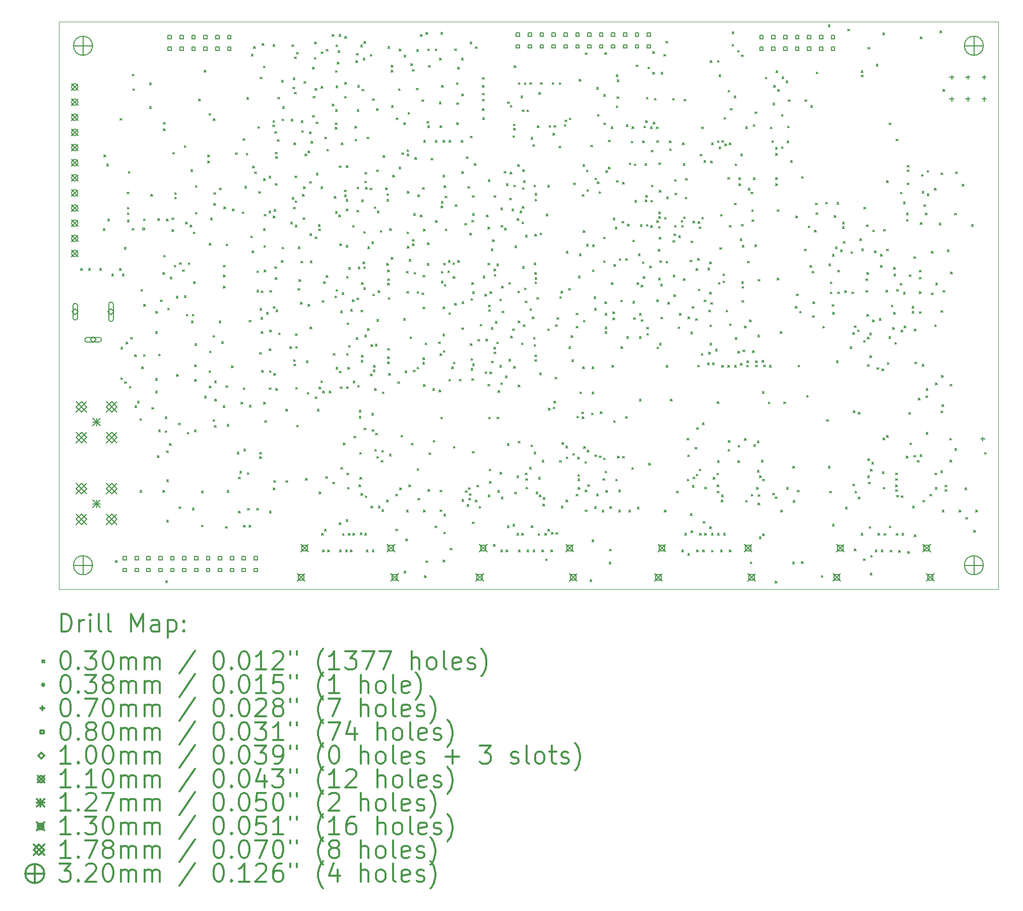
<source format=gbr>
%FSLAX45Y45*%
G04 Gerber Fmt 4.5, Leading zero omitted, Abs format (unit mm)*
G04 Created by KiCad (PCBNEW (5.1.9-0-10_14)) date 2021-07-02 21:37:09*
%MOMM*%
%LPD*%
G01*
G04 APERTURE LIST*
%TA.AperFunction,Profile*%
%ADD10C,0.050000*%
%TD*%
%ADD11C,0.200000*%
%ADD12C,0.300000*%
G04 APERTURE END LIST*
D10*
X0Y0D02*
X15780000Y0D01*
X15780000Y0D02*
X15780000Y9520000D01*
X15780000Y9520000D02*
X0Y9520000D01*
X0Y9520000D02*
X0Y0D01*
D11*
X360850Y5383000D02*
X390850Y5353000D01*
X390850Y5383000D02*
X360850Y5353000D01*
X492710Y5383000D02*
X522710Y5353000D01*
X522710Y5383000D02*
X492710Y5353000D01*
X679400Y5383000D02*
X709400Y5353000D01*
X709400Y5383000D02*
X679400Y5353000D01*
X739380Y6052580D02*
X769380Y6022580D01*
X769380Y6052580D02*
X739380Y6022580D01*
X752080Y7284480D02*
X782080Y7254480D01*
X782080Y7284480D02*
X752080Y7254480D01*
X800250Y7134620D02*
X830250Y7104620D01*
X830250Y7134620D02*
X800250Y7104620D01*
X814310Y6212600D02*
X844310Y6182600D01*
X844310Y6212600D02*
X814310Y6182600D01*
X882890Y5288040D02*
X912890Y5258040D01*
X912890Y5288040D02*
X882890Y5258040D01*
X944430Y478270D02*
X974430Y448270D01*
X974430Y478270D02*
X944430Y448270D01*
X1012140Y5383000D02*
X1042140Y5353000D01*
X1042140Y5383000D02*
X1012140Y5353000D01*
X1023740Y7901420D02*
X1053740Y7871420D01*
X1053740Y7901420D02*
X1023740Y7871420D01*
X1035290Y3546870D02*
X1065290Y3516870D01*
X1065290Y3546870D02*
X1035290Y3516870D01*
X1036560Y4059950D02*
X1066560Y4029950D01*
X1066560Y4059950D02*
X1036560Y4029950D01*
X1060690Y5288040D02*
X1090690Y5258040D01*
X1090690Y5288040D02*
X1060690Y5258040D01*
X1093710Y5735080D02*
X1123710Y5705080D01*
X1123710Y5735080D02*
X1093710Y5705080D01*
X1100060Y3480830D02*
X1130060Y3450830D01*
X1130060Y3480830D02*
X1100060Y3450830D01*
X1124190Y4147580D02*
X1154190Y4117580D01*
X1154190Y4147580D02*
X1124190Y4117580D01*
X1139430Y6664720D02*
X1169430Y6634720D01*
X1169430Y6664720D02*
X1139430Y6634720D01*
X1144510Y6316740D02*
X1174510Y6286740D01*
X1174510Y6316740D02*
X1144510Y6286740D01*
X1144510Y6196090D02*
X1174510Y6166090D01*
X1174510Y6196090D02*
X1144510Y6166090D01*
X1145780Y6411990D02*
X1175780Y6381990D01*
X1175780Y6411990D02*
X1145780Y6381990D01*
X1162760Y7010880D02*
X1192760Y6980880D01*
X1192760Y7010880D02*
X1162760Y6980880D01*
X1178800Y3404630D02*
X1208800Y3374630D01*
X1208800Y3404630D02*
X1178800Y3374630D01*
X1202300Y4225680D02*
X1232300Y4195680D01*
X1232300Y4225680D02*
X1202300Y4195680D01*
X1227060Y6055120D02*
X1257060Y6025120D01*
X1257060Y6055120D02*
X1227060Y6025120D01*
X1230330Y8645110D02*
X1260330Y8615110D01*
X1260330Y8645110D02*
X1230330Y8615110D01*
X1239220Y8401420D02*
X1269220Y8371420D01*
X1269220Y8401420D02*
X1239220Y8371420D01*
X1267700Y3935490D02*
X1297700Y3905490D01*
X1297700Y3935490D02*
X1267700Y3905490D01*
X1274050Y3079510D02*
X1304050Y3049510D01*
X1304050Y3079510D02*
X1274050Y3049510D01*
X1312980Y3156710D02*
X1342980Y3126710D01*
X1342980Y3156710D02*
X1312980Y3126710D01*
X1355280Y1655600D02*
X1385280Y1625600D01*
X1385280Y1655600D02*
X1355280Y1625600D01*
X1357180Y2861130D02*
X1387180Y2831130D01*
X1387180Y2861130D02*
X1357180Y2831130D01*
X1372300Y5028220D02*
X1402300Y4998220D01*
X1402300Y5028220D02*
X1372300Y4998220D01*
X1388210Y3732340D02*
X1418210Y3702340D01*
X1418210Y3732340D02*
X1388210Y3702340D01*
X1415020Y6215140D02*
X1445020Y6185140D01*
X1445020Y6215140D02*
X1415020Y6185140D01*
X1415300Y3936040D02*
X1445300Y3906040D01*
X1445300Y3936040D02*
X1415300Y3906040D01*
X1420100Y4780040D02*
X1450100Y4750040D01*
X1450100Y4780040D02*
X1420100Y4750040D01*
X1516670Y8496940D02*
X1546670Y8466940D01*
X1546670Y8496940D02*
X1516670Y8466940D01*
X1516670Y8097070D02*
X1546670Y8067070D01*
X1546670Y8097070D02*
X1516670Y8067070D01*
X1539480Y6627890D02*
X1569480Y6597890D01*
X1569480Y6627890D02*
X1539480Y6597890D01*
X1556650Y3050160D02*
X1586650Y3020160D01*
X1586650Y3050160D02*
X1556650Y3020160D01*
X1619250Y4325210D02*
X1649250Y4295210D01*
X1649250Y4325210D02*
X1619250Y4295210D01*
X1621380Y3534200D02*
X1651380Y3504200D01*
X1651380Y3534200D02*
X1621380Y3504200D01*
X1621380Y3325460D02*
X1651380Y3295460D01*
X1651380Y3325460D02*
X1621380Y3295460D01*
X1625690Y4662660D02*
X1655690Y4632660D01*
X1655690Y4662660D02*
X1625690Y4632660D01*
X1647150Y2240980D02*
X1677150Y2210980D01*
X1677150Y2240980D02*
X1647150Y2210980D01*
X1656320Y6219930D02*
X1686320Y6189930D01*
X1686320Y6219930D02*
X1656320Y6189930D01*
X1670920Y3944650D02*
X1700920Y3914650D01*
X1700920Y3944650D02*
X1670920Y3914650D01*
X1672030Y2670400D02*
X1702030Y2640400D01*
X1702030Y2670400D02*
X1672030Y2640400D01*
X1699500Y4851160D02*
X1729500Y4821160D01*
X1729500Y4851160D02*
X1699500Y4821160D01*
X1741410Y5313440D02*
X1771410Y5283440D01*
X1771410Y5313440D02*
X1741410Y5283440D01*
X1743920Y1655810D02*
X1773920Y1625810D01*
X1773920Y1655810D02*
X1743920Y1625810D01*
X1750300Y7833120D02*
X1780300Y7803120D01*
X1780300Y7833120D02*
X1750300Y7803120D01*
X1750300Y7728290D02*
X1780300Y7698290D01*
X1780300Y7728290D02*
X1750300Y7698290D01*
X1754110Y5604270D02*
X1784110Y5574270D01*
X1784110Y5604270D02*
X1754110Y5574270D01*
X1779860Y2891940D02*
X1809860Y2861940D01*
X1809860Y2891940D02*
X1779860Y2861940D01*
X1780660Y2658630D02*
X1810660Y2628630D01*
X1810660Y2658630D02*
X1780660Y2628630D01*
X1789670Y139460D02*
X1819670Y109460D01*
X1819670Y139460D02*
X1789670Y109460D01*
X1799960Y2322200D02*
X1829960Y2292200D01*
X1829960Y2322200D02*
X1799960Y2292200D01*
X1801320Y6211420D02*
X1831320Y6181420D01*
X1831320Y6211420D02*
X1801320Y6181420D01*
X1806480Y1835110D02*
X1836480Y1805110D01*
X1836480Y1835110D02*
X1806480Y1805110D01*
X1806480Y1157760D02*
X1836480Y1127760D01*
X1836480Y1157760D02*
X1806480Y1127760D01*
X1821420Y4716540D02*
X1851420Y4686540D01*
X1851420Y4716540D02*
X1821420Y4686540D01*
X1851910Y2443730D02*
X1881910Y2413730D01*
X1881910Y2443730D02*
X1851910Y2413730D01*
X1863960Y5237940D02*
X1893960Y5207940D01*
X1893960Y5237940D02*
X1863960Y5207940D01*
X1892690Y6034800D02*
X1922690Y6004800D01*
X1922690Y6034800D02*
X1892690Y6004800D01*
X1894160Y6231880D02*
X1924160Y6201880D01*
X1924160Y6231880D02*
X1894160Y6201880D01*
X1907740Y7334810D02*
X1937740Y7304810D01*
X1937740Y7334810D02*
X1907740Y7304810D01*
X1931240Y5434730D02*
X1961240Y5404730D01*
X1961240Y5434730D02*
X1931240Y5404730D01*
X1941430Y6654660D02*
X1971430Y6624660D01*
X1971430Y6654660D02*
X1941430Y6624660D01*
X1942070Y6578360D02*
X1972070Y6548360D01*
X1972070Y6578360D02*
X1942070Y6548360D01*
X1967720Y4917260D02*
X1997720Y4887260D01*
X1997720Y4917260D02*
X1967720Y4887260D01*
X1971190Y3601330D02*
X2001190Y3571330D01*
X2001190Y3601330D02*
X1971190Y3571330D01*
X2006590Y2786880D02*
X2036590Y2756880D01*
X2036590Y2786880D02*
X2006590Y2756880D01*
X2012260Y1380620D02*
X2042260Y1350620D01*
X2042260Y1380620D02*
X2012260Y1350620D01*
X2022070Y5478470D02*
X2052070Y5448470D01*
X2052070Y5478470D02*
X2022070Y5448470D01*
X2071550Y5361590D02*
X2101550Y5331590D01*
X2101550Y5361590D02*
X2071550Y5331590D01*
X2100440Y7444740D02*
X2130440Y7414740D01*
X2130440Y7444740D02*
X2100440Y7414740D01*
X2102090Y4924150D02*
X2132090Y4894150D01*
X2132090Y4924150D02*
X2102090Y4894150D01*
X2123440Y6162540D02*
X2153440Y6132540D01*
X2153440Y6162540D02*
X2123440Y6132540D01*
X2136380Y4614940D02*
X2166380Y4584940D01*
X2166380Y4614940D02*
X2136380Y4584940D01*
X2151970Y2633200D02*
X2181970Y2603200D01*
X2181970Y2633200D02*
X2151970Y2603200D01*
X2170520Y5478990D02*
X2200520Y5448990D01*
X2200520Y5478990D02*
X2170520Y5448990D01*
X2201860Y6111820D02*
X2231860Y6081820D01*
X2231860Y6111820D02*
X2201860Y6081820D01*
X2210640Y7038850D02*
X2240640Y7008850D01*
X2240640Y7038850D02*
X2210640Y7008850D01*
X2219330Y4499850D02*
X2249330Y4469850D01*
X2249330Y4499850D02*
X2219330Y4469850D01*
X2239250Y4614940D02*
X2269250Y4584940D01*
X2269250Y4614940D02*
X2239250Y4584940D01*
X2239280Y1358720D02*
X2269280Y1328720D01*
X2269280Y1358720D02*
X2239280Y1328720D01*
X2256150Y5996260D02*
X2286150Y5966260D01*
X2286150Y5996260D02*
X2256150Y5966260D01*
X2257070Y5159380D02*
X2287070Y5129380D01*
X2287070Y5159380D02*
X2257070Y5129380D01*
X2272090Y2670280D02*
X2302090Y2640280D01*
X2302090Y2670280D02*
X2272090Y2640280D01*
X2276090Y3762520D02*
X2306090Y3732520D01*
X2306090Y3762520D02*
X2276090Y3732520D01*
X2277320Y3517510D02*
X2307320Y3487510D01*
X2307320Y3517510D02*
X2277320Y3487510D01*
X2278930Y4117760D02*
X2308930Y4087760D01*
X2308930Y4117760D02*
X2278930Y4087760D01*
X2289830Y6325420D02*
X2319830Y6295420D01*
X2319830Y6325420D02*
X2289830Y6295420D01*
X2289910Y6775420D02*
X2319910Y6745420D01*
X2319910Y6775420D02*
X2289910Y6745420D01*
X2341590Y8228460D02*
X2371590Y8198460D01*
X2371590Y8228460D02*
X2341590Y8198460D01*
X2389280Y1645720D02*
X2419280Y1615720D01*
X2419280Y1645720D02*
X2389280Y1615720D01*
X2389280Y1074730D02*
X2419280Y1044730D01*
X2419280Y1074730D02*
X2389280Y1044730D01*
X2435150Y8710070D02*
X2465150Y8680070D01*
X2465150Y8710070D02*
X2435150Y8680070D01*
X2442680Y3237790D02*
X2472680Y3207790D01*
X2472680Y3237790D02*
X2442680Y3207790D01*
X2497060Y7285750D02*
X2527060Y7255750D01*
X2527060Y7285750D02*
X2497060Y7255750D01*
X2497060Y7184150D02*
X2527060Y7154150D01*
X2527060Y7184150D02*
X2497060Y7154150D01*
X2515420Y7984070D02*
X2545420Y7954070D01*
X2545420Y7984070D02*
X2515420Y7954070D01*
X2518640Y3666450D02*
X2548640Y3636450D01*
X2548640Y3666450D02*
X2518640Y3636450D01*
X2519650Y5806600D02*
X2549650Y5776600D01*
X2549650Y5806600D02*
X2519650Y5776600D01*
X2520580Y3408700D02*
X2550580Y3378700D01*
X2550580Y3408700D02*
X2520580Y3378700D01*
X2523760Y3998060D02*
X2553760Y3968060D01*
X2553760Y3998060D02*
X2523760Y3968060D01*
X2540900Y6229910D02*
X2570900Y6199910D01*
X2570900Y6229910D02*
X2540900Y6199910D01*
X2583410Y2844660D02*
X2613410Y2814660D01*
X2613410Y2844660D02*
X2583410Y2814660D01*
X2585350Y4261170D02*
X2615350Y4231170D01*
X2615350Y4261170D02*
X2585350Y4231170D01*
X2587090Y7895670D02*
X2617090Y7865670D01*
X2617090Y7895670D02*
X2587090Y7865670D01*
X2597350Y6472990D02*
X2627350Y6442990D01*
X2627350Y6472990D02*
X2597350Y6442990D01*
X2598930Y6657540D02*
X2628930Y6627540D01*
X2628930Y6657540D02*
X2598930Y6627540D01*
X2608220Y2745710D02*
X2638220Y2715710D01*
X2638220Y2745710D02*
X2608220Y2715710D01*
X2608850Y3494750D02*
X2638850Y3464750D01*
X2638850Y3494750D02*
X2608850Y3464750D01*
X2612510Y3186650D02*
X2642510Y3156650D01*
X2642510Y3186650D02*
X2612510Y3156650D01*
X2687560Y4501260D02*
X2717560Y4471260D01*
X2717560Y4501260D02*
X2687560Y4471260D01*
X2689100Y6732310D02*
X2719100Y6702310D01*
X2719100Y6732310D02*
X2689100Y6702310D01*
X2728200Y4153930D02*
X2758200Y4123930D01*
X2758200Y4153930D02*
X2728200Y4123930D01*
X2753010Y3077890D02*
X2783010Y3047890D01*
X2783010Y3077890D02*
X2753010Y3047890D01*
X2756140Y5436630D02*
X2786140Y5406630D01*
X2786140Y5436630D02*
X2756140Y5406630D01*
X2756140Y5272800D02*
X2786140Y5242800D01*
X2786140Y5272800D02*
X2756140Y5242800D01*
X2756140Y5087380D02*
X2786140Y5057380D01*
X2786140Y5087380D02*
X2756140Y5057380D01*
X2769170Y6414800D02*
X2799170Y6384800D01*
X2799170Y6414800D02*
X2769170Y6384800D01*
X2791220Y1050640D02*
X2821220Y1020640D01*
X2821220Y1050640D02*
X2791220Y1020640D01*
X2798680Y3413260D02*
X2828680Y3383260D01*
X2828680Y3413260D02*
X2798680Y3383260D01*
X2804340Y5792260D02*
X2834340Y5762260D01*
X2834340Y5792260D02*
X2804340Y5762260D01*
X2820880Y1654090D02*
X2850880Y1624090D01*
X2850880Y1654090D02*
X2820880Y1624090D01*
X2822180Y2763280D02*
X2852180Y2733280D01*
X2852180Y2763280D02*
X2822180Y2733280D01*
X2896010Y3745530D02*
X2926010Y3715530D01*
X2926010Y3745530D02*
X2896010Y3715530D01*
X2910390Y6382100D02*
X2940390Y6352100D01*
X2940390Y6382100D02*
X2910390Y6352100D01*
X2962030Y7325570D02*
X2992030Y7295570D01*
X2992030Y7325570D02*
X2962030Y7295570D01*
X2991730Y2297870D02*
X3021730Y2267870D01*
X3021730Y2297870D02*
X2991730Y2267870D01*
X3013780Y1881940D02*
X3043780Y1851940D01*
X3043780Y1881940D02*
X3013780Y1851940D01*
X3013780Y1310930D02*
X3043780Y1280930D01*
X3043780Y1310930D02*
X3013780Y1280930D01*
X3031980Y1976630D02*
X3061980Y1946630D01*
X3061980Y1976630D02*
X3031980Y1946630D01*
X3055100Y3136800D02*
X3085100Y3106800D01*
X3085100Y3136800D02*
X3055100Y3106800D01*
X3074150Y6334890D02*
X3104150Y6304890D01*
X3104150Y6334890D02*
X3074150Y6304890D01*
X3090370Y7559750D02*
X3120370Y7529750D01*
X3120370Y7559750D02*
X3090370Y7529750D01*
X3091370Y3378850D02*
X3121370Y3348850D01*
X3121370Y3378850D02*
X3091370Y3348850D01*
X3094910Y1074070D02*
X3124910Y1044070D01*
X3124910Y1074070D02*
X3094910Y1044070D01*
X3103090Y2351510D02*
X3133090Y2321510D01*
X3133090Y2351510D02*
X3103090Y2321510D01*
X3119780Y6763750D02*
X3149780Y6733750D01*
X3149780Y6763750D02*
X3119780Y6733750D01*
X3145060Y7317280D02*
X3175060Y7287280D01*
X3175060Y7317280D02*
X3145060Y7287280D01*
X3151720Y8252790D02*
X3181720Y8222790D01*
X3181720Y8252790D02*
X3151720Y8222790D01*
X3160030Y1955770D02*
X3190030Y1925770D01*
X3190030Y1955770D02*
X3160030Y1925770D01*
X3163780Y1357200D02*
X3193780Y1327200D01*
X3193780Y1357200D02*
X3163780Y1327200D01*
X3188940Y1073700D02*
X3218940Y1043700D01*
X3218940Y1073700D02*
X3188940Y1043700D01*
X3190880Y4513940D02*
X3220880Y4483940D01*
X3220880Y4513940D02*
X3190880Y4483940D01*
X3194180Y3085270D02*
X3224180Y3055270D01*
X3224180Y3085270D02*
X3194180Y3055270D01*
X3221450Y5929530D02*
X3251450Y5899530D01*
X3251450Y5929530D02*
X3221450Y5899530D01*
X3228550Y8978240D02*
X3258550Y8948240D01*
X3258550Y8978240D02*
X3228550Y8948240D01*
X3242330Y5676600D02*
X3272330Y5646600D01*
X3272330Y5676600D02*
X3242330Y5646600D01*
X3248270Y7100720D02*
X3278270Y7070720D01*
X3278270Y7100720D02*
X3248270Y7070720D01*
X3268320Y9107130D02*
X3298320Y9077130D01*
X3298320Y9107130D02*
X3268320Y9077130D01*
X3281920Y7003810D02*
X3311920Y6973810D01*
X3311920Y7003810D02*
X3281920Y6973810D01*
X3318780Y1357080D02*
X3348780Y1327080D01*
X3348780Y1357080D02*
X3318780Y1327080D01*
X3321380Y5016130D02*
X3351380Y4986130D01*
X3351380Y5016130D02*
X3321380Y4986130D01*
X3321490Y5345100D02*
X3351490Y5315100D01*
X3351490Y5345100D02*
X3321490Y5315100D01*
X3339070Y7764540D02*
X3369070Y7734540D01*
X3369070Y7764540D02*
X3339070Y7734540D01*
X3351292Y6674440D02*
X3381292Y6644440D01*
X3381292Y6674440D02*
X3351292Y6644440D01*
X3366730Y2296640D02*
X3396730Y2266640D01*
X3396730Y2296640D02*
X3366730Y2266640D01*
X3368740Y3971520D02*
X3398740Y3941520D01*
X3398740Y3971520D02*
X3368740Y3941520D01*
X3368830Y2223900D02*
X3398830Y2193900D01*
X3398830Y2223900D02*
X3368830Y2193900D01*
X3372080Y4714430D02*
X3402080Y4684430D01*
X3402080Y4714430D02*
X3372080Y4684430D01*
X3376330Y8595310D02*
X3406330Y8565310D01*
X3406330Y8595310D02*
X3376330Y8565310D01*
X3387760Y4558470D02*
X3417760Y4528470D01*
X3417760Y4558470D02*
X3387760Y4528470D01*
X3393960Y4322620D02*
X3423960Y4292620D01*
X3423960Y4322620D02*
X3393960Y4292620D01*
X3394120Y5006390D02*
X3424120Y4976390D01*
X3424120Y5006390D02*
X3394120Y4976390D01*
X3399880Y3671210D02*
X3429880Y3641210D01*
X3429880Y3671210D02*
X3399880Y3641210D01*
X3408640Y9157900D02*
X3438640Y9127900D01*
X3438640Y9157900D02*
X3408640Y9127900D01*
X3431200Y6052140D02*
X3461200Y6022140D01*
X3461200Y6052140D02*
X3431200Y6022140D01*
X3432230Y8781860D02*
X3462230Y8751860D01*
X3462230Y8781860D02*
X3432230Y8751860D01*
X3435110Y6887530D02*
X3465110Y6857530D01*
X3465110Y6887530D02*
X3435110Y6857530D01*
X3435350Y3140020D02*
X3465350Y3110020D01*
X3465350Y3140020D02*
X3435350Y3110020D01*
X3439570Y5767330D02*
X3469570Y5737330D01*
X3469570Y5767330D02*
X3439570Y5737330D01*
X3442520Y6290500D02*
X3472520Y6260500D01*
X3472520Y6290500D02*
X3442520Y6260500D01*
X3446320Y5357970D02*
X3476320Y5327970D01*
X3476320Y5357970D02*
X3446320Y5327970D01*
X3453640Y2828790D02*
X3483640Y2798790D01*
X3483640Y2828790D02*
X3453640Y2798790D01*
X3483680Y4644610D02*
X3513680Y4614610D01*
X3513680Y4644610D02*
X3483680Y4614610D01*
X3526340Y6932460D02*
X3556340Y6902460D01*
X3556340Y6932460D02*
X3526340Y6902460D01*
X3526340Y6346190D02*
X3556340Y6316190D01*
X3556340Y6346190D02*
X3526340Y6316190D01*
X3528740Y4033550D02*
X3558740Y4003550D01*
X3558740Y4033550D02*
X3528740Y4003550D01*
X3529250Y3378850D02*
X3559250Y3348850D01*
X3559250Y3378850D02*
X3529250Y3348850D01*
X3533740Y3667600D02*
X3563740Y3637600D01*
X3563740Y3667600D02*
X3533740Y3637600D01*
X3533780Y1309730D02*
X3563780Y1279730D01*
X3563780Y1309730D02*
X3533780Y1279730D01*
X3536740Y5014680D02*
X3566740Y4984680D01*
X3566740Y5014680D02*
X3536740Y4984680D01*
X3539180Y4348460D02*
X3569180Y4318460D01*
X3569180Y4348460D02*
X3539180Y4318460D01*
X3586660Y7789440D02*
X3616660Y7759440D01*
X3616660Y7789440D02*
X3586660Y7759440D01*
X3590570Y9141850D02*
X3620570Y9111850D01*
X3620570Y9141850D02*
X3590570Y9111850D01*
X3591050Y7865630D02*
X3621050Y7835630D01*
X3621050Y7865630D02*
X3591050Y7835630D01*
X3597300Y1700770D02*
X3627300Y1670770D01*
X3627300Y1700770D02*
X3597300Y1670770D01*
X3597530Y4741280D02*
X3627530Y4711280D01*
X3627530Y4741280D02*
X3597530Y4711280D01*
X3598090Y6262420D02*
X3628090Y6232420D01*
X3628090Y6262420D02*
X3598090Y6232420D01*
X3603860Y1822300D02*
X3633860Y1792300D01*
X3633860Y1822300D02*
X3603860Y1792300D01*
X3605590Y3618440D02*
X3635590Y3588440D01*
X3635590Y3618440D02*
X3605590Y3588440D01*
X3610220Y6374350D02*
X3640220Y6344350D01*
X3640220Y6374350D02*
X3610220Y6344350D01*
X3620310Y5412140D02*
X3650310Y5382140D01*
X3650310Y5412140D02*
X3620310Y5382140D01*
X3622300Y7679650D02*
X3652300Y7649650D01*
X3652300Y7679650D02*
X3622300Y7649650D01*
X3628600Y6806870D02*
X3658600Y6776870D01*
X3658600Y6806870D02*
X3628600Y6776870D01*
X3629920Y7334790D02*
X3659920Y7304790D01*
X3659920Y7334790D02*
X3629920Y7304790D01*
X3632130Y5229870D02*
X3662130Y5199870D01*
X3662130Y5229870D02*
X3632130Y5199870D01*
X3638020Y7262050D02*
X3668020Y7232050D01*
X3668020Y7262050D02*
X3638020Y7232050D01*
X3640400Y3367030D02*
X3670400Y3337030D01*
X3670400Y3367030D02*
X3640400Y3337030D01*
X3644340Y4685110D02*
X3674340Y4655110D01*
X3674340Y4685110D02*
X3644340Y4655110D01*
X3665710Y7546400D02*
X3695710Y7516400D01*
X3695710Y7546400D02*
X3665710Y7516400D01*
X3671730Y8256770D02*
X3701730Y8226770D01*
X3701730Y8256770D02*
X3671730Y8226770D01*
X3687390Y4301170D02*
X3717390Y4271170D01*
X3717390Y4301170D02*
X3687390Y4271170D01*
X3733880Y5515420D02*
X3763880Y5485420D01*
X3763880Y5515420D02*
X3733880Y5485420D01*
X3737450Y8537490D02*
X3767450Y8507490D01*
X3767450Y8537490D02*
X3737450Y8507490D01*
X3743120Y7893240D02*
X3773120Y7863240D01*
X3773120Y7893240D02*
X3743120Y7863240D01*
X3744160Y5741040D02*
X3774160Y5711040D01*
X3774160Y5741040D02*
X3744160Y5711040D01*
X3754990Y8099080D02*
X3784990Y8069080D01*
X3784990Y8099080D02*
X3754990Y8069080D01*
X3808260Y3021030D02*
X3838260Y2991030D01*
X3838260Y3021030D02*
X3808260Y2991030D01*
X3810190Y1822300D02*
X3840190Y1792300D01*
X3840190Y1822300D02*
X3810190Y1792300D01*
X3874130Y4071310D02*
X3904130Y4041310D01*
X3904130Y4071310D02*
X3874130Y4041310D01*
X3887320Y6159280D02*
X3917320Y6129280D01*
X3917320Y6159280D02*
X3887320Y6129280D01*
X3895990Y7889490D02*
X3925990Y7859490D01*
X3925990Y7889490D02*
X3895990Y7859490D01*
X3908400Y9134810D02*
X3938400Y9104810D01*
X3938400Y9134810D02*
X3908400Y9104810D01*
X3914420Y6573290D02*
X3944420Y6543290D01*
X3944420Y6573290D02*
X3914420Y6543290D01*
X3927790Y8425090D02*
X3957790Y8395090D01*
X3957790Y8425090D02*
X3927790Y8395090D01*
X3932280Y8581850D02*
X3962280Y8551850D01*
X3962280Y8581850D02*
X3932280Y8551850D01*
X3934180Y6410180D02*
X3964180Y6380180D01*
X3964180Y6410180D02*
X3934180Y6380180D01*
X3940950Y3852520D02*
X3970950Y3822520D01*
X3970950Y3852520D02*
X3940950Y3822520D01*
X3942210Y3775570D02*
X3972210Y3745570D01*
X3972210Y3775570D02*
X3942210Y3745570D01*
X3942490Y7488120D02*
X3972490Y7458120D01*
X3972490Y7488120D02*
X3942490Y7458120D01*
X3950760Y8340330D02*
X3980760Y8310330D01*
X3980760Y8340330D02*
X3950760Y8310330D01*
X3954160Y8934410D02*
X3984160Y8904410D01*
X3984160Y8934410D02*
X3954160Y8904410D01*
X3960190Y6934780D02*
X3990190Y6904780D01*
X3990190Y6934780D02*
X3960190Y6904780D01*
X3963510Y6519390D02*
X3993510Y6489390D01*
X3993510Y6519390D02*
X3963510Y6489390D01*
X3964190Y6111170D02*
X3994190Y6081170D01*
X3994190Y6111170D02*
X3964190Y6081170D01*
X3967300Y4285040D02*
X3997300Y4255040D01*
X3997300Y4285040D02*
X3967300Y4255040D01*
X3973260Y4074870D02*
X4003260Y4044870D01*
X4003260Y4074870D02*
X3973260Y4044870D01*
X3974360Y3387990D02*
X4004360Y3357990D01*
X4004360Y3387990D02*
X3974360Y3357990D01*
X3984690Y9008800D02*
X4014690Y8978800D01*
X4014690Y9008800D02*
X3984690Y8978800D01*
X3990710Y2751460D02*
X4020710Y2721460D01*
X4020710Y2751460D02*
X3990710Y2721460D01*
X4009630Y5046740D02*
X4039630Y5016740D01*
X4039630Y5046740D02*
X4009630Y5016740D01*
X4016480Y5747010D02*
X4046480Y5717010D01*
X4046480Y5747010D02*
X4016480Y5717010D01*
X4027410Y5194060D02*
X4057410Y5164060D01*
X4057410Y5194060D02*
X4027410Y5164060D01*
X4053120Y4813630D02*
X4083120Y4783630D01*
X4083120Y4813630D02*
X4053120Y4783630D01*
X4062540Y5503640D02*
X4092540Y5473640D01*
X4092540Y5503640D02*
X4062540Y5473640D01*
X4066730Y7861040D02*
X4096730Y7831040D01*
X4096730Y7861040D02*
X4066730Y7831040D01*
X4073450Y7696320D02*
X4103450Y7666320D01*
X4103450Y7696320D02*
X4073450Y7666320D01*
X4086630Y6624020D02*
X4116630Y6594020D01*
X4116630Y6624020D02*
X4086630Y6594020D01*
X4095190Y6231160D02*
X4125190Y6201160D01*
X4125190Y6231160D02*
X4095190Y6201160D01*
X4105410Y6752800D02*
X4135410Y6722800D01*
X4135410Y6752800D02*
X4105410Y6722800D01*
X4112720Y8517720D02*
X4142720Y8487720D01*
X4142720Y8517720D02*
X4112720Y8487720D01*
X4129570Y7303510D02*
X4159570Y7273510D01*
X4159570Y7303510D02*
X4129570Y7273510D01*
X4137210Y1859820D02*
X4167210Y1829820D01*
X4167210Y1859820D02*
X4137210Y1829820D01*
X4150170Y3833000D02*
X4180170Y3803000D01*
X4180170Y3833000D02*
X4150170Y3803000D01*
X4167970Y3301720D02*
X4197970Y3271720D01*
X4197970Y3301720D02*
X4167970Y3271720D01*
X4180440Y4779990D02*
X4210440Y4749990D01*
X4210440Y4779990D02*
X4180440Y4749990D01*
X4180800Y7355160D02*
X4210800Y7325160D01*
X4210800Y7355160D02*
X4180800Y7325160D01*
X4207140Y6840660D02*
X4237140Y6810660D01*
X4237140Y6840660D02*
X4207140Y6810660D01*
X4208470Y7677780D02*
X4238470Y7647780D01*
X4238470Y7677780D02*
X4208470Y7647780D01*
X4214540Y4399120D02*
X4244540Y4369120D01*
X4244540Y4399120D02*
X4214540Y4369120D01*
X4215600Y5964200D02*
X4245600Y5934200D01*
X4245600Y5964200D02*
X4215600Y5934200D01*
X4217540Y5507460D02*
X4247540Y5477460D01*
X4247540Y5507460D02*
X4217540Y5477460D01*
X4232460Y7515110D02*
X4262460Y7485110D01*
X4262460Y7515110D02*
X4232460Y7485110D01*
X4255950Y7952680D02*
X4285950Y7922680D01*
X4285950Y7952680D02*
X4255950Y7922680D01*
X4256740Y8761490D02*
X4286740Y8731490D01*
X4286740Y8761490D02*
X4256740Y8731490D01*
X4267530Y8272830D02*
X4297530Y8242830D01*
X4297530Y8272830D02*
X4267530Y8242830D01*
X4288350Y8924050D02*
X4318350Y8894050D01*
X4318350Y8924050D02*
X4288350Y8894050D01*
X4289060Y9182300D02*
X4319060Y9152300D01*
X4319060Y9182300D02*
X4289060Y9152300D01*
X4297500Y5910390D02*
X4327500Y5880390D01*
X4327500Y5910390D02*
X4297500Y5880390D01*
X4299950Y8401850D02*
X4329950Y8371850D01*
X4329950Y8401850D02*
X4299950Y8371850D01*
X4301120Y3227060D02*
X4331120Y3197060D01*
X4331120Y3227060D02*
X4301120Y3197060D01*
X4318460Y7842470D02*
X4348460Y7812470D01*
X4348460Y7842470D02*
X4318460Y7812470D01*
X4318800Y6979410D02*
X4348800Y6949410D01*
X4348800Y6979410D02*
X4318800Y6949410D01*
X4339290Y3021030D02*
X4369290Y2991030D01*
X4369290Y3021030D02*
X4339290Y2991030D01*
X4355810Y6117830D02*
X4385810Y6087830D01*
X4385810Y6117830D02*
X4355810Y6087830D01*
X4360260Y6044790D02*
X4390260Y6014790D01*
X4390260Y6044790D02*
X4360260Y6014790D01*
X4365640Y3390790D02*
X4395640Y3360790D01*
X4395640Y3390790D02*
X4365640Y3360790D01*
X4365910Y1631650D02*
X4395910Y1601650D01*
X4395910Y1631650D02*
X4365910Y1601650D01*
X4394840Y3496190D02*
X4424840Y3466190D01*
X4424840Y3496190D02*
X4394840Y3466190D01*
X4395580Y6752790D02*
X4425580Y6722790D01*
X4425580Y6752790D02*
X4395580Y6722790D01*
X4398930Y8438630D02*
X4428930Y8408630D01*
X4428930Y8438630D02*
X4398930Y8408630D01*
X4401470Y9018270D02*
X4431470Y8988270D01*
X4431470Y9018270D02*
X4401470Y8988270D01*
X4410000Y934690D02*
X4440000Y904690D01*
X4440000Y934690D02*
X4410000Y904690D01*
X4417510Y4844440D02*
X4447510Y4814440D01*
X4447510Y4844440D02*
X4417510Y4814440D01*
X4424620Y3325350D02*
X4454620Y3295350D01*
X4454620Y3325350D02*
X4424620Y3295350D01*
X4425000Y656130D02*
X4455000Y626130D01*
X4455000Y656130D02*
X4425000Y626130D01*
X4443710Y5160520D02*
X4473710Y5130520D01*
X4473710Y5160520D02*
X4443710Y5130520D01*
X4456550Y1003220D02*
X4486550Y973220D01*
X4486550Y1003220D02*
X4456550Y973220D01*
X4459200Y7587250D02*
X4489200Y7557250D01*
X4489200Y7587250D02*
X4459200Y7557250D01*
X4476740Y1887520D02*
X4506740Y1857520D01*
X4506740Y1887520D02*
X4476740Y1857520D01*
X4484440Y5261160D02*
X4514440Y5231160D01*
X4514440Y5261160D02*
X4484440Y5231160D01*
X4486340Y9061550D02*
X4516340Y9031550D01*
X4516340Y9061550D02*
X4486340Y9031550D01*
X4497340Y7383770D02*
X4527340Y7353770D01*
X4527340Y7383770D02*
X4497340Y7353770D01*
X4510000Y656580D02*
X4540000Y626580D01*
X4540000Y656580D02*
X4510000Y626580D01*
X4537650Y3324300D02*
X4567650Y3294300D01*
X4567650Y3324300D02*
X4537650Y3294300D01*
X4586160Y8141740D02*
X4616160Y8111740D01*
X4616160Y8141740D02*
X4586160Y8111740D01*
X4588310Y9310100D02*
X4618310Y9280100D01*
X4618310Y9310100D02*
X4588310Y9280100D01*
X4597820Y1795050D02*
X4627820Y1765050D01*
X4627820Y1795050D02*
X4597820Y1765050D01*
X4605820Y3955240D02*
X4635820Y3925240D01*
X4635820Y3955240D02*
X4605820Y3925240D01*
X4622520Y6592930D02*
X4652520Y6562930D01*
X4652520Y6592930D02*
X4622520Y6562930D01*
X4632900Y4921510D02*
X4662900Y4891510D01*
X4662900Y4921510D02*
X4632900Y4891510D01*
X4636370Y7824030D02*
X4666370Y7794030D01*
X4666370Y7824030D02*
X4636370Y7794030D01*
X4636370Y7751290D02*
X4666370Y7721290D01*
X4666370Y7751290D02*
X4636370Y7721290D01*
X4640320Y6338310D02*
X4670320Y6308310D01*
X4670320Y6338310D02*
X4640320Y6308310D01*
X4641190Y8049230D02*
X4671190Y8019230D01*
X4671190Y8049230D02*
X4641190Y8019230D01*
X4643500Y8703700D02*
X4673500Y8673700D01*
X4673500Y8703700D02*
X4643500Y8673700D01*
X4649360Y3723520D02*
X4679360Y3693520D01*
X4679360Y3723520D02*
X4649360Y3693520D01*
X4649780Y9137780D02*
X4679780Y9107780D01*
X4679780Y9137780D02*
X4649780Y9107780D01*
X4650140Y8444770D02*
X4680140Y8414770D01*
X4680140Y8444770D02*
X4650140Y8414770D01*
X4650350Y5030510D02*
X4680350Y5000510D01*
X4680350Y5030510D02*
X4650350Y5000510D01*
X4670880Y8843010D02*
X4700880Y8813010D01*
X4700880Y8843010D02*
X4670880Y8813010D01*
X4683810Y9038100D02*
X4713810Y9008100D01*
X4713810Y9038100D02*
X4683810Y9008100D01*
X4696420Y6280900D02*
X4726420Y6250900D01*
X4726420Y6280900D02*
X4696420Y6250900D01*
X4702620Y9310100D02*
X4732620Y9280100D01*
X4732620Y9310100D02*
X4702620Y9280100D01*
X4704730Y7103460D02*
X4734730Y7073460D01*
X4734730Y7103460D02*
X4704730Y7073460D01*
X4705090Y1114150D02*
X4735090Y1084150D01*
X4735090Y1114150D02*
X4705090Y1084150D01*
X4705520Y3660120D02*
X4735520Y3630120D01*
X4735520Y3660120D02*
X4705520Y3630120D01*
X4710000Y656110D02*
X4740000Y626110D01*
X4740000Y656110D02*
X4710000Y626110D01*
X4713690Y5797340D02*
X4743690Y5767340D01*
X4743690Y5797340D02*
X4713690Y5767340D01*
X4722490Y3397390D02*
X4752490Y3367390D01*
X4752490Y3397390D02*
X4722490Y3367390D01*
X4725510Y4668430D02*
X4755510Y4638430D01*
X4755510Y4668430D02*
X4725510Y4638430D01*
X4732260Y2040650D02*
X4762260Y2010650D01*
X4762260Y2040650D02*
X4732260Y2010650D01*
X4738370Y7490640D02*
X4768370Y7460640D01*
X4768370Y7490640D02*
X4738370Y7460640D01*
X4753350Y4977180D02*
X4783350Y4947180D01*
X4783350Y4977180D02*
X4753350Y4947180D01*
X4760000Y934150D02*
X4790000Y904150D01*
X4790000Y934150D02*
X4760000Y904150D01*
X4773120Y2454090D02*
X4803120Y2424090D01*
X4803120Y2454090D02*
X4773120Y2424090D01*
X4791910Y6698980D02*
X4821910Y6668980D01*
X4821910Y6698980D02*
X4791910Y6668980D01*
X4793260Y8273180D02*
X4823260Y8243180D01*
X4823260Y8273180D02*
X4793260Y8243180D01*
X4794810Y6617220D02*
X4824810Y6587220D01*
X4824810Y6617220D02*
X4794810Y6587220D01*
X4796850Y8507780D02*
X4826850Y8477780D01*
X4826850Y8507780D02*
X4796850Y8477780D01*
X4797920Y9277320D02*
X4827920Y9247320D01*
X4827920Y9277320D02*
X4797920Y9247320D01*
X4810000Y657710D02*
X4840000Y627710D01*
X4840000Y657710D02*
X4810000Y627710D01*
X4818720Y6541770D02*
X4848720Y6511770D01*
X4848720Y6541770D02*
X4818720Y6511770D01*
X4819340Y5771350D02*
X4849340Y5741350D01*
X4849340Y5771350D02*
X4819340Y5741350D01*
X4820900Y1163230D02*
X4850900Y1133230D01*
X4850900Y1163230D02*
X4820900Y1133230D01*
X4822410Y6379900D02*
X4852410Y6349900D01*
X4852410Y6379900D02*
X4822410Y6349900D01*
X4823080Y3395530D02*
X4853080Y3365530D01*
X4853080Y3395530D02*
X4823080Y3365530D01*
X4823910Y7110890D02*
X4853910Y7080890D01*
X4853910Y7110890D02*
X4823910Y7080890D01*
X4829130Y3955720D02*
X4859130Y3925720D01*
X4859130Y3955720D02*
X4829130Y3925720D01*
X4829490Y5248500D02*
X4859490Y5218500D01*
X4859490Y5248500D02*
X4829490Y5218500D01*
X4831890Y1950000D02*
X4861890Y1920000D01*
X4861890Y1950000D02*
X4831890Y1920000D01*
X4837750Y4472360D02*
X4867750Y4442360D01*
X4867750Y4472360D02*
X4837750Y4442360D01*
X4843630Y1713060D02*
X4873630Y1683060D01*
X4873630Y1713060D02*
X4843630Y1683060D01*
X4847590Y3720130D02*
X4877590Y3690130D01*
X4877590Y3720130D02*
X4847590Y3690130D01*
X4860000Y937720D02*
X4890000Y907720D01*
X4890000Y937720D02*
X4860000Y907720D01*
X4860510Y4089920D02*
X4890510Y4059920D01*
X4890510Y4089920D02*
X4860510Y4059920D01*
X4863510Y5397980D02*
X4893510Y5367980D01*
X4893510Y5397980D02*
X4863510Y5367980D01*
X4892790Y657400D02*
X4922790Y627400D01*
X4922790Y657400D02*
X4892790Y627400D01*
X4895710Y4693910D02*
X4925710Y4663910D01*
X4925710Y4693910D02*
X4895710Y4663910D01*
X4926140Y4856330D02*
X4956140Y4826330D01*
X4956140Y4856330D02*
X4926140Y4826330D01*
X4931370Y6105760D02*
X4961370Y6075760D01*
X4961370Y6105760D02*
X4931370Y6075760D01*
X4933590Y934250D02*
X4963590Y904250D01*
X4963590Y934250D02*
X4933590Y904250D01*
X4939730Y3492800D02*
X4969730Y3462800D01*
X4969730Y3492800D02*
X4939730Y3462800D01*
X4949430Y2567220D02*
X4979430Y2537220D01*
X4979430Y2567220D02*
X4949430Y2537220D01*
X4968820Y7770890D02*
X4998820Y7740890D01*
X4998820Y7770890D02*
X4968820Y7740890D01*
X4970870Y7552670D02*
X5000870Y7522670D01*
X5000870Y7552670D02*
X4970870Y7522670D01*
X4983540Y8870770D02*
X5013540Y8840770D01*
X5013540Y8870770D02*
X4983540Y8840770D01*
X4988990Y4221100D02*
X5018990Y4191100D01*
X5018990Y4221100D02*
X4988990Y4191100D01*
X4994040Y8991130D02*
X5024040Y8961130D01*
X5024040Y8991130D02*
X4994040Y8961130D01*
X5000870Y6360950D02*
X5030870Y6330950D01*
X5030870Y6360950D02*
X5000870Y6330950D01*
X5004360Y4885720D02*
X5034360Y4855720D01*
X5034360Y4885720D02*
X5004360Y4855720D01*
X5005820Y6749550D02*
X5035820Y6719550D01*
X5035820Y6749550D02*
X5005820Y6719550D01*
X5008230Y8049020D02*
X5038230Y8019020D01*
X5038230Y8049020D02*
X5008230Y8019020D01*
X5014450Y8454900D02*
X5044450Y8424900D01*
X5044450Y8454900D02*
X5014450Y8424900D01*
X5016580Y3421780D02*
X5046580Y3391780D01*
X5046580Y3421780D02*
X5016580Y3391780D01*
X5022950Y5405780D02*
X5052950Y5375780D01*
X5052950Y5405780D02*
X5022950Y5375780D01*
X5035940Y1750000D02*
X5065940Y1720000D01*
X5065940Y1750000D02*
X5035940Y1720000D01*
X5039800Y3001120D02*
X5069800Y2971120D01*
X5069800Y3001120D02*
X5039800Y2971120D01*
X5040310Y2902960D02*
X5070310Y2872960D01*
X5070310Y2902960D02*
X5040310Y2872960D01*
X5049760Y2295920D02*
X5079760Y2265920D01*
X5079760Y2295920D02*
X5049760Y2265920D01*
X5051950Y1876820D02*
X5081950Y1846820D01*
X5081950Y1876820D02*
X5051950Y1846820D01*
X5057520Y943680D02*
X5087520Y913680D01*
X5087520Y943680D02*
X5057520Y913680D01*
X5066120Y9134350D02*
X5096120Y9104350D01*
X5096120Y9134350D02*
X5066120Y9104350D01*
X5067680Y4682210D02*
X5097680Y4652210D01*
X5097680Y4682210D02*
X5067680Y4652210D01*
X5071290Y1605750D02*
X5101290Y1575750D01*
X5101290Y1605750D02*
X5071290Y1575750D01*
X5074920Y3841140D02*
X5104920Y3811140D01*
X5104920Y3841140D02*
X5074920Y3811140D01*
X5079420Y5144820D02*
X5109420Y5114820D01*
X5109420Y5144820D02*
X5079420Y5114820D01*
X5079570Y3925240D02*
X5109570Y3895240D01*
X5109570Y3925240D02*
X5079570Y3895240D01*
X5081490Y6532270D02*
X5111490Y6502270D01*
X5111490Y6532270D02*
X5081490Y6502270D01*
X5087770Y8389900D02*
X5117770Y8359900D01*
X5117770Y8389900D02*
X5087770Y8359900D01*
X5102790Y5489500D02*
X5132790Y5459500D01*
X5132790Y5489500D02*
X5102790Y5459500D01*
X5109260Y8909900D02*
X5139260Y8879900D01*
X5139260Y8909900D02*
X5109260Y8879900D01*
X5115430Y5411270D02*
X5145430Y5381270D01*
X5145430Y5411270D02*
X5115430Y5381270D01*
X5117790Y6003100D02*
X5147790Y5973100D01*
X5147790Y6003100D02*
X5117790Y5973100D01*
X5117790Y5059580D02*
X5147790Y5029580D01*
X5147790Y5059580D02*
X5117790Y5029580D01*
X5120270Y2702080D02*
X5150270Y2672080D01*
X5150270Y2702080D02*
X5120270Y2672080D01*
X5121690Y9189900D02*
X5151690Y9159900D01*
X5151690Y9189900D02*
X5121690Y9159900D01*
X5132110Y4265600D02*
X5162110Y4235600D01*
X5162110Y4265600D02*
X5132110Y4235600D01*
X5132180Y936470D02*
X5162180Y906470D01*
X5162180Y936470D02*
X5132180Y906470D01*
X5133330Y6851820D02*
X5163330Y6821820D01*
X5163330Y6851820D02*
X5133330Y6821820D01*
X5135910Y6994810D02*
X5165910Y6964810D01*
X5165910Y6994810D02*
X5135910Y6964810D01*
X5141250Y1567800D02*
X5171250Y1537800D01*
X5171250Y1567800D02*
X5141250Y1537800D01*
X5146290Y6743820D02*
X5176290Y6713820D01*
X5176290Y6743820D02*
X5146290Y6713820D01*
X5158380Y657830D02*
X5188380Y627830D01*
X5188380Y657830D02*
X5158380Y627830D01*
X5169610Y7586450D02*
X5199610Y7556450D01*
X5199610Y7586450D02*
X5169610Y7556450D01*
X5181200Y4373420D02*
X5211200Y4343420D01*
X5211200Y4373420D02*
X5181200Y4343420D01*
X5182480Y5746090D02*
X5212480Y5716090D01*
X5212480Y5746090D02*
X5182480Y5716090D01*
X5221400Y6731550D02*
X5251400Y6701550D01*
X5251400Y6731550D02*
X5221400Y6701550D01*
X5227560Y8974900D02*
X5257560Y8944900D01*
X5257560Y8974900D02*
X5227560Y8944900D01*
X5231130Y3613760D02*
X5261130Y3583760D01*
X5261130Y3613760D02*
X5231130Y3583760D01*
X5236970Y4100940D02*
X5266970Y4070940D01*
X5266970Y4100940D02*
X5236970Y4070940D01*
X5241200Y1393550D02*
X5271200Y1363550D01*
X5271200Y1393550D02*
X5241200Y1363550D01*
X5250880Y2952040D02*
X5280880Y2922040D01*
X5280880Y2952040D02*
X5250880Y2922040D01*
X5251410Y5831680D02*
X5281410Y5801680D01*
X5281410Y5831680D02*
X5251410Y5801680D01*
X5257060Y2677900D02*
X5287060Y2647900D01*
X5287060Y2677900D02*
X5257060Y2647900D01*
X5260000Y656900D02*
X5290000Y626900D01*
X5290000Y656900D02*
X5260000Y626900D01*
X5266200Y8228630D02*
X5296200Y8198630D01*
X5296200Y8228630D02*
X5266200Y8198630D01*
X5267710Y4952660D02*
X5297710Y4922660D01*
X5297710Y4952660D02*
X5267710Y4922660D01*
X5277390Y3681410D02*
X5307390Y3651410D01*
X5307390Y3681410D02*
X5277390Y3651410D01*
X5282120Y3754180D02*
X5312120Y3724180D01*
X5312120Y3754180D02*
X5282120Y3724180D01*
X5293110Y6417110D02*
X5323110Y6387110D01*
X5323110Y6417110D02*
X5293110Y6387110D01*
X5300500Y3364530D02*
X5330500Y3334530D01*
X5330500Y3364530D02*
X5300500Y3334530D01*
X5301220Y2346720D02*
X5331220Y2316720D01*
X5331220Y2346720D02*
X5301220Y2316720D01*
X5311210Y4111770D02*
X5341210Y4081770D01*
X5341210Y4111770D02*
X5311210Y4081770D01*
X5317440Y2617520D02*
X5347440Y2587520D01*
X5347440Y2617520D02*
X5317440Y2587520D01*
X5332630Y7035470D02*
X5362630Y7005470D01*
X5362630Y7035470D02*
X5332630Y7005470D01*
X5332910Y8064900D02*
X5362910Y8034900D01*
X5362910Y8064900D02*
X5332910Y8034900D01*
X5335510Y2227340D02*
X5365510Y2197340D01*
X5365510Y2227340D02*
X5335510Y2197340D01*
X5336890Y4527090D02*
X5366890Y4497090D01*
X5366890Y4527090D02*
X5336890Y4497090D01*
X5346370Y6347220D02*
X5376370Y6317220D01*
X5376370Y6347220D02*
X5346370Y6317220D01*
X5357920Y5010500D02*
X5387920Y4980500D01*
X5387920Y5010500D02*
X5357920Y4980500D01*
X5360000Y1393940D02*
X5390000Y1363940D01*
X5390000Y1393940D02*
X5360000Y1363940D01*
X5396520Y6019360D02*
X5426520Y5989360D01*
X5426520Y6019360D02*
X5396520Y5989360D01*
X5410000Y2158070D02*
X5440000Y2128070D01*
X5440000Y2158070D02*
X5410000Y2128070D01*
X5419810Y2328940D02*
X5449810Y2298940D01*
X5449810Y2328940D02*
X5419810Y2298940D01*
X5421930Y1335210D02*
X5451930Y1305210D01*
X5451930Y1335210D02*
X5421930Y1305210D01*
X5428620Y3310590D02*
X5458620Y3280590D01*
X5458620Y3310590D02*
X5428620Y3280590D01*
X5440230Y7278420D02*
X5470230Y7248420D01*
X5470230Y7278420D02*
X5440230Y7248420D01*
X5486190Y6738330D02*
X5516190Y6708330D01*
X5516190Y6738330D02*
X5486190Y6708330D01*
X5503510Y5467190D02*
X5533510Y5437190D01*
X5533510Y5467190D02*
X5503510Y5437190D01*
X5503840Y1494490D02*
X5533840Y1464490D01*
X5533840Y1494490D02*
X5503840Y1464490D01*
X5506720Y6543320D02*
X5536720Y6513320D01*
X5536720Y6543320D02*
X5506720Y6513320D01*
X5507490Y6638020D02*
X5537490Y6608020D01*
X5537490Y6638020D02*
X5507490Y6608020D01*
X5516380Y3814500D02*
X5546380Y3784500D01*
X5546380Y3814500D02*
X5516380Y3784500D01*
X5516440Y3901820D02*
X5546440Y3871820D01*
X5546440Y3901820D02*
X5516440Y3871820D01*
X5517320Y5356500D02*
X5547320Y5326500D01*
X5547320Y5356500D02*
X5517320Y5326500D01*
X5517670Y5137060D02*
X5547670Y5107060D01*
X5547670Y5137060D02*
X5517670Y5107060D01*
X5517720Y4041230D02*
X5547720Y4011230D01*
X5547720Y4041230D02*
X5517720Y4011230D01*
X5518380Y5209820D02*
X5548380Y5179820D01*
X5548380Y5209820D02*
X5518380Y5179820D01*
X5521400Y9106000D02*
X5551400Y9076000D01*
X5551400Y9106000D02*
X5521400Y9076000D01*
X5532010Y4892960D02*
X5562010Y4862960D01*
X5562010Y4892960D02*
X5532010Y4862960D01*
X5536450Y3619880D02*
X5566450Y3589880D01*
X5566450Y3619880D02*
X5536450Y3589880D01*
X5546330Y2264170D02*
X5576330Y2234170D01*
X5576330Y2264170D02*
X5546330Y2234170D01*
X5551230Y6048520D02*
X5581230Y6018520D01*
X5581230Y6048520D02*
X5551230Y6018520D01*
X5578210Y8708050D02*
X5608210Y8678050D01*
X5608210Y8708050D02*
X5578210Y8678050D01*
X5578750Y8795330D02*
X5608750Y8765330D01*
X5608750Y8795330D02*
X5578750Y8765330D01*
X5579000Y5569700D02*
X5609000Y5539700D01*
X5609000Y5569700D02*
X5579000Y5539700D01*
X5581380Y8117340D02*
X5611380Y8087340D01*
X5611380Y8117340D02*
X5581380Y8087340D01*
X5601130Y6945770D02*
X5631130Y6915770D01*
X5631130Y6945770D02*
X5601130Y6915770D01*
X5655090Y1592790D02*
X5685090Y1562790D01*
X5685090Y1592790D02*
X5655090Y1562790D01*
X5655830Y1008460D02*
X5685830Y978460D01*
X5685830Y1008460D02*
X5655830Y978460D01*
X5662030Y7910650D02*
X5692030Y7880650D01*
X5692030Y7910650D02*
X5662030Y7880650D01*
X5688790Y3478890D02*
X5718790Y3448890D01*
X5718790Y3478890D02*
X5688790Y3448890D01*
X5702180Y8398430D02*
X5732180Y8368430D01*
X5732180Y8398430D02*
X5702180Y8368430D01*
X5709160Y7082220D02*
X5739160Y7052220D01*
X5739160Y7082220D02*
X5709160Y7052220D01*
X5711460Y9066780D02*
X5741460Y9036780D01*
X5741460Y9066780D02*
X5711460Y9036780D01*
X5719480Y1700000D02*
X5749480Y1670000D01*
X5749480Y1700000D02*
X5719480Y1670000D01*
X5742200Y2581380D02*
X5772200Y2551380D01*
X5772200Y2581380D02*
X5742200Y2551380D01*
X5757850Y7324160D02*
X5787850Y7294160D01*
X5787850Y7324160D02*
X5757850Y7294160D01*
X5785270Y4543820D02*
X5815270Y4513820D01*
X5815270Y4543820D02*
X5785270Y4513820D01*
X5788900Y7829480D02*
X5818900Y7799480D01*
X5818900Y7829480D02*
X5788900Y7799480D01*
X5795580Y8964300D02*
X5825580Y8934300D01*
X5825580Y8964300D02*
X5795580Y8934300D01*
X5795580Y302130D02*
X5825580Y272130D01*
X5825580Y302130D02*
X5795580Y272130D01*
X5812170Y3660890D02*
X5842170Y3630890D01*
X5842170Y3660890D02*
X5812170Y3630890D01*
X5821940Y843880D02*
X5851940Y813880D01*
X5851940Y843880D02*
X5821940Y813880D01*
X5831520Y5333670D02*
X5861520Y5303670D01*
X5861520Y5333670D02*
X5831520Y5303670D01*
X5835890Y1326350D02*
X5865890Y1296350D01*
X5865890Y1326350D02*
X5835890Y1296350D01*
X5841040Y4994500D02*
X5871040Y4964500D01*
X5871040Y4994500D02*
X5841040Y4964500D01*
X5843100Y5996590D02*
X5873100Y5966590D01*
X5873100Y5996590D02*
X5843100Y5966590D01*
X5843730Y7377100D02*
X5873730Y7347100D01*
X5873730Y7377100D02*
X5843730Y7347100D01*
X5843730Y7303660D02*
X5873730Y7273660D01*
X5873730Y7303660D02*
X5843730Y7273660D01*
X5847320Y5752140D02*
X5877320Y5722140D01*
X5877320Y5752140D02*
X5847320Y5722140D01*
X5850190Y6674770D02*
X5880190Y6644770D01*
X5880190Y6674770D02*
X5850190Y6644770D01*
X5859870Y8002210D02*
X5889870Y7972210D01*
X5889870Y8002210D02*
X5859870Y7972210D01*
X5874780Y1750000D02*
X5904780Y1720000D01*
X5904780Y1750000D02*
X5874780Y1720000D01*
X5878320Y5535730D02*
X5908320Y5505730D01*
X5908320Y5535730D02*
X5878320Y5505730D01*
X5895440Y4233080D02*
X5925440Y4203080D01*
X5925440Y4233080D02*
X5895440Y4203080D01*
X5910160Y8819150D02*
X5940160Y8789150D01*
X5940160Y8819150D02*
X5910160Y8789150D01*
X5915900Y2447050D02*
X5945900Y2417050D01*
X5945900Y2447050D02*
X5915900Y2417050D01*
X5931190Y8723290D02*
X5961190Y8693290D01*
X5961190Y8723290D02*
X5931190Y8693290D01*
X5932310Y5794190D02*
X5962310Y5764190D01*
X5962310Y5794190D02*
X5932310Y5764190D01*
X5934470Y5867390D02*
X5964470Y5837390D01*
X5964470Y5867390D02*
X5934470Y5837390D01*
X5951740Y3674620D02*
X5981740Y3644620D01*
X5981740Y3674620D02*
X5951740Y3644620D01*
X5954010Y6305490D02*
X5984010Y6275490D01*
X5984010Y6305490D02*
X5954010Y6275490D01*
X5964560Y5318330D02*
X5994560Y5288330D01*
X5994560Y5318330D02*
X5964560Y5288330D01*
X5975940Y7244180D02*
X6005940Y7214180D01*
X6005940Y7244180D02*
X5975940Y7214180D01*
X6002180Y8406730D02*
X6032180Y8376730D01*
X6032180Y8406730D02*
X6002180Y8376730D01*
X6004160Y9056590D02*
X6034160Y9026590D01*
X6034160Y9056590D02*
X6004160Y9026590D01*
X6012440Y4996710D02*
X6042440Y4966710D01*
X6042440Y4996710D02*
X6012440Y4966710D01*
X6012540Y3727800D02*
X6042540Y3697800D01*
X6042540Y3727800D02*
X6012540Y3697800D01*
X6014370Y2022580D02*
X6044370Y1992580D01*
X6044370Y2022580D02*
X6014370Y1992580D01*
X6025030Y6615450D02*
X6055030Y6585450D01*
X6055030Y6615450D02*
X6025030Y6585450D01*
X6028830Y1524590D02*
X6058830Y1494590D01*
X6058830Y1524590D02*
X6028830Y1494590D01*
X6067770Y6281200D02*
X6097770Y6251200D01*
X6097770Y6281200D02*
X6067770Y6251200D01*
X6069110Y9310930D02*
X6099110Y9280930D01*
X6099110Y9310930D02*
X6069110Y9280930D01*
X6092670Y4970990D02*
X6122670Y4940990D01*
X6122670Y4970990D02*
X6092670Y4940990D01*
X6093700Y8215410D02*
X6123700Y8185410D01*
X6123700Y8215410D02*
X6093700Y8185410D01*
X6103580Y6739670D02*
X6133580Y6709670D01*
X6133580Y6739670D02*
X6103580Y6709670D01*
X6108270Y3804620D02*
X6138270Y3774620D01*
X6138270Y3804620D02*
X6108270Y3774620D01*
X6109330Y4732920D02*
X6139330Y4702920D01*
X6139330Y4732920D02*
X6109330Y4702920D01*
X6110350Y3883110D02*
X6140350Y3853110D01*
X6140350Y3883110D02*
X6110350Y3853110D01*
X6110440Y5266430D02*
X6140440Y5236430D01*
X6140440Y5266430D02*
X6110440Y5236430D01*
X6119400Y3433450D02*
X6149400Y3403450D01*
X6149400Y3433450D02*
X6119400Y3403450D01*
X6119670Y6043210D02*
X6149670Y6013210D01*
X6149670Y6043210D02*
X6119670Y6013210D01*
X6120370Y1324800D02*
X6150370Y1294800D01*
X6150370Y1324800D02*
X6120370Y1294800D01*
X6125100Y7534180D02*
X6155100Y7504180D01*
X6155100Y7534180D02*
X6125100Y7504180D01*
X6135810Y227560D02*
X6165810Y197560D01*
X6165810Y227560D02*
X6135810Y197560D01*
X6147980Y4131740D02*
X6177980Y4101740D01*
X6177980Y4131740D02*
X6147980Y4101740D01*
X6160240Y9342690D02*
X6190240Y9312690D01*
X6190240Y9342690D02*
X6160240Y9312690D01*
X6162670Y476270D02*
X6192670Y446270D01*
X6192670Y476270D02*
X6162670Y446270D01*
X6180530Y7849910D02*
X6210530Y7819910D01*
X6210530Y7849910D02*
X6180530Y7819910D01*
X6181800Y5468280D02*
X6211800Y5438280D01*
X6211800Y5468280D02*
X6181800Y5438280D01*
X6189650Y5812700D02*
X6219650Y5782700D01*
X6219650Y5812700D02*
X6189650Y5782700D01*
X6190100Y9068070D02*
X6220100Y9038070D01*
X6220100Y9068070D02*
X6190100Y9038070D01*
X6190100Y7776980D02*
X6220100Y7746980D01*
X6220100Y7776980D02*
X6190100Y7746980D01*
X6196640Y1672280D02*
X6226640Y1642280D01*
X6226640Y1672280D02*
X6196640Y1642280D01*
X6203910Y8789110D02*
X6233910Y8759110D01*
X6233910Y8789110D02*
X6203910Y8759110D01*
X6210970Y2287850D02*
X6240970Y2257850D01*
X6240970Y2287850D02*
X6210970Y2257850D01*
X6247930Y7232888D02*
X6277930Y7202888D01*
X6277930Y7232888D02*
X6247930Y7202888D01*
X6277600Y3367110D02*
X6307600Y3337110D01*
X6307600Y3367110D02*
X6277600Y3337110D01*
X6283880Y2496720D02*
X6313880Y2466720D01*
X6313880Y2496720D02*
X6283880Y2466720D01*
X6313270Y1058520D02*
X6343270Y1028520D01*
X6343270Y1058520D02*
X6313270Y1028520D01*
X6320100Y9069420D02*
X6350100Y9039420D01*
X6350100Y9069420D02*
X6320100Y9039420D01*
X6320100Y7534160D02*
X6350100Y7504160D01*
X6350100Y7534160D02*
X6320100Y7504160D01*
X6325030Y6185380D02*
X6355030Y6155380D01*
X6355030Y6185380D02*
X6325030Y6155380D01*
X6373410Y4149610D02*
X6403410Y4119610D01*
X6403410Y4149610D02*
X6373410Y4119610D01*
X6382810Y3339740D02*
X6412810Y3309740D01*
X6412810Y3339740D02*
X6382810Y3309740D01*
X6388180Y8174150D02*
X6418180Y8144150D01*
X6418180Y8174150D02*
X6388180Y8144150D01*
X6391200Y8914280D02*
X6421200Y8884280D01*
X6421200Y8914280D02*
X6391200Y8884280D01*
X6397550Y7777280D02*
X6427550Y7747280D01*
X6427550Y7777280D02*
X6397550Y7747280D01*
X6397740Y3952270D02*
X6427740Y3922270D01*
X6427740Y3952270D02*
X6397740Y3922270D01*
X6401040Y1661130D02*
X6431040Y1631130D01*
X6431040Y1661130D02*
X6401040Y1631130D01*
X6401040Y1328800D02*
X6431040Y1298800D01*
X6431040Y1328800D02*
X6401040Y1298800D01*
X6412380Y2889020D02*
X6442380Y2859020D01*
X6442380Y2889020D02*
X6412380Y2859020D01*
X6412690Y9343990D02*
X6442690Y9313990D01*
X6442690Y9343990D02*
X6412690Y9313990D01*
X6416860Y6433020D02*
X6446860Y6403020D01*
X6446860Y6433020D02*
X6416860Y6403020D01*
X6419820Y5336620D02*
X6449820Y5306620D01*
X6449820Y5336620D02*
X6419820Y5306620D01*
X6420040Y6507070D02*
X6450040Y6477070D01*
X6450040Y6507070D02*
X6420040Y6477070D01*
X6422160Y5171820D02*
X6452160Y5141820D01*
X6452160Y5171820D02*
X6422160Y5141820D01*
X6423900Y8452880D02*
X6453900Y8422880D01*
X6453900Y8452880D02*
X6423900Y8422880D01*
X6446300Y6947250D02*
X6476300Y6917250D01*
X6476300Y6947250D02*
X6446300Y6917250D01*
X6447540Y4281000D02*
X6477540Y4251000D01*
X6477540Y4281000D02*
X6447540Y4251000D01*
X6449720Y488580D02*
X6479720Y458580D01*
X6479720Y488580D02*
X6449720Y458580D01*
X6450100Y7532280D02*
X6480100Y7502280D01*
X6480100Y7532280D02*
X6450100Y7502280D01*
X6451290Y4738650D02*
X6481290Y4708650D01*
X6481290Y4738650D02*
X6451290Y4708650D01*
X6452630Y4005160D02*
X6482630Y3975160D01*
X6482630Y4005160D02*
X6452630Y3975160D01*
X6459150Y5471150D02*
X6489150Y5441150D01*
X6489150Y5471150D02*
X6459150Y5441150D01*
X6462100Y959250D02*
X6492100Y929250D01*
X6492100Y959250D02*
X6462100Y929250D01*
X6462860Y1256470D02*
X6492860Y1226470D01*
X6492860Y1256470D02*
X6462860Y1226470D01*
X6467760Y6769620D02*
X6497760Y6739620D01*
X6497760Y6769620D02*
X6467760Y6739620D01*
X6470710Y5114140D02*
X6500710Y5084140D01*
X6500710Y5114140D02*
X6470710Y5084140D01*
X6481990Y6595520D02*
X6511990Y6565520D01*
X6511990Y6595520D02*
X6481990Y6565520D01*
X6486270Y6046700D02*
X6516270Y6016700D01*
X6516270Y6046700D02*
X6486270Y6016700D01*
X6531570Y5344250D02*
X6561570Y5314250D01*
X6561570Y5344250D02*
X6531570Y5314250D01*
X6538240Y5516810D02*
X6568240Y5486810D01*
X6568240Y5516810D02*
X6538240Y5486810D01*
X6547270Y3521430D02*
X6577270Y3491430D01*
X6577270Y3521430D02*
X6547270Y3491430D01*
X6547690Y4642250D02*
X6577690Y4612250D01*
X6577690Y4642250D02*
X6547690Y4612250D01*
X6551220Y7534230D02*
X6581220Y7504230D01*
X6581220Y7534230D02*
X6551220Y7504230D01*
X6570000Y688220D02*
X6600000Y658220D01*
X6600000Y688220D02*
X6570000Y658220D01*
X6593910Y3731100D02*
X6623910Y3701100D01*
X6623910Y3731100D02*
X6593910Y3701100D01*
X6615740Y5477490D02*
X6645740Y5447490D01*
X6645740Y5477490D02*
X6615740Y5447490D01*
X6619180Y5244710D02*
X6649180Y5214710D01*
X6649180Y5244710D02*
X6619180Y5214710D01*
X6621790Y3811230D02*
X6651790Y3781230D01*
X6651790Y3811230D02*
X6621790Y3781230D01*
X6621970Y2397960D02*
X6651970Y2367960D01*
X6651970Y2397960D02*
X6621970Y2367960D01*
X6644350Y9068430D02*
X6674350Y9038430D01*
X6674350Y9068430D02*
X6644350Y9038430D01*
X6644920Y4797100D02*
X6674920Y4767100D01*
X6674920Y4797100D02*
X6644920Y4767100D01*
X6652430Y6451930D02*
X6682430Y6421930D01*
X6682430Y6451930D02*
X6652430Y6421930D01*
X6676120Y8501710D02*
X6706120Y8471710D01*
X6706120Y8501710D02*
X6676120Y8471710D01*
X6677900Y8161760D02*
X6707900Y8131760D01*
X6707900Y8161760D02*
X6677900Y8131760D01*
X6677900Y7828490D02*
X6707900Y7798490D01*
X6707900Y7828490D02*
X6677900Y7798490D01*
X6693240Y5515230D02*
X6723240Y5485230D01*
X6723240Y5515230D02*
X6693240Y5485230D01*
X6693870Y8758530D02*
X6723870Y8728530D01*
X6723870Y8758530D02*
X6693870Y8728530D01*
X6718700Y3521410D02*
X6748700Y3491410D01*
X6748700Y3521410D02*
X6718700Y3491410D01*
X6755750Y7531230D02*
X6785750Y7501230D01*
X6785750Y7531230D02*
X6755750Y7501230D01*
X6759180Y8911350D02*
X6789180Y8881350D01*
X6789180Y8911350D02*
X6759180Y8881350D01*
X6762180Y8311940D02*
X6792180Y8281940D01*
X6792180Y8311940D02*
X6762180Y8281940D01*
X6762520Y7008800D02*
X6792520Y6978800D01*
X6792520Y7008800D02*
X6762520Y6978800D01*
X6764000Y4385030D02*
X6794000Y4355030D01*
X6794000Y4385030D02*
X6764000Y4355030D01*
X6768150Y1502040D02*
X6798150Y1472040D01*
X6798150Y1502040D02*
X6768150Y1472040D01*
X6769270Y4823260D02*
X6799270Y4793260D01*
X6799270Y4823260D02*
X6769270Y4793260D01*
X6814950Y6137560D02*
X6844950Y6107560D01*
X6844950Y6137560D02*
X6814950Y6107560D01*
X6822370Y1650820D02*
X6852370Y1620820D01*
X6852370Y1650820D02*
X6822370Y1620820D01*
X6840013Y7258288D02*
X6870013Y7228288D01*
X6870013Y7258288D02*
X6840013Y7228288D01*
X6852340Y1418740D02*
X6882340Y1388740D01*
X6882340Y1418740D02*
X6852340Y1388740D01*
X6864760Y6757490D02*
X6894760Y6727490D01*
X6894760Y6757490D02*
X6864760Y6727490D01*
X6874500Y1701630D02*
X6904500Y1671630D01*
X6904500Y1701630D02*
X6874500Y1671630D01*
X6883750Y1526560D02*
X6913750Y1496560D01*
X6913750Y1526560D02*
X6883750Y1496560D01*
X6891310Y1601730D02*
X6921310Y1571730D01*
X6921310Y1601730D02*
X6891310Y1571730D01*
X6900170Y5973570D02*
X6930170Y5943570D01*
X6930170Y5973570D02*
X6900170Y5943570D01*
X6903510Y9183710D02*
X6933510Y9153710D01*
X6933510Y9183710D02*
X6903510Y9153710D01*
X6905300Y7602520D02*
X6935300Y7572520D01*
X6935300Y7602520D02*
X6905300Y7572520D01*
X6905830Y4118540D02*
X6935830Y4088540D01*
X6935830Y4118540D02*
X6905830Y4088540D01*
X6918100Y3869620D02*
X6948100Y3839620D01*
X6948100Y3869620D02*
X6918100Y3839620D01*
X6919090Y4879570D02*
X6949090Y4849570D01*
X6949090Y4879570D02*
X6919090Y4849570D01*
X6919890Y3702850D02*
X6949890Y3672850D01*
X6949890Y3702850D02*
X6919890Y3672850D01*
X6930190Y6189710D02*
X6960190Y6159710D01*
X6960190Y6189710D02*
X6930190Y6159710D01*
X6930200Y5144840D02*
X6960200Y5114840D01*
X6960200Y5144840D02*
X6930200Y5114840D01*
X6931340Y3530430D02*
X6961340Y3500430D01*
X6961340Y3530430D02*
X6931340Y3500430D01*
X6942080Y2311440D02*
X6972080Y2281440D01*
X6972080Y2311440D02*
X6942080Y2281440D01*
X6942080Y1126540D02*
X6972080Y1096540D01*
X6972080Y1126540D02*
X6942080Y1096540D01*
X6942850Y6603310D02*
X6972850Y6573310D01*
X6972850Y6603310D02*
X6942850Y6573310D01*
X6944180Y4991390D02*
X6974180Y4961390D01*
X6974180Y4991390D02*
X6944180Y4961390D01*
X6944330Y6304840D02*
X6974330Y6274840D01*
X6974330Y6304840D02*
X6944330Y6274840D01*
X6946760Y3780640D02*
X6976760Y3750640D01*
X6976760Y3780640D02*
X6946760Y3750640D01*
X6974503Y7140357D02*
X7004503Y7110357D01*
X7004503Y7140357D02*
X6974503Y7110357D01*
X6990100Y9103580D02*
X7020100Y9073580D01*
X7020100Y9103580D02*
X6990100Y9073580D01*
X6991130Y1493280D02*
X7021130Y1463280D01*
X7021130Y1493280D02*
X6991130Y1463280D01*
X7015970Y1744610D02*
X7045970Y1714610D01*
X7045970Y1744610D02*
X7015970Y1714610D01*
X7036000Y4192530D02*
X7066000Y4162530D01*
X7066000Y4192530D02*
X7036000Y4162530D01*
X7057160Y1388790D02*
X7087160Y1358790D01*
X7087160Y1388790D02*
X7057160Y1358790D01*
X7070560Y4445380D02*
X7100560Y4415380D01*
X7100560Y4445380D02*
X7070560Y4415380D01*
X7110680Y8223770D02*
X7140680Y8193770D01*
X7140680Y8223770D02*
X7110680Y8193770D01*
X7111120Y8454900D02*
X7141120Y8424900D01*
X7141120Y8454900D02*
X7111120Y8424900D01*
X7111680Y8064900D02*
X7141680Y8034900D01*
X7141680Y8064900D02*
X7111680Y8034900D01*
X7112070Y8324900D02*
X7142070Y8294900D01*
X7142070Y8324900D02*
X7112070Y8294900D01*
X7112470Y8584900D02*
X7142470Y8554900D01*
X7142470Y8584900D02*
X7112470Y8554900D01*
X7112790Y7914140D02*
X7142790Y7884140D01*
X7142790Y7914140D02*
X7112790Y7884140D01*
X7123270Y5252640D02*
X7153270Y5222640D01*
X7153270Y5252640D02*
X7123270Y5222640D01*
X7154780Y4950580D02*
X7184780Y4920580D01*
X7184780Y4950580D02*
X7154780Y4920580D01*
X7158590Y3649500D02*
X7188590Y3619500D01*
X7188590Y3649500D02*
X7158590Y3619500D01*
X7170770Y4197110D02*
X7200770Y4167110D01*
X7200770Y4197110D02*
X7170770Y4167110D01*
X7175740Y6280290D02*
X7205740Y6250290D01*
X7205740Y6280290D02*
X7175740Y6250290D01*
X7201180Y6076300D02*
X7231180Y6046300D01*
X7231180Y6076300D02*
X7201180Y6046300D01*
X7202350Y3439000D02*
X7232350Y3409000D01*
X7232350Y3439000D02*
X7202350Y3409000D01*
X7203410Y5471100D02*
X7233410Y5441100D01*
X7233410Y5471100D02*
X7203410Y5441100D01*
X7207490Y1580870D02*
X7237490Y1550870D01*
X7237490Y1580870D02*
X7207490Y1550870D01*
X7209480Y6870160D02*
X7239480Y6840160D01*
X7239480Y6870160D02*
X7209480Y6840160D01*
X7213070Y4767880D02*
X7243070Y4737880D01*
X7243070Y4767880D02*
X7213070Y4737880D01*
X7216950Y2889020D02*
X7246950Y2859020D01*
X7246950Y2889020D02*
X7216950Y2859020D01*
X7217950Y4691410D02*
X7247950Y4661410D01*
X7247950Y4691410D02*
X7217950Y4661410D01*
X7226010Y2014610D02*
X7256010Y1984610D01*
X7256010Y2014610D02*
X7226010Y1984610D01*
X7229220Y1806970D02*
X7259220Y1776970D01*
X7259220Y1806970D02*
X7229220Y1776970D01*
X7236080Y4990360D02*
X7266080Y4960360D01*
X7266080Y4990360D02*
X7236080Y4960360D01*
X7236220Y3647920D02*
X7266220Y3617920D01*
X7266220Y3647920D02*
X7236220Y3617920D01*
X7257750Y5713960D02*
X7287750Y5683960D01*
X7287750Y5713960D02*
X7257750Y5683960D01*
X7257930Y4391560D02*
X7287930Y4361560D01*
X7287930Y4391560D02*
X7257930Y4361560D01*
X7264520Y3828130D02*
X7294520Y3798130D01*
X7294520Y3828130D02*
X7264520Y3798130D01*
X7278940Y5863820D02*
X7308940Y5833820D01*
X7308940Y5863820D02*
X7278940Y5833820D01*
X7297530Y750330D02*
X7327530Y720330D01*
X7327530Y750330D02*
X7297530Y720330D01*
X7304870Y4060120D02*
X7334870Y4030120D01*
X7334870Y4060120D02*
X7304870Y4030120D01*
X7306420Y5372480D02*
X7336420Y5342480D01*
X7336420Y5372480D02*
X7306420Y5342480D01*
X7306760Y3981100D02*
X7336760Y3951100D01*
X7336760Y3981100D02*
X7306760Y3951100D01*
X7306980Y6606220D02*
X7336980Y6576220D01*
X7336980Y6606220D02*
X7306980Y6576220D01*
X7308070Y5285860D02*
X7338070Y5255860D01*
X7338070Y5285860D02*
X7308070Y5255860D01*
X7325140Y4490830D02*
X7355140Y4460830D01*
X7355140Y4490830D02*
X7325140Y4460830D01*
X7352340Y5456250D02*
X7382340Y5426250D01*
X7382340Y5456250D02*
X7352340Y5426250D01*
X7352440Y4150290D02*
X7382440Y4120290D01*
X7382440Y4150290D02*
X7352440Y4120290D01*
X7356640Y2889470D02*
X7386640Y2859470D01*
X7386640Y2889470D02*
X7356640Y2859470D01*
X7370040Y1657830D02*
X7400040Y1627830D01*
X7400040Y1657830D02*
X7370040Y1627830D01*
X7374940Y3332080D02*
X7404940Y3302080D01*
X7404940Y3332080D02*
X7374940Y3302080D01*
X7401840Y4870940D02*
X7431840Y4840940D01*
X7431840Y4870940D02*
X7401840Y4840940D01*
X7401940Y3753770D02*
X7431940Y3723770D01*
X7431940Y3753770D02*
X7401940Y3723770D01*
X7406880Y1961910D02*
X7436880Y1931910D01*
X7436880Y1961910D02*
X7406880Y1931910D01*
X7417560Y657190D02*
X7447560Y627190D01*
X7447560Y657190D02*
X7417560Y627190D01*
X7419180Y6396780D02*
X7449180Y6366780D01*
X7449180Y6396780D02*
X7419180Y6366780D01*
X7419730Y3462500D02*
X7449730Y3432500D01*
X7449730Y3462500D02*
X7419730Y3432500D01*
X7421990Y6103870D02*
X7451990Y6073870D01*
X7451990Y6103870D02*
X7421990Y6073870D01*
X7429020Y1547470D02*
X7459020Y1517470D01*
X7459020Y1547470D02*
X7429020Y1517470D01*
X7429750Y5087180D02*
X7459750Y5057180D01*
X7459750Y5087180D02*
X7429750Y5057180D01*
X7440690Y4666020D02*
X7470690Y4636020D01*
X7470690Y4666020D02*
X7440690Y4636020D01*
X7473650Y7011250D02*
X7503650Y6981250D01*
X7503650Y7011250D02*
X7473650Y6981250D01*
X7483400Y6059110D02*
X7513400Y6029110D01*
X7513400Y6059110D02*
X7483400Y6029110D01*
X7496390Y3579520D02*
X7526390Y3549520D01*
X7526390Y3579520D02*
X7496390Y3549520D01*
X7510000Y657010D02*
X7540000Y627010D01*
X7540000Y657010D02*
X7510000Y627010D01*
X7512510Y6804600D02*
X7542510Y6774600D01*
X7542510Y6804600D02*
X7512510Y6774600D01*
X7527860Y1062200D02*
X7557860Y1032200D01*
X7557860Y1062200D02*
X7527860Y1032200D01*
X7528080Y2443510D02*
X7558080Y2413510D01*
X7558080Y2443510D02*
X7528080Y2413510D01*
X7532880Y8178500D02*
X7562880Y8148500D01*
X7562880Y8178500D02*
X7532880Y8148500D01*
X7553720Y3856060D02*
X7583720Y3826060D01*
X7583720Y3856060D02*
X7553720Y3826060D01*
X7556100Y5149940D02*
X7586100Y5119940D01*
X7586100Y5149940D02*
X7556100Y5119940D01*
X7566840Y6563290D02*
X7596840Y6533290D01*
X7596840Y6563290D02*
X7566840Y6533290D01*
X7577060Y6997210D02*
X7607060Y6967210D01*
X7607060Y6997210D02*
X7577060Y6967210D01*
X7579830Y8120710D02*
X7609830Y8090710D01*
X7609830Y8120710D02*
X7579830Y8090710D01*
X7586530Y4245460D02*
X7616530Y4215460D01*
X7616530Y4245460D02*
X7586530Y4215460D01*
X7606430Y6381000D02*
X7636430Y6351000D01*
X7636430Y6381000D02*
X7606430Y6351000D01*
X7617030Y4367970D02*
X7647030Y4337970D01*
X7647030Y4367970D02*
X7617030Y4337970D01*
X7621820Y7611420D02*
X7651820Y7581420D01*
X7651820Y7611420D02*
X7621820Y7581420D01*
X7623770Y1087490D02*
X7653770Y1057490D01*
X7653770Y1087490D02*
X7623770Y1057490D01*
X7632300Y7805960D02*
X7662300Y7775960D01*
X7662300Y7805960D02*
X7632300Y7775960D01*
X7633870Y7733190D02*
X7663870Y7703190D01*
X7663870Y7733190D02*
X7633870Y7703190D01*
X7634680Y3737060D02*
X7664680Y3707060D01*
X7664680Y3737060D02*
X7634680Y3707060D01*
X7638820Y6781290D02*
X7668820Y6751290D01*
X7668820Y6781290D02*
X7638820Y6751290D01*
X7645700Y8786880D02*
X7675700Y8756880D01*
X7675700Y8786880D02*
X7645700Y8756880D01*
X7651580Y1625360D02*
X7681580Y1595360D01*
X7681580Y1625360D02*
X7651580Y1595360D01*
X7657840Y5761620D02*
X7687840Y5731620D01*
X7687840Y5761620D02*
X7657840Y5731620D01*
X7688820Y937610D02*
X7718820Y907610D01*
X7718820Y937610D02*
X7688820Y907610D01*
X7691460Y1900000D02*
X7721460Y1870000D01*
X7721460Y1900000D02*
X7691460Y1870000D01*
X7693880Y6219800D02*
X7723880Y6189800D01*
X7723880Y6219800D02*
X7693880Y6189800D01*
X7703648Y7124932D02*
X7733648Y7094932D01*
X7733648Y7124932D02*
X7703648Y7094932D01*
X7706260Y5005990D02*
X7736260Y4975990D01*
X7736260Y5005990D02*
X7706260Y4975990D01*
X7709430Y2483590D02*
X7739430Y2453590D01*
X7739430Y2483590D02*
X7709430Y2453590D01*
X7710470Y4500950D02*
X7740470Y4470950D01*
X7740470Y4500950D02*
X7710470Y4470950D01*
X7710820Y3426320D02*
X7740820Y3396320D01*
X7740820Y3426320D02*
X7710820Y3396320D01*
X7714850Y658170D02*
X7744850Y628170D01*
X7744850Y658170D02*
X7714850Y628170D01*
X7716710Y8499920D02*
X7746710Y8469920D01*
X7746710Y8499920D02*
X7716710Y8469920D01*
X7741700Y6347450D02*
X7771700Y6317450D01*
X7771700Y6347450D02*
X7741700Y6317450D01*
X7758640Y8277020D02*
X7788640Y8247020D01*
X7788640Y8277020D02*
X7758640Y8247020D01*
X7767070Y4131190D02*
X7797070Y4101190D01*
X7797070Y4131190D02*
X7767070Y4101190D01*
X7769270Y935710D02*
X7799270Y905710D01*
X7799270Y935710D02*
X7769270Y905710D01*
X7776390Y6165830D02*
X7806390Y6135830D01*
X7806390Y6165830D02*
X7776390Y6135830D01*
X7777320Y8045730D02*
X7807320Y8015730D01*
X7807320Y8045730D02*
X7777320Y8015730D01*
X7779110Y6424490D02*
X7809110Y6394490D01*
X7809110Y6424490D02*
X7779110Y6394490D01*
X7782090Y6740030D02*
X7812090Y6710030D01*
X7812090Y6740030D02*
X7782090Y6710030D01*
X7783780Y5415270D02*
X7813780Y5385270D01*
X7813780Y5415270D02*
X7783780Y5385270D01*
X7785490Y7040870D02*
X7815490Y7010870D01*
X7815490Y7040870D02*
X7785490Y7010870D01*
X7796450Y4436810D02*
X7826450Y4406810D01*
X7826450Y4436810D02*
X7796450Y4406810D01*
X7800870Y6856560D02*
X7830870Y6826560D01*
X7830870Y6856560D02*
X7800870Y6826560D01*
X7818040Y5055070D02*
X7848040Y5025070D01*
X7848040Y5055070D02*
X7818040Y5025070D01*
X7818060Y8501700D02*
X7848060Y8471700D01*
X7848060Y8501700D02*
X7818060Y8471700D01*
X7827690Y1950000D02*
X7857690Y1920000D01*
X7857690Y1950000D02*
X7827690Y1920000D01*
X7830750Y4835090D02*
X7860750Y4805090D01*
X7860750Y4835090D02*
X7830750Y4805090D01*
X7834310Y5938930D02*
X7864310Y5908930D01*
X7864310Y5938930D02*
X7834310Y5908930D01*
X7839370Y1857010D02*
X7869370Y1827010D01*
X7869370Y1857010D02*
X7839370Y1827010D01*
X7843630Y1713060D02*
X7873630Y1683060D01*
X7873630Y1713060D02*
X7843630Y1683060D01*
X7860010Y658110D02*
X7890010Y628110D01*
X7890010Y658110D02*
X7860010Y628110D01*
X7860760Y8043910D02*
X7890760Y8013910D01*
X7890760Y8043910D02*
X7860760Y8013910D01*
X7902970Y2045210D02*
X7932970Y2015210D01*
X7932970Y2045210D02*
X7902970Y2015210D01*
X7907320Y8501790D02*
X7937320Y8471790D01*
X7937320Y8501790D02*
X7907320Y8471790D01*
X7910320Y4709600D02*
X7940320Y4679600D01*
X7940320Y4709600D02*
X7910320Y4679600D01*
X7927000Y7582740D02*
X7957000Y7552740D01*
X7957000Y7582740D02*
X7927000Y7552740D01*
X7928060Y2421104D02*
X7958060Y2391104D01*
X7958060Y2421104D02*
X7928060Y2391104D01*
X7933050Y1062200D02*
X7963050Y1032200D01*
X7963050Y1062200D02*
X7933050Y1032200D01*
X7949400Y4568370D02*
X7979400Y4538370D01*
X7979400Y4568370D02*
X7949400Y4538370D01*
X7958110Y7459262D02*
X7988110Y7429262D01*
X7988110Y7459262D02*
X7958110Y7429262D01*
X7960000Y656280D02*
X7990000Y626280D01*
X7990000Y656280D02*
X7960000Y626280D01*
X7969810Y4225480D02*
X7999810Y4195480D01*
X7999810Y4225480D02*
X7969810Y4195480D01*
X7977110Y2299730D02*
X8007110Y2269730D01*
X8007110Y2299730D02*
X7977110Y2269730D01*
X7978740Y6780910D02*
X8008740Y6750910D01*
X8008740Y6780910D02*
X7978740Y6750910D01*
X7978790Y5473980D02*
X8008790Y5443980D01*
X8008790Y5473980D02*
X7978790Y5443980D01*
X7978840Y4106620D02*
X8008840Y4076620D01*
X8008840Y4106620D02*
X7978840Y4076620D01*
X7992430Y5956410D02*
X8022430Y5926410D01*
X8022430Y5956410D02*
X7992430Y5926410D01*
X7992440Y5311810D02*
X8022440Y5281810D01*
X8022440Y5311810D02*
X7992440Y5281810D01*
X7992900Y3853920D02*
X8022900Y3823920D01*
X8022900Y3853920D02*
X7992900Y3823920D01*
X7993000Y3931120D02*
X8023000Y3901120D01*
X8023000Y3931120D02*
X7993000Y3901120D01*
X7993530Y5228860D02*
X8023530Y5198860D01*
X8023530Y5228860D02*
X7993530Y5198860D01*
X7993670Y6547320D02*
X8023670Y6517320D01*
X8023670Y6547320D02*
X7993670Y6517320D01*
X7994540Y5156120D02*
X8024540Y5126120D01*
X8024540Y5156120D02*
X7994540Y5126120D01*
X7995060Y6642020D02*
X8025060Y6612020D01*
X8025060Y6642020D02*
X7995060Y6612020D01*
X8013300Y1631020D02*
X8043300Y1601020D01*
X8043300Y1631020D02*
X8013300Y1601020D01*
X8025900Y4894720D02*
X8055900Y4864720D01*
X8055900Y4894720D02*
X8025900Y4864720D01*
X8031900Y7777360D02*
X8061900Y7747360D01*
X8061900Y7777360D02*
X8031900Y7747360D01*
X8046270Y933770D02*
X8076270Y903770D01*
X8076270Y933770D02*
X8046270Y903770D01*
X8054200Y1876820D02*
X8084200Y1846820D01*
X8084200Y1876820D02*
X8054200Y1846820D01*
X8060600Y8336910D02*
X8090600Y8306910D01*
X8090600Y8336910D02*
X8060600Y8306910D01*
X8067360Y1581930D02*
X8097360Y1551930D01*
X8097360Y1581930D02*
X8067360Y1551930D01*
X8071568Y3627080D02*
X8101568Y3597080D01*
X8101568Y3627080D02*
X8071568Y3597080D01*
X8079080Y5978900D02*
X8109080Y5948900D01*
X8109080Y5978900D02*
X8079080Y5948900D01*
X8085660Y8501010D02*
X8115660Y8471010D01*
X8115660Y8501010D02*
X8085660Y8471010D01*
X8110000Y656130D02*
X8140000Y626130D01*
X8140000Y656130D02*
X8110000Y626130D01*
X8112780Y2162570D02*
X8142780Y2132570D01*
X8142780Y2162570D02*
X8112780Y2132570D01*
X8126820Y1428760D02*
X8156820Y1398760D01*
X8156820Y1428760D02*
X8126820Y1398760D01*
X8130200Y1537960D02*
X8160200Y1507960D01*
X8160200Y1537960D02*
X8130200Y1507960D01*
X8160000Y934340D02*
X8190000Y904340D01*
X8190000Y934340D02*
X8160000Y904340D01*
X8173300Y509920D02*
X8203300Y479920D01*
X8203300Y509920D02*
X8173300Y479920D01*
X8183140Y6296930D02*
X8213140Y6266930D01*
X8213140Y6296930D02*
X8183140Y6266930D01*
X8206980Y4368560D02*
X8236980Y4338560D01*
X8236980Y4368560D02*
X8206980Y4338560D01*
X8207990Y6780070D02*
X8237990Y6750070D01*
X8237990Y6780070D02*
X8207990Y6750070D01*
X8210570Y1002660D02*
X8240570Y972660D01*
X8240570Y1002660D02*
X8210570Y972660D01*
X8220320Y3035740D02*
X8250320Y3005740D01*
X8250320Y3035740D02*
X8220320Y3005740D01*
X8232320Y7780970D02*
X8262320Y7750970D01*
X8262320Y7780970D02*
X8232320Y7750970D01*
X8260000Y656790D02*
X8290000Y626790D01*
X8290000Y656790D02*
X8260000Y626790D01*
X8271680Y953580D02*
X8301680Y923580D01*
X8301680Y953580D02*
X8271680Y923580D01*
X8282030Y8502230D02*
X8312030Y8472230D01*
X8312030Y8502230D02*
X8282030Y8472230D01*
X8296610Y7651380D02*
X8326610Y7621380D01*
X8326610Y7651380D02*
X8296610Y7621380D01*
X8301600Y3058810D02*
X8331600Y3028810D01*
X8331600Y3058810D02*
X8301600Y3028810D01*
X8313300Y7782220D02*
X8343300Y7752220D01*
X8343300Y7782220D02*
X8313300Y7752220D01*
X8313300Y3154680D02*
X8343300Y3124680D01*
X8343300Y3154680D02*
X8313300Y3124680D01*
X8330990Y3555460D02*
X8360990Y3525460D01*
X8360990Y3555460D02*
X8330990Y3525460D01*
X8339060Y4435870D02*
X8369060Y4405870D01*
X8369060Y4435870D02*
X8339060Y4405870D01*
X8345110Y949560D02*
X8375110Y919560D01*
X8375110Y949560D02*
X8345110Y919560D01*
X8364780Y4556520D02*
X8394780Y4526520D01*
X8394780Y4556520D02*
X8364780Y4526520D01*
X8398110Y7433861D02*
X8428110Y7403861D01*
X8428110Y7433861D02*
X8398110Y7403861D01*
X8400730Y8501700D02*
X8430730Y8471700D01*
X8430730Y8501700D02*
X8400730Y8471700D01*
X8404690Y2160380D02*
X8434690Y2130380D01*
X8434690Y2160380D02*
X8404690Y2130380D01*
X8409810Y4912530D02*
X8439810Y4882530D01*
X8439810Y4912530D02*
X8409810Y4882530D01*
X8433220Y5001280D02*
X8463220Y4971280D01*
X8463220Y5001280D02*
X8433220Y4971280D01*
X8435000Y1393820D02*
X8465000Y1363820D01*
X8465000Y1393820D02*
X8435000Y1363820D01*
X8449780Y2460410D02*
X8479780Y2430410D01*
X8479780Y2460410D02*
X8449780Y2430410D01*
X8485500Y7799610D02*
X8515500Y7769610D01*
X8515500Y7799610D02*
X8485500Y7769610D01*
X8497100Y7873120D02*
X8527100Y7843120D01*
X8527100Y7873120D02*
X8497100Y7843120D01*
X8510170Y2400020D02*
X8540170Y2370020D01*
X8540170Y2400020D02*
X8510170Y2370020D01*
X8515510Y1494550D02*
X8545510Y1464550D01*
X8545510Y1494550D02*
X8515510Y1464550D01*
X8518270Y5670830D02*
X8548270Y5640830D01*
X8548270Y5670830D02*
X8518270Y5640830D01*
X8520670Y2219720D02*
X8550670Y2189720D01*
X8550670Y2219720D02*
X8520670Y2189720D01*
X8558620Y5046280D02*
X8588620Y5016280D01*
X8588620Y5046280D02*
X8558620Y5016280D01*
X8564140Y4068580D02*
X8594140Y4038580D01*
X8594140Y4068580D02*
X8564140Y4038580D01*
X8570850Y7910440D02*
X8600850Y7880440D01*
X8600850Y7910440D02*
X8570850Y7880440D01*
X8600520Y4257540D02*
X8630520Y4227540D01*
X8630520Y4257540D02*
X8600520Y4227540D01*
X8614030Y3847560D02*
X8644030Y3817560D01*
X8644030Y3847560D02*
X8614030Y3817560D01*
X8628620Y2278140D02*
X8658620Y2248140D01*
X8658620Y2278140D02*
X8628620Y2248140D01*
X8644690Y6816870D02*
X8674690Y6786870D01*
X8674690Y6816870D02*
X8644690Y6786870D01*
X8683350Y4630270D02*
X8713350Y4600270D01*
X8713350Y4630270D02*
X8683350Y4600270D01*
X8684310Y4413120D02*
X8714310Y4383120D01*
X8714310Y4413120D02*
X8684310Y4383120D01*
X8685960Y1592790D02*
X8715960Y1562790D01*
X8715960Y1592790D02*
X8685960Y1562790D01*
X8697200Y2904250D02*
X8727200Y2874250D01*
X8727200Y2904250D02*
X8697200Y2874250D01*
X8712440Y2214640D02*
X8742440Y2184640D01*
X8742440Y2214640D02*
X8712440Y2184640D01*
X8715360Y1924560D02*
X8745360Y1894560D01*
X8745360Y1924560D02*
X8715360Y1894560D01*
X8715950Y1850000D02*
X8745950Y1820000D01*
X8745950Y1850000D02*
X8715950Y1820000D01*
X8719990Y1705400D02*
X8749990Y1675400D01*
X8749990Y1705400D02*
X8719990Y1675400D01*
X8721690Y5253630D02*
X8751690Y5223630D01*
X8751690Y5253630D02*
X8721690Y5223630D01*
X8736100Y8556070D02*
X8766100Y8526070D01*
X8766100Y8556070D02*
X8736100Y8526070D01*
X8741050Y5626360D02*
X8771050Y5596360D01*
X8771050Y5626360D02*
X8741050Y5596360D01*
X8748000Y3313190D02*
X8778000Y3283190D01*
X8778000Y3313190D02*
X8748000Y3283190D01*
X8776661Y2973651D02*
X8806661Y2943651D01*
X8806661Y2973651D02*
X8776661Y2943651D01*
X8785130Y6622640D02*
X8815130Y6592640D01*
X8815130Y6622640D02*
X8785130Y6592640D01*
X8788640Y2890280D02*
X8818640Y2860280D01*
X8818640Y2890280D02*
X8788640Y2860280D01*
X8795780Y3731630D02*
X8825780Y3701630D01*
X8825780Y3731630D02*
X8795780Y3701630D01*
X8799470Y7124932D02*
X8829470Y7094932D01*
X8829470Y7124932D02*
X8799470Y7094932D01*
X8805422Y6017558D02*
X8835422Y5987558D01*
X8835422Y6017558D02*
X8805422Y5987558D01*
X8809420Y4514590D02*
X8839420Y4484590D01*
X8839420Y4514590D02*
X8809420Y4484590D01*
X8813060Y2391840D02*
X8843060Y2361840D01*
X8843060Y2391840D02*
X8813060Y2361840D01*
X8834360Y2142250D02*
X8864360Y2112250D01*
X8864360Y2142250D02*
X8834360Y2112250D01*
X8835890Y1662400D02*
X8865890Y1632400D01*
X8865890Y1662400D02*
X8835890Y1632400D01*
X8835890Y1328400D02*
X8865890Y1298400D01*
X8865890Y1328400D02*
X8835890Y1298400D01*
X8836230Y8999240D02*
X8866230Y8969240D01*
X8866230Y8999240D02*
X8836230Y8969240D01*
X8857220Y7035560D02*
X8887220Y7005560D01*
X8887220Y7035560D02*
X8857220Y7005560D01*
X8858969Y5787750D02*
X8888969Y5757750D01*
X8888969Y5787750D02*
X8858969Y5757750D01*
X8865520Y6705720D02*
X8895520Y6675720D01*
X8895520Y6705720D02*
X8865520Y6675720D01*
X8873440Y2331460D02*
X8903440Y2301460D01*
X8903440Y2331460D02*
X8873440Y2301460D01*
X8878950Y1754490D02*
X8908950Y1724490D01*
X8908950Y1754490D02*
X8878950Y1724490D01*
X8917110Y159570D02*
X8947110Y129570D01*
X8947110Y159570D02*
X8917110Y129570D01*
X8931880Y7451649D02*
X8961880Y7421649D01*
X8961880Y7451649D02*
X8931880Y7421649D01*
X8944210Y2954920D02*
X8974210Y2924920D01*
X8974210Y2954920D02*
X8944210Y2924920D01*
X8949930Y3305570D02*
X8979930Y3275570D01*
X8979930Y3305570D02*
X8949930Y3275570D01*
X8951860Y825500D02*
X8981860Y795500D01*
X8981860Y825500D02*
X8951860Y795500D01*
X8953290Y3731630D02*
X8983290Y3701630D01*
X8983290Y3731630D02*
X8953290Y3701630D01*
X8959299Y5362070D02*
X8989299Y5332070D01*
X8989299Y5362070D02*
X8959299Y5332070D01*
X8961360Y5778260D02*
X8991360Y5748260D01*
X8991360Y5778260D02*
X8961360Y5748260D01*
X8986260Y4906320D02*
X9016260Y4876320D01*
X9016260Y4906320D02*
X8986260Y4876320D01*
X8995490Y4714420D02*
X9025490Y4684420D01*
X9025490Y4714420D02*
X8995490Y4684420D01*
X8995690Y1385590D02*
X9025690Y1355590D01*
X9025690Y1385590D02*
X8995690Y1355590D01*
X8996160Y2251751D02*
X9026160Y2221751D01*
X9026160Y2251751D02*
X8996160Y2221751D01*
X9003501Y6900629D02*
X9033501Y6870629D01*
X9033501Y6900629D02*
X9003501Y6870629D01*
X9026450Y1598310D02*
X9056450Y1568310D01*
X9056450Y1598310D02*
X9026450Y1568310D01*
X9027550Y8422710D02*
X9057550Y8392710D01*
X9057550Y8422710D02*
X9027550Y8392710D01*
X9038398Y6836851D02*
X9068398Y6806851D01*
X9068398Y6836851D02*
X9038398Y6806851D01*
X9043020Y7969800D02*
X9073020Y7939800D01*
X9073020Y7969800D02*
X9043020Y7939800D01*
X9072240Y6670980D02*
X9102240Y6640980D01*
X9102240Y6670980D02*
X9072240Y6640980D01*
X9075433Y2236213D02*
X9105433Y2206213D01*
X9105433Y2236213D02*
X9075433Y2206213D01*
X9090800Y2976910D02*
X9120800Y2946910D01*
X9120800Y2976910D02*
X9090800Y2946910D01*
X9120370Y1327570D02*
X9150370Y1297570D01*
X9150370Y1327570D02*
X9120370Y1297570D01*
X9133420Y1855350D02*
X9163420Y1825350D01*
X9163420Y1855350D02*
X9133420Y1825350D01*
X9145510Y5514100D02*
X9175510Y5484100D01*
X9175510Y5514100D02*
X9145510Y5484100D01*
X9145834Y2201734D02*
X9175834Y2171734D01*
X9175834Y2201734D02*
X9145834Y2171734D01*
X9147480Y5909680D02*
X9177480Y5879680D01*
X9177480Y5909680D02*
X9147480Y5879680D01*
X9148300Y8304080D02*
X9178300Y8274080D01*
X9178300Y8304080D02*
X9148300Y8274080D01*
X9149690Y7824120D02*
X9179690Y7794120D01*
X9179690Y7824120D02*
X9149690Y7794120D01*
X9168250Y4821430D02*
X9198250Y4791430D01*
X9198250Y4821430D02*
X9168250Y4791430D01*
X9169220Y9007380D02*
X9199220Y8977380D01*
X9199220Y9007380D02*
X9169220Y8977380D01*
X9171270Y1984040D02*
X9201270Y1954040D01*
X9201270Y1984040D02*
X9171270Y1954040D01*
X9172220Y4630100D02*
X9202220Y4600100D01*
X9202220Y4630100D02*
X9172220Y4600100D01*
X9172220Y4399440D02*
X9202220Y4369440D01*
X9202220Y4399440D02*
X9172220Y4369440D01*
X9173390Y4324400D02*
X9203390Y4294400D01*
X9203390Y4324400D02*
X9173390Y4294400D01*
X9183620Y1657750D02*
X9213620Y1627750D01*
X9213620Y1657750D02*
X9183620Y1627750D01*
X9183780Y7023700D02*
X9213780Y6993700D01*
X9213780Y7023700D02*
X9183780Y6993700D01*
X9224786Y7085036D02*
X9254786Y7055036D01*
X9254786Y7085036D02*
X9224786Y7055036D01*
X9225520Y7535940D02*
X9255520Y7505940D01*
X9255520Y7535940D02*
X9225520Y7505940D01*
X9241310Y452590D02*
X9271310Y422590D01*
X9271310Y452590D02*
X9241310Y422590D01*
X9242880Y668810D02*
X9272880Y638810D01*
X9272880Y668810D02*
X9242880Y638810D01*
X9251990Y1385590D02*
X9281990Y1355590D01*
X9281990Y1385590D02*
X9251990Y1355590D01*
X9273990Y7759060D02*
X9303990Y7729060D01*
X9303990Y7759060D02*
X9273990Y7729060D01*
X9276550Y5145250D02*
X9306550Y5115250D01*
X9306550Y5145250D02*
X9276550Y5115250D01*
X9286420Y3756990D02*
X9316420Y3726990D01*
X9316420Y3756990D02*
X9286420Y3726990D01*
X9301910Y4553980D02*
X9331910Y4523980D01*
X9331910Y4553980D02*
X9301910Y4523980D01*
X9301970Y4651110D02*
X9331970Y4621110D01*
X9331970Y4651110D02*
X9301970Y4621110D01*
X9307080Y6228370D02*
X9337080Y6198370D01*
X9337080Y6228370D02*
X9307080Y6198370D01*
X9314600Y2828790D02*
X9344600Y2798790D01*
X9344600Y2828790D02*
X9314600Y2798790D01*
X9321310Y5448760D02*
X9351310Y5418760D01*
X9351310Y5448760D02*
X9321310Y5418760D01*
X9341560Y6076570D02*
X9371560Y6046570D01*
X9371560Y6076570D02*
X9341560Y6046570D01*
X9350300Y1846500D02*
X9380300Y1816500D01*
X9380300Y1846500D02*
X9350300Y1816500D01*
X9356330Y8112520D02*
X9386330Y8082520D01*
X9386330Y8112520D02*
X9356330Y8082520D01*
X9359720Y8632540D02*
X9389720Y8602540D01*
X9389720Y8632540D02*
X9359720Y8602540D01*
X9363800Y6858030D02*
X9393800Y6828030D01*
X9393800Y6858030D02*
X9363800Y6828030D01*
X9371480Y8265100D02*
X9401480Y8235100D01*
X9401480Y8265100D02*
X9371480Y8235100D01*
X9376900Y8545950D02*
X9406900Y8515950D01*
X9406900Y8545950D02*
X9376900Y8515950D01*
X9379470Y2231820D02*
X9409470Y2201820D01*
X9409470Y2231820D02*
X9379470Y2201820D01*
X9401040Y1664070D02*
X9431040Y1634070D01*
X9431040Y1664070D02*
X9401040Y1634070D01*
X9401040Y1326070D02*
X9431040Y1296070D01*
X9431040Y1326070D02*
X9401040Y1296070D01*
X9409720Y5546540D02*
X9439720Y5516540D01*
X9439720Y5546540D02*
X9409720Y5516540D01*
X9433940Y4850680D02*
X9463940Y4820680D01*
X9463940Y4850680D02*
X9433940Y4820680D01*
X9436640Y4068580D02*
X9466640Y4038580D01*
X9466640Y4068580D02*
X9436640Y4038580D01*
X9456100Y6172770D02*
X9486100Y6142770D01*
X9486100Y6172770D02*
X9456100Y6142770D01*
X9461970Y6830980D02*
X9491970Y6800980D01*
X9491970Y6830980D02*
X9461970Y6800980D01*
X9462160Y2227330D02*
X9492160Y2197330D01*
X9492160Y2227330D02*
X9462160Y2197330D01*
X9515200Y2895990D02*
X9545200Y2865990D01*
X9545200Y2895990D02*
X9515200Y2865990D01*
X9515770Y5548380D02*
X9545770Y5518380D01*
X9545770Y5548380D02*
X9515770Y5518380D01*
X9525820Y7795890D02*
X9555820Y7765890D01*
X9555820Y7795890D02*
X9525820Y7765890D01*
X9536340Y4237760D02*
X9566340Y4207760D01*
X9566340Y4237760D02*
X9536340Y4207760D01*
X9549640Y6127480D02*
X9579640Y6097480D01*
X9579640Y6127480D02*
X9549640Y6097480D01*
X9570100Y1326340D02*
X9600100Y1296340D01*
X9600100Y1326340D02*
X9570100Y1296340D01*
X9577520Y7153830D02*
X9607520Y7123830D01*
X9607520Y7153830D02*
X9577520Y7123830D01*
X9610960Y7519950D02*
X9640960Y7489950D01*
X9640960Y7519950D02*
X9610960Y7489950D01*
X9620390Y2041660D02*
X9650390Y2011660D01*
X9650390Y2041660D02*
X9620390Y2011660D01*
X9624200Y7759400D02*
X9654200Y7729400D01*
X9654200Y7759400D02*
X9624200Y7729400D01*
X9637240Y4829430D02*
X9667240Y4799430D01*
X9667240Y4829430D02*
X9637240Y4799430D01*
X9638460Y5859190D02*
X9668460Y5829190D01*
X9668460Y5859190D02*
X9638460Y5829190D01*
X9651800Y4554750D02*
X9681800Y4524750D01*
X9681800Y4554750D02*
X9651800Y4524750D01*
X9664880Y7139670D02*
X9694880Y7109670D01*
X9694880Y7139670D02*
X9664880Y7109670D01*
X9669914Y6524520D02*
X9699914Y6494520D01*
X9699914Y6524520D02*
X9669914Y6494520D01*
X9691130Y8798680D02*
X9721130Y8768680D01*
X9721130Y8798680D02*
X9691130Y8768680D01*
X9708340Y5145600D02*
X9738340Y5115600D01*
X9738340Y5145600D02*
X9708340Y5115600D01*
X9713200Y1376650D02*
X9743200Y1346650D01*
X9743200Y1376650D02*
X9713200Y1346650D01*
X9730810Y5626410D02*
X9760810Y5596410D01*
X9760810Y5626410D02*
X9730810Y5596410D01*
X9745960Y4237760D02*
X9775960Y4207760D01*
X9775960Y4237760D02*
X9745960Y4207760D01*
X9746100Y3188140D02*
X9776100Y3158140D01*
X9776100Y3188140D02*
X9746100Y3158140D01*
X9747010Y4627000D02*
X9777010Y4597000D01*
X9777010Y4627000D02*
X9747010Y4597000D01*
X9766260Y6119440D02*
X9796260Y6089440D01*
X9796260Y6119440D02*
X9766260Y6089440D01*
X9775150Y4523080D02*
X9805150Y4493080D01*
X9805150Y4523080D02*
X9775150Y4493080D01*
X9775520Y5103060D02*
X9805520Y5073060D01*
X9805520Y5103060D02*
X9775520Y5073060D01*
X9798290Y5496320D02*
X9828290Y5466320D01*
X9828290Y5496320D02*
X9798290Y5466320D01*
X9803380Y7525750D02*
X9833380Y7495750D01*
X9833380Y7525750D02*
X9803380Y7495750D01*
X9813110Y5244230D02*
X9843110Y5214230D01*
X9843110Y5244230D02*
X9813110Y5214230D01*
X9823780Y7774210D02*
X9853780Y7744210D01*
X9853780Y7774210D02*
X9823780Y7744210D01*
X9839380Y7140310D02*
X9869380Y7110310D01*
X9869380Y7140310D02*
X9839380Y7110310D01*
X9844218Y6534083D02*
X9874218Y6504083D01*
X9874218Y6534083D02*
X9844218Y6504083D01*
X9851723Y6610957D02*
X9881723Y6580957D01*
X9881723Y6610957D02*
X9851723Y6580957D01*
X9852870Y7863230D02*
X9882870Y7833230D01*
X9882870Y7863230D02*
X9852870Y7833230D01*
X9864430Y6121510D02*
X9894430Y6091510D01*
X9894430Y6121510D02*
X9864430Y6091510D01*
X9866180Y8257560D02*
X9896180Y8227560D01*
X9896180Y8257560D02*
X9866180Y8227560D01*
X9871600Y4395440D02*
X9901600Y4365440D01*
X9901600Y4395440D02*
X9871600Y4365440D01*
X9873730Y4291730D02*
X9903730Y4261730D01*
X9903730Y4291730D02*
X9873730Y4261730D01*
X9890000Y8762560D02*
X9920000Y8732560D01*
X9920000Y8762560D02*
X9890000Y8732560D01*
X9903370Y2112340D02*
X9933370Y2082340D01*
X9933370Y2112340D02*
X9903370Y2082340D01*
X9920520Y5425900D02*
X9950520Y5395900D01*
X9950520Y5425900D02*
X9920520Y5395900D01*
X9933500Y7759020D02*
X9963500Y7729020D01*
X9963500Y7759020D02*
X9933500Y7729020D01*
X9937170Y6101280D02*
X9967170Y6071280D01*
X9967170Y6101280D02*
X9937170Y6071280D01*
X9942319Y6526871D02*
X9972319Y6496871D01*
X9972319Y6526871D02*
X9942319Y6496871D01*
X9947358Y7367240D02*
X9977358Y7337240D01*
X9977358Y7367240D02*
X9947358Y7337240D01*
X9951670Y6782230D02*
X9981670Y6752230D01*
X9981670Y6782230D02*
X9951670Y6752230D01*
X9970070Y9021070D02*
X10000070Y8991070D01*
X10000070Y9021070D02*
X9970070Y8991070D01*
X9973380Y8673680D02*
X10003380Y8643680D01*
X10003380Y8673680D02*
X9973380Y8643680D01*
X9981940Y7834610D02*
X10011940Y7804610D01*
X10011940Y7834610D02*
X9981940Y7804610D01*
X10000100Y8238900D02*
X10030100Y8208900D01*
X10030100Y8238900D02*
X10000100Y8208900D01*
X10029400Y7757670D02*
X10059400Y7727670D01*
X10059400Y7757670D02*
X10029400Y7727670D01*
X10037600Y4855820D02*
X10067600Y4825820D01*
X10067600Y4855820D02*
X10037600Y4825820D01*
X10038400Y7526370D02*
X10068400Y7496370D01*
X10068400Y7526370D02*
X10038400Y7496370D01*
X10038708Y6187657D02*
X10068708Y6157657D01*
X10068708Y6187657D02*
X10038708Y6157657D01*
X10044700Y4063040D02*
X10074700Y4033040D01*
X10074700Y4063040D02*
X10044700Y4033040D01*
X10065200Y5703630D02*
X10095200Y5673630D01*
X10095200Y5703630D02*
X10065200Y5673630D01*
X10069600Y5219200D02*
X10099600Y5189200D01*
X10099600Y5219200D02*
X10069600Y5189200D01*
X10071202Y6090380D02*
X10101202Y6060380D01*
X10101202Y6090380D02*
X10071202Y6060380D01*
X10071340Y7153670D02*
X10101340Y7123670D01*
X10101340Y7153670D02*
X10071340Y7123670D01*
X10071340Y6328170D02*
X10101340Y6298170D01*
X10101340Y6328170D02*
X10071340Y6298170D01*
X10072610Y6251970D02*
X10102610Y6221970D01*
X10102610Y6251970D02*
X10072610Y6221970D01*
X10080000Y6694340D02*
X10110000Y6664340D01*
X10110000Y6694340D02*
X10080000Y6664340D01*
X10084040Y5905260D02*
X10114040Y5875260D01*
X10114040Y5905260D02*
X10084040Y5875260D01*
X10086300Y4127210D02*
X10116300Y4097210D01*
X10116300Y4127210D02*
X10086300Y4097210D01*
X10090390Y5514100D02*
X10120390Y5484100D01*
X10120390Y5514100D02*
X10090390Y5484100D01*
X10105100Y5120140D02*
X10135100Y5090140D01*
X10135100Y5120140D02*
X10105100Y5090140D01*
X10108200Y4563610D02*
X10138200Y4533610D01*
X10138200Y4563610D02*
X10108200Y4533610D01*
X10111300Y8673680D02*
X10141300Y8643680D01*
X10141300Y8673680D02*
X10111300Y8643680D01*
X10160200Y8976120D02*
X10190200Y8946120D01*
X10190200Y8976120D02*
X10160200Y8946120D01*
X10165670Y1326340D02*
X10195670Y1296340D01*
X10195670Y1326340D02*
X10165670Y1296340D01*
X10169509Y6239679D02*
X10199509Y6209679D01*
X10199509Y6239679D02*
X10169509Y6209679D01*
X10192018Y9194288D02*
X10222018Y9164288D01*
X10222018Y9194288D02*
X10192018Y9164288D01*
X10196500Y3757280D02*
X10226500Y3727280D01*
X10226500Y3757280D02*
X10196500Y3727280D01*
X10197300Y5502790D02*
X10227300Y5472790D01*
X10227300Y5502790D02*
X10197300Y5472790D01*
X10206200Y6582580D02*
X10236200Y6552580D01*
X10236200Y6582580D02*
X10206200Y6552580D01*
X10227550Y4813060D02*
X10257550Y4783060D01*
X10257550Y4813060D02*
X10227550Y4783060D01*
X10253500Y7522370D02*
X10283500Y7492370D01*
X10283500Y7522370D02*
X10253500Y7492370D01*
X10255600Y7393030D02*
X10285600Y7363030D01*
X10285600Y7393030D02*
X10255600Y7363030D01*
X10270200Y3190680D02*
X10300200Y3160680D01*
X10300200Y3190680D02*
X10270200Y3160680D01*
X10306900Y8238900D02*
X10336900Y8208900D01*
X10336900Y8238900D02*
X10306900Y8208900D01*
X10312640Y5850650D02*
X10342640Y5820650D01*
X10342640Y5850650D02*
X10312640Y5820650D01*
X10313910Y5272800D02*
X10343910Y5242800D01*
X10343910Y5272800D02*
X10313910Y5242800D01*
X10327146Y4943415D02*
X10357146Y4913415D01*
X10357146Y4943415D02*
X10327146Y4913415D01*
X10327915Y5960760D02*
X10357915Y5930760D01*
X10357915Y5960760D02*
X10327915Y5930760D01*
X10339310Y6104650D02*
X10369310Y6074650D01*
X10369310Y6104650D02*
X10339310Y6074650D01*
X10341700Y6875050D02*
X10371700Y6845050D01*
X10371700Y6875050D02*
X10341700Y6845050D01*
X10346500Y6648930D02*
X10376500Y6618930D01*
X10376500Y6648930D02*
X10346500Y6618930D01*
X10368900Y1644720D02*
X10398900Y1614720D01*
X10398900Y1644720D02*
X10368900Y1614720D01*
X10400600Y4404660D02*
X10430600Y4374660D01*
X10430600Y4404660D02*
X10400600Y4374660D01*
X10406620Y5930660D02*
X10436620Y5900660D01*
X10436620Y5930660D02*
X10406620Y5900660D01*
X10420100Y4626760D02*
X10450100Y4596760D01*
X10450100Y4626760D02*
X10420100Y4596760D01*
X10450300Y6189840D02*
X10480300Y6159840D01*
X10480300Y6189840D02*
X10450300Y6159840D01*
X10460000Y657820D02*
X10490000Y627820D01*
X10490000Y657820D02*
X10460000Y627820D01*
X10460200Y6105080D02*
X10490200Y6075080D01*
X10490200Y6105080D02*
X10460200Y6075080D01*
X10471390Y7490220D02*
X10501390Y7460220D01*
X10501390Y7490220D02*
X10471390Y7460220D01*
X10484200Y7140320D02*
X10514200Y7110320D01*
X10514200Y7140320D02*
X10484200Y7110320D01*
X10490440Y5211840D02*
X10520440Y5181840D01*
X10520440Y5211840D02*
X10490440Y5181840D01*
X10492400Y6251010D02*
X10522400Y6221010D01*
X10522400Y6251010D02*
X10492400Y6221010D01*
X10495500Y8220940D02*
X10525500Y8190940D01*
X10525500Y8220940D02*
X10495500Y8190940D01*
X10510000Y934820D02*
X10540000Y904820D01*
X10540000Y934820D02*
X10510000Y904820D01*
X10517900Y6579140D02*
X10547900Y6549140D01*
X10547900Y6579140D02*
X10517900Y6549140D01*
X10522190Y6892050D02*
X10552190Y6862050D01*
X10552190Y6892050D02*
X10522190Y6862050D01*
X10547200Y2533680D02*
X10577200Y2503680D01*
X10577200Y2533680D02*
X10547200Y2503680D01*
X10553600Y1846500D02*
X10583600Y1816500D01*
X10583600Y1846500D02*
X10553600Y1816500D01*
X10559020Y597930D02*
X10589020Y567930D01*
X10589020Y597930D02*
X10559020Y567930D01*
X10561400Y2253470D02*
X10591400Y2223470D01*
X10591400Y2253470D02*
X10561400Y2223470D01*
X10564331Y4568253D02*
X10594331Y4538253D01*
X10594331Y4568253D02*
X10564331Y4538253D01*
X10600400Y5519971D02*
X10630400Y5489971D01*
X10630400Y5519971D02*
X10600400Y5489971D01*
X10603400Y1265390D02*
X10633400Y1235390D01*
X10633400Y1265390D02*
X10603400Y1235390D01*
X10609600Y4316160D02*
X10639600Y4286160D01*
X10639600Y4316160D02*
X10609600Y4286160D01*
X10615700Y979780D02*
X10645700Y949780D01*
X10645700Y979780D02*
X10615700Y949780D01*
X10615800Y5842050D02*
X10645800Y5812050D01*
X10645800Y5842050D02*
X10615800Y5812050D01*
X10630655Y4741983D02*
X10660655Y4711983D01*
X10660655Y4741983D02*
X10630655Y4711983D01*
X10635700Y1740820D02*
X10665700Y1710820D01*
X10665700Y1740820D02*
X10635700Y1710820D01*
X10648900Y6177540D02*
X10678900Y6147540D01*
X10678900Y6177540D02*
X10648900Y6147540D01*
X10650800Y1881420D02*
X10680800Y1851420D01*
X10680800Y1881420D02*
X10650800Y1851420D01*
X10681200Y2379450D02*
X10711200Y2349450D01*
X10711200Y2379450D02*
X10681200Y2349450D01*
X10693200Y4538070D02*
X10723200Y4508070D01*
X10723200Y4538070D02*
X10693200Y4508070D01*
X10699800Y5381470D02*
X10729800Y5351470D01*
X10729800Y5381470D02*
X10699800Y5351470D01*
X10705500Y1930990D02*
X10735500Y1900990D01*
X10735500Y1930990D02*
X10705500Y1900990D01*
X10708900Y2711210D02*
X10738900Y2681210D01*
X10738900Y2711210D02*
X10708900Y2681210D01*
X10710000Y655550D02*
X10740000Y625550D01*
X10740000Y655550D02*
X10710000Y625550D01*
X10727000Y5551090D02*
X10757000Y5521090D01*
X10757000Y5551090D02*
X10727000Y5521090D01*
X10730900Y3758350D02*
X10760900Y3728350D01*
X10760900Y3758350D02*
X10730900Y3728350D01*
X10733010Y6169420D02*
X10763010Y6139420D01*
X10763010Y6169420D02*
X10733010Y6139420D01*
X10736891Y5040178D02*
X10766891Y5010178D01*
X10766891Y5040178D02*
X10736891Y5010178D01*
X10750000Y6080590D02*
X10780000Y6050590D01*
X10780000Y6080590D02*
X10750000Y6050590D01*
X10754800Y2015500D02*
X10784800Y1985500D01*
X10784800Y2015500D02*
X10754800Y1985500D01*
X10760000Y934720D02*
X10790000Y904720D01*
X10790000Y934720D02*
X10760000Y904720D01*
X10765600Y7298060D02*
X10795600Y7268060D01*
X10795600Y7298060D02*
X10765600Y7268060D01*
X10787600Y3954540D02*
X10817600Y3924540D01*
X10817600Y3954540D02*
X10787600Y3924540D01*
X10791500Y7757860D02*
X10821500Y7727860D01*
X10821500Y7757860D02*
X10791500Y7727860D01*
X10799050Y6241810D02*
X10829050Y6211810D01*
X10829050Y6241810D02*
X10799050Y6211810D01*
X10807700Y2788970D02*
X10837700Y2758970D01*
X10837700Y2788970D02*
X10807700Y2758970D01*
X10810000Y657220D02*
X10840000Y627220D01*
X10840000Y657220D02*
X10810000Y627220D01*
X10818000Y1135670D02*
X10848000Y1105670D01*
X10848000Y1135670D02*
X10818000Y1105670D01*
X10831000Y7191880D02*
X10861000Y7161880D01*
X10861000Y7191880D02*
X10831000Y7161880D01*
X10836554Y4853362D02*
X10866554Y4823362D01*
X10866554Y4853362D02*
X10836554Y4823362D01*
X10841900Y935040D02*
X10871900Y905040D01*
X10871900Y935040D02*
X10841900Y905040D01*
X10843700Y1713060D02*
X10873700Y1683060D01*
X10873700Y1713060D02*
X10843700Y1683060D01*
X10890800Y3799470D02*
X10920800Y3769470D01*
X10920800Y3799470D02*
X10890800Y3769470D01*
X10897600Y5388630D02*
X10927600Y5358630D01*
X10927600Y5388630D02*
X10897600Y5358630D01*
X10911300Y3976630D02*
X10941300Y3946630D01*
X10941300Y3976630D02*
X10911300Y3946630D01*
X10914000Y4681270D02*
X10944000Y4651270D01*
X10944000Y4681270D02*
X10914000Y4651270D01*
X10928600Y5490820D02*
X10958600Y5460820D01*
X10958600Y5490820D02*
X10928600Y5460820D01*
X10928600Y4982950D02*
X10958600Y4952950D01*
X10958600Y4982950D02*
X10928600Y4952950D01*
X10930500Y1044380D02*
X10960500Y1014380D01*
X10960500Y1044380D02*
X10930500Y1014380D01*
X10931700Y4436200D02*
X10961700Y4406200D01*
X10961700Y4436200D02*
X10931700Y4406200D01*
X10932300Y4129780D02*
X10962300Y4099780D01*
X10962300Y4129780D02*
X10932300Y4099780D01*
X10938750Y8871980D02*
X10968750Y8841980D01*
X10968750Y8871980D02*
X10938750Y8841980D01*
X10946800Y4808630D02*
X10976800Y4778630D01*
X10976800Y4808630D02*
X10946800Y4778630D01*
X10947600Y7185420D02*
X10977600Y7155420D01*
X10977600Y7185420D02*
X10947600Y7155420D01*
X10958600Y7488840D02*
X10988600Y7458840D01*
X10988600Y7488840D02*
X10958600Y7458840D01*
X10960000Y654720D02*
X10990000Y624720D01*
X10990000Y654720D02*
X10960000Y624720D01*
X10960200Y934530D02*
X10990200Y904530D01*
X10990200Y934530D02*
X10960200Y904530D01*
X10976200Y3799470D02*
X11006200Y3769470D01*
X11006200Y3799470D02*
X10976200Y3769470D01*
X10986900Y1876820D02*
X11016900Y1846820D01*
X11016900Y1876820D02*
X10986900Y1846820D01*
X11024300Y4025680D02*
X11054300Y3995680D01*
X11054300Y4025680D02*
X11024300Y3995680D01*
X11051500Y1950000D02*
X11081500Y1920000D01*
X11081500Y1950000D02*
X11051500Y1920000D01*
X11053500Y3144330D02*
X11083500Y3114330D01*
X11083500Y3144330D02*
X11053500Y3114330D01*
X11054000Y1644810D02*
X11084000Y1614810D01*
X11084000Y1644810D02*
X11054000Y1614810D01*
X11054600Y1750000D02*
X11084600Y1720000D01*
X11084600Y1750000D02*
X11054600Y1720000D01*
X11058600Y2153830D02*
X11088600Y2123830D01*
X11088600Y2153830D02*
X11058600Y2123830D01*
X11060000Y934590D02*
X11090000Y904590D01*
X11090000Y934590D02*
X11060000Y904590D01*
X11060200Y7526070D02*
X11090200Y7496070D01*
X11090200Y7526070D02*
X11060200Y7496070D01*
X11060670Y8873250D02*
X11090670Y8843250D01*
X11090670Y8873250D02*
X11060670Y8843250D01*
X11075000Y5149550D02*
X11105000Y5119550D01*
X11105000Y5149550D02*
X11075000Y5119550D01*
X11084500Y7422380D02*
X11114500Y7392380D01*
X11114500Y7422380D02*
X11084500Y7392380D01*
X11086700Y8632560D02*
X11116700Y8602560D01*
X11116700Y8632560D02*
X11086700Y8602560D01*
X11097800Y5732220D02*
X11127800Y5702220D01*
X11127800Y5732220D02*
X11097800Y5702220D01*
X11110000Y656130D02*
X11140000Y626130D01*
X11140000Y656130D02*
X11110000Y626130D01*
X11112200Y6293240D02*
X11142200Y6263240D01*
X11142200Y6293240D02*
X11112200Y6263240D01*
X11124600Y1495800D02*
X11154600Y1465800D01*
X11154600Y1495800D02*
X11124600Y1465800D01*
X11125900Y1582200D02*
X11155900Y1552200D01*
X11155900Y1582200D02*
X11125900Y1552200D01*
X11132900Y7526550D02*
X11162900Y7496550D01*
X11162900Y7526550D02*
X11132900Y7496550D01*
X11133500Y3757390D02*
X11163500Y3727390D01*
X11163500Y3757390D02*
X11133500Y3727390D01*
X11152700Y5172360D02*
X11182700Y5142360D01*
X11182700Y5172360D02*
X11152700Y5142360D01*
X11155000Y5291020D02*
X11185000Y5261020D01*
X11185000Y5291020D02*
X11155000Y5261020D01*
X11160000Y934660D02*
X11190000Y904660D01*
X11190000Y934660D02*
X11160000Y904660D01*
X11169000Y7916550D02*
X11199000Y7886550D01*
X11199000Y7916550D02*
X11169000Y7886550D01*
X11183800Y7474490D02*
X11213800Y7444490D01*
X11213800Y7474490D02*
X11183800Y7444490D01*
X11205600Y4682130D02*
X11235600Y4652130D01*
X11235600Y4682130D02*
X11205600Y4652130D01*
X11232800Y6908110D02*
X11262800Y6878110D01*
X11262800Y6908110D02*
X11232800Y6878110D01*
X11233500Y3756900D02*
X11263500Y3726900D01*
X11263500Y3756900D02*
X11233500Y3726900D01*
X11235900Y2346720D02*
X11265900Y2316720D01*
X11265900Y2346720D02*
X11235900Y2316720D01*
X11236700Y8372910D02*
X11266700Y8342910D01*
X11266700Y8372910D02*
X11236700Y8342910D01*
X11241300Y2494330D02*
X11271300Y2464330D01*
X11271300Y2494330D02*
X11241300Y2464330D01*
X11258100Y7491760D02*
X11288100Y7461760D01*
X11288100Y7491760D02*
X11258100Y7461760D01*
X11258400Y6103890D02*
X11288400Y6073890D01*
X11288400Y6103890D02*
X11258400Y6073890D01*
X11260000Y655660D02*
X11290000Y625660D01*
X11290000Y655660D02*
X11260000Y625660D01*
X11261600Y4454430D02*
X11291600Y4424430D01*
X11291600Y4454430D02*
X11261600Y4424430D01*
X11275600Y8069470D02*
X11305600Y8039470D01*
X11305600Y8069470D02*
X11275600Y8039470D01*
X11304500Y9350950D02*
X11334500Y9320950D01*
X11334500Y9350950D02*
X11304500Y9320950D01*
X11305200Y9145508D02*
X11335200Y9115508D01*
X11335200Y9145508D02*
X11305200Y9115508D01*
X11341300Y8275460D02*
X11371300Y8245460D01*
X11371300Y8275460D02*
X11341300Y8245460D01*
X11341900Y6476480D02*
X11371900Y6446480D01*
X11371900Y6476480D02*
X11341900Y6446480D01*
X11346500Y3757600D02*
X11376500Y3727600D01*
X11376500Y3757600D02*
X11346500Y3727600D01*
X11355300Y4219820D02*
X11385300Y4189820D01*
X11385300Y4219820D02*
X11355300Y4189820D01*
X11356300Y7139910D02*
X11386300Y7109910D01*
X11386300Y7139910D02*
X11356300Y7109910D01*
X11399300Y9044620D02*
X11429300Y9014620D01*
X11429300Y9044620D02*
X11399300Y9014620D01*
X11401400Y3993270D02*
X11431400Y3963270D01*
X11431400Y3993270D02*
X11401400Y3963270D01*
X11404700Y2155330D02*
X11434700Y2125330D01*
X11434700Y2155330D02*
X11404700Y2125330D01*
X11405600Y2414030D02*
X11435600Y2384030D01*
X11435600Y2414030D02*
X11405600Y2384030D01*
X11418500Y6803260D02*
X11448500Y6773260D01*
X11448500Y6803260D02*
X11418500Y6773260D01*
X11420500Y6907060D02*
X11450500Y6877060D01*
X11450500Y6907060D02*
X11420500Y6877060D01*
X11440500Y5879840D02*
X11470500Y5849840D01*
X11470500Y5879840D02*
X11440500Y5849840D01*
X11443400Y3788920D02*
X11473400Y3758920D01*
X11473400Y3788920D02*
X11443400Y3758920D01*
X11447800Y7301400D02*
X11477800Y7271400D01*
X11477800Y7301400D02*
X11447800Y7271400D01*
X11462500Y6124010D02*
X11492500Y6094010D01*
X11492500Y6124010D02*
X11462500Y6094010D01*
X11463300Y8967230D02*
X11493300Y8937230D01*
X11493300Y8967230D02*
X11463300Y8937230D01*
X11468300Y5162650D02*
X11498300Y5132650D01*
X11498300Y5162650D02*
X11468300Y5132650D01*
X11472000Y4844970D02*
X11502000Y4814970D01*
X11502000Y4844970D02*
X11472000Y4814970D01*
X11474100Y5080260D02*
X11504100Y5050260D01*
X11504100Y5080260D02*
X11474100Y5050260D01*
X11474500Y5772030D02*
X11504500Y5742030D01*
X11504500Y5772030D02*
X11474500Y5742030D01*
X11488800Y4013410D02*
X11518800Y3983410D01*
X11518800Y4013410D02*
X11488800Y3983410D01*
X11514500Y4418590D02*
X11544500Y4388590D01*
X11544500Y4418590D02*
X11514500Y4388590D01*
X11515000Y2526770D02*
X11545000Y2496770D01*
X11545000Y2526770D02*
X11515000Y2496770D01*
X11533500Y7758430D02*
X11563500Y7728430D01*
X11563500Y7758430D02*
X11533500Y7728430D01*
X11535000Y1492710D02*
X11565000Y1462710D01*
X11565000Y1492710D02*
X11535000Y1462710D01*
X11552900Y3758840D02*
X11582900Y3728840D01*
X11582900Y3758840D02*
X11552900Y3728840D01*
X11557296Y3832604D02*
X11587296Y3802604D01*
X11587296Y3832604D02*
X11557296Y3802604D01*
X11565800Y5506120D02*
X11595800Y5476120D01*
X11595800Y5506120D02*
X11565800Y5476120D01*
X11575400Y6728160D02*
X11605400Y6698160D01*
X11605400Y6728160D02*
X11575400Y6698160D01*
X11598600Y4516080D02*
X11628600Y4486080D01*
X11628600Y4516080D02*
X11598600Y4486080D01*
X11610600Y457860D02*
X11640600Y427860D01*
X11640600Y457860D02*
X11610600Y427860D01*
X11625000Y6665840D02*
X11655000Y6635840D01*
X11655000Y6665840D02*
X11625000Y6635840D01*
X11628800Y1593690D02*
X11658800Y1563690D01*
X11658800Y1593690D02*
X11628800Y1563690D01*
X11635200Y6367930D02*
X11665200Y6337930D01*
X11665200Y6367930D02*
X11635200Y6337930D01*
X11639790Y6199900D02*
X11669790Y6169900D01*
X11669790Y6199900D02*
X11639790Y6169900D01*
X11649302Y4000392D02*
X11679302Y3970392D01*
X11679302Y4000392D02*
X11649302Y3970392D01*
X11659700Y6907060D02*
X11689700Y6877060D01*
X11689700Y6907060D02*
X11659700Y6877060D01*
X11662600Y7798830D02*
X11692600Y7768830D01*
X11692600Y7798830D02*
X11662600Y7768830D01*
X11669300Y2424480D02*
X11699300Y2394480D01*
X11699300Y2424480D02*
X11669300Y2394480D01*
X11685100Y5779520D02*
X11715100Y5749520D01*
X11715100Y5779520D02*
X11685100Y5749520D01*
X11692000Y8008480D02*
X11722000Y7978480D01*
X11722000Y8008480D02*
X11692000Y7978480D01*
X11697600Y3758340D02*
X11727600Y3728340D01*
X11727600Y3758340D02*
X11697600Y3728340D01*
X11699300Y3831750D02*
X11729300Y3801750D01*
X11729300Y3831750D02*
X11699300Y3801750D01*
X11716800Y1705400D02*
X11746800Y1675400D01*
X11746800Y1705400D02*
X11716800Y1675400D01*
X11729700Y2484860D02*
X11759700Y2454860D01*
X11759700Y2484860D02*
X11729700Y2454860D01*
X11730300Y1996330D02*
X11760300Y1966330D01*
X11760300Y1996330D02*
X11730300Y1966330D01*
X11735900Y4266010D02*
X11765900Y4236010D01*
X11765900Y4266010D02*
X11735900Y4236010D01*
X11740100Y5199140D02*
X11770100Y5169140D01*
X11770100Y5199140D02*
X11740100Y5169140D01*
X11741900Y1585530D02*
X11771900Y1555530D01*
X11771900Y1585530D02*
X11741900Y1555530D01*
X11743600Y1446790D02*
X11773600Y1416790D01*
X11773600Y1446790D02*
X11743600Y1416790D01*
X11762500Y876700D02*
X11792500Y846700D01*
X11792500Y876700D02*
X11762500Y846700D01*
X11765900Y1900000D02*
X11795900Y1870000D01*
X11795900Y1900000D02*
X11765900Y1870000D01*
X11794900Y2166110D02*
X11824900Y2136110D01*
X11824900Y2166110D02*
X11794900Y2136110D01*
X11809400Y3842320D02*
X11839400Y3812320D01*
X11839400Y3842320D02*
X11809400Y3812320D01*
X11814400Y3316010D02*
X11844400Y3286010D01*
X11844400Y3316010D02*
X11814400Y3286010D01*
X11817700Y1848590D02*
X11847700Y1818590D01*
X11847700Y1848590D02*
X11817700Y1818590D01*
X11819000Y925780D02*
X11849000Y895780D01*
X11849000Y925780D02*
X11819000Y895780D01*
X11833700Y3760200D02*
X11863700Y3730200D01*
X11863700Y3760200D02*
X11833700Y3730200D01*
X11865400Y8594770D02*
X11895400Y8564770D01*
X11895400Y8594770D02*
X11865400Y8564770D01*
X11915000Y3141860D02*
X11945000Y3111860D01*
X11945000Y3141860D02*
X11915000Y3111860D01*
X11933500Y3757670D02*
X11963500Y3727670D01*
X11963500Y3757670D02*
X11933500Y3727670D01*
X11948600Y7758080D02*
X11978600Y7728080D01*
X11978600Y7758080D02*
X11948600Y7728080D01*
X11974000Y7526030D02*
X12004000Y7496030D01*
X12004000Y7526030D02*
X11974000Y7496030D01*
X11986300Y1608760D02*
X12016300Y1578760D01*
X12016300Y1608760D02*
X11986300Y1578760D01*
X11992300Y8157800D02*
X12022300Y8127800D01*
X12022300Y8157800D02*
X11992300Y8127800D01*
X12003688Y8456499D02*
X12033688Y8426499D01*
X12033688Y8456499D02*
X12003688Y8426499D01*
X12029700Y130880D02*
X12059700Y100880D01*
X12059700Y130880D02*
X12029700Y100880D01*
X12029800Y1548520D02*
X12059800Y1518520D01*
X12059800Y1548520D02*
X12029800Y1518520D01*
X12035000Y7412240D02*
X12065000Y7382240D01*
X12065000Y7412240D02*
X12035000Y7382240D01*
X12036600Y7313820D02*
X12066600Y7283820D01*
X12066600Y7313820D02*
X12036600Y7283820D01*
X12037600Y6907060D02*
X12067600Y6877060D01*
X12067600Y6907060D02*
X12037600Y6877060D01*
X12038400Y6803520D02*
X12068400Y6773520D01*
X12068400Y6803520D02*
X12038400Y6773520D01*
X12040800Y8702010D02*
X12070800Y8672010D01*
X12070800Y8702010D02*
X12040800Y8672010D01*
X12063000Y5222280D02*
X12093000Y5192280D01*
X12093000Y5222280D02*
X12063000Y5192280D01*
X12064600Y6367930D02*
X12094600Y6337930D01*
X12094600Y6367930D02*
X12064600Y6337930D01*
X12070800Y8389340D02*
X12100800Y8359340D01*
X12100800Y8389340D02*
X12070800Y8359340D01*
X12113700Y4321210D02*
X12143700Y4291210D01*
X12143700Y4321210D02*
X12113700Y4291210D01*
X12120400Y1324130D02*
X12150400Y1294130D01*
X12150400Y1324130D02*
X12120400Y1294130D01*
X12135600Y7967840D02*
X12165600Y7937840D01*
X12165600Y7967840D02*
X12135600Y7937840D01*
X12136500Y7424830D02*
X12166500Y7394830D01*
X12166500Y7424830D02*
X12136500Y7394830D01*
X12145000Y8597850D02*
X12175000Y8567850D01*
X12175000Y8597850D02*
X12145000Y8567850D01*
X12173500Y3140320D02*
X12203500Y3110320D01*
X12203500Y3140320D02*
X12173500Y3110320D01*
X12212200Y8530680D02*
X12242200Y8500680D01*
X12242200Y8530680D02*
X12212200Y8500680D01*
X12220700Y1705460D02*
X12250700Y1675460D01*
X12250700Y1705460D02*
X12220700Y1675460D01*
X12228300Y7525070D02*
X12258300Y7495070D01*
X12258300Y7525070D02*
X12228300Y7495070D01*
X12235189Y7773681D02*
X12265189Y7743681D01*
X12265189Y7773681D02*
X12235189Y7743681D01*
X12248200Y8211910D02*
X12278200Y8181910D01*
X12278200Y8211910D02*
X12248200Y8181910D01*
X12287500Y7193040D02*
X12317500Y7163040D01*
X12317500Y7193040D02*
X12287500Y7163040D01*
X12321780Y455690D02*
X12351780Y425690D01*
X12351780Y455690D02*
X12321780Y425690D01*
X12325400Y2063320D02*
X12355400Y2033320D01*
X12355400Y2063320D02*
X12325400Y2033320D01*
X12330500Y1487550D02*
X12360500Y1457550D01*
X12360500Y1487550D02*
X12330500Y1457550D01*
X12367500Y4744480D02*
X12397500Y4714480D01*
X12397500Y4744480D02*
X12367500Y4714480D01*
X12375400Y6262960D02*
X12405400Y6232960D01*
X12405400Y6262960D02*
X12375400Y6232960D01*
X12382740Y4954030D02*
X12412740Y4924030D01*
X12412740Y4954030D02*
X12382740Y4924030D01*
X12401000Y1661570D02*
X12431000Y1631570D01*
X12431000Y1661570D02*
X12401000Y1631570D01*
X12413500Y3759700D02*
X12443500Y3729700D01*
X12443500Y3759700D02*
X12413500Y3729700D01*
X12440190Y4666592D02*
X12470190Y4636592D01*
X12470190Y4666592D02*
X12440190Y4636592D01*
X12467830Y464580D02*
X12497830Y434580D01*
X12497830Y464580D02*
X12467830Y434580D01*
X12472200Y6926690D02*
X12502200Y6896690D01*
X12502200Y6926690D02*
X12472200Y6896690D01*
X12522600Y5708740D02*
X12552600Y5678740D01*
X12552600Y5708740D02*
X12522600Y5678740D01*
X12528200Y8214930D02*
X12558200Y8184930D01*
X12558200Y8214930D02*
X12528200Y8184930D01*
X12560000Y3253900D02*
X12590000Y3223900D01*
X12590000Y3253900D02*
X12560000Y3223900D01*
X12584700Y6098220D02*
X12614700Y6068220D01*
X12614700Y6098220D02*
X12584700Y6068220D01*
X12613800Y5430270D02*
X12643800Y5400270D01*
X12643800Y5430270D02*
X12613800Y5400270D01*
X12626800Y8116420D02*
X12656800Y8086420D01*
X12656800Y8116420D02*
X12626800Y8086420D01*
X12648700Y5336420D02*
X12678700Y5306420D01*
X12678700Y5336420D02*
X12648700Y5306420D01*
X12654400Y4591400D02*
X12684400Y4561400D01*
X12684400Y4591400D02*
X12654400Y4561400D01*
X12663000Y4824380D02*
X12693000Y4794380D01*
X12693000Y4824380D02*
X12663000Y4794380D01*
X12690100Y6026740D02*
X12720100Y5996740D01*
X12720100Y6026740D02*
X12690100Y5996740D01*
X12706800Y6476480D02*
X12736800Y6446480D01*
X12736800Y6476480D02*
X12706800Y6446480D01*
X12713400Y6317370D02*
X12743400Y6287370D01*
X12743400Y6317370D02*
X12713400Y6287370D01*
X12719900Y8678380D02*
X12749900Y8648380D01*
X12749900Y8678380D02*
X12719900Y8648380D01*
X12803400Y230310D02*
X12833400Y200310D01*
X12833400Y230310D02*
X12803400Y200310D01*
X12829100Y4412250D02*
X12859100Y4382250D01*
X12859100Y4412250D02*
X12829100Y4382250D01*
X12881300Y6493900D02*
X12911300Y6463900D01*
X12911300Y6493900D02*
X12881300Y6463900D01*
X12891500Y2845750D02*
X12921500Y2815750D01*
X12921500Y2845750D02*
X12891500Y2815750D01*
X12922300Y2063320D02*
X12952300Y2033320D01*
X12952300Y2063320D02*
X12922300Y2033320D01*
X12922800Y9469580D02*
X12952800Y9439580D01*
X12952800Y9469580D02*
X12922800Y9439580D01*
X12931200Y5457770D02*
X12961200Y5427770D01*
X12961200Y5457770D02*
X12931200Y5427770D01*
X12943200Y1644720D02*
X12973200Y1614720D01*
X12973200Y1644720D02*
X12943200Y1614720D01*
X12956400Y5156460D02*
X12986400Y5126460D01*
X12986400Y5156460D02*
X12956400Y5126460D01*
X12957600Y4987750D02*
X12987600Y4957750D01*
X12987600Y4987750D02*
X12957600Y4957750D01*
X12988100Y4775210D02*
X13018100Y4745210D01*
X13018100Y4775210D02*
X12988100Y4745210D01*
X12990000Y5619370D02*
X13020000Y5589370D01*
X13020000Y5619370D02*
X12990000Y5589370D01*
X12992300Y1090820D02*
X13022300Y1060820D01*
X13022300Y1090820D02*
X12992300Y1060820D01*
X12994900Y4645870D02*
X13024900Y4615870D01*
X13024900Y4645870D02*
X12994900Y4615870D01*
X13018500Y6271960D02*
X13048500Y6241960D01*
X13048500Y6271960D02*
X13018500Y6241960D01*
X13040200Y5744630D02*
X13070200Y5714630D01*
X13070200Y5744630D02*
X13040200Y5714630D01*
X13056200Y3832240D02*
X13086200Y3802240D01*
X13086200Y3832240D02*
X13056200Y3802240D01*
X13065400Y6491360D02*
X13095400Y6461360D01*
X13095400Y6491360D02*
X13065400Y6461360D01*
X13080600Y4987060D02*
X13110600Y4957060D01*
X13110600Y4987060D02*
X13080600Y4957060D01*
X13081400Y5353570D02*
X13111400Y5323570D01*
X13111400Y5353570D02*
X13081400Y5323570D01*
X13125400Y5694120D02*
X13155400Y5664120D01*
X13155400Y5694120D02*
X13125400Y5664120D01*
X13158900Y6159340D02*
X13188900Y6129340D01*
X13188900Y6159340D02*
X13158900Y6129340D01*
X13159700Y6084710D02*
X13189700Y6054710D01*
X13189700Y6084710D02*
X13159700Y6054710D01*
X13170800Y5833230D02*
X13200800Y5803230D01*
X13200800Y5833230D02*
X13170800Y5803230D01*
X13198100Y5009910D02*
X13228100Y4979910D01*
X13228100Y5009910D02*
X13198100Y4979910D01*
X13210300Y1376650D02*
X13240300Y1346650D01*
X13240300Y1376650D02*
X13210300Y1346650D01*
X13249600Y9398800D02*
X13279600Y9368800D01*
X13279600Y9398800D02*
X13249600Y9368800D01*
X13286400Y4069260D02*
X13316400Y4039260D01*
X13316400Y4069260D02*
X13286400Y4039260D01*
X13305100Y5665830D02*
X13335100Y5635830D01*
X13335100Y5665830D02*
X13305100Y5635830D01*
X13317500Y4988320D02*
X13347500Y4958320D01*
X13347500Y4988320D02*
X13317500Y4958320D01*
X13332600Y1763560D02*
X13362600Y1733560D01*
X13362600Y1763560D02*
X13332600Y1733560D01*
X13333000Y4305310D02*
X13363000Y4275310D01*
X13363000Y4305310D02*
X13333000Y4275310D01*
X13341590Y2995051D02*
X13371590Y2965051D01*
X13371590Y2995051D02*
X13341590Y2965051D01*
X13359500Y675570D02*
X13389500Y645570D01*
X13389500Y675570D02*
X13359500Y645570D01*
X13360640Y4419360D02*
X13390640Y4389360D01*
X13390640Y4419360D02*
X13360640Y4389360D01*
X13369600Y1644720D02*
X13399600Y1614720D01*
X13399600Y1644720D02*
X13369600Y1614720D01*
X13411800Y4353720D02*
X13441800Y4323720D01*
X13441800Y4353720D02*
X13411800Y4323720D01*
X13424140Y2967750D02*
X13454140Y2937750D01*
X13454140Y2967750D02*
X13424140Y2937750D01*
X13428600Y1547470D02*
X13458600Y1517470D01*
X13458600Y1547470D02*
X13428600Y1517470D01*
X13452200Y5878810D02*
X13482200Y5848810D01*
X13482200Y5878810D02*
X13452200Y5848810D01*
X13473800Y934280D02*
X13503800Y904280D01*
X13503800Y934280D02*
X13473800Y904280D01*
X13474900Y8700640D02*
X13504900Y8670640D01*
X13504900Y8700640D02*
X13474900Y8670640D01*
X13478200Y8627900D02*
X13508200Y8597900D01*
X13508200Y8627900D02*
X13478200Y8597900D01*
X13480100Y5713210D02*
X13510100Y5683210D01*
X13510100Y5713210D02*
X13480100Y5683210D01*
X13510500Y507760D02*
X13540500Y477760D01*
X13540500Y507760D02*
X13510500Y477760D01*
X13516100Y4174320D02*
X13546100Y4144320D01*
X13546100Y4174320D02*
X13516100Y4144320D01*
X13521200Y6409060D02*
X13551200Y6379060D01*
X13551200Y6409060D02*
X13521200Y6379060D01*
X13554950Y5012450D02*
X13584950Y4982450D01*
X13584950Y5012450D02*
X13554950Y4982450D01*
X13555500Y5209420D02*
X13585500Y5179420D01*
X13585500Y5209420D02*
X13555500Y5179420D01*
X13563700Y6112400D02*
X13593700Y6082400D01*
X13593700Y6112400D02*
X13563700Y6082400D01*
X13570400Y5315910D02*
X13600400Y5285910D01*
X13600400Y5315910D02*
X13570400Y5285910D01*
X13570400Y4612460D02*
X13600400Y4582460D01*
X13600400Y4612460D02*
X13570400Y4582460D01*
X13580200Y4232320D02*
X13610200Y4202320D01*
X13610200Y4232320D02*
X13580200Y4202320D01*
X13580700Y3768730D02*
X13610700Y3738730D01*
X13610700Y3768730D02*
X13580700Y3738730D01*
X13584100Y1900000D02*
X13614100Y1870000D01*
X13614100Y1900000D02*
X13584100Y1870000D01*
X13588700Y9092260D02*
X13618700Y9062260D01*
X13618700Y9092260D02*
X13588700Y9062260D01*
X13589500Y2191490D02*
X13619500Y2161490D01*
X13619500Y2191490D02*
X13589500Y2161490D01*
X13597800Y1794750D02*
X13627800Y1764750D01*
X13627800Y1794750D02*
X13597800Y1764750D01*
X13610000Y1049710D02*
X13640000Y1019710D01*
X13640000Y1049710D02*
X13610000Y1019710D01*
X13618500Y4296910D02*
X13648500Y4266910D01*
X13648500Y4296910D02*
X13618500Y4266910D01*
X13619600Y3914960D02*
X13649600Y3884960D01*
X13649600Y3914960D02*
X13619600Y3884960D01*
X13623530Y266460D02*
X13653530Y236460D01*
X13653530Y266460D02*
X13623530Y236460D01*
X13627800Y2013220D02*
X13657800Y1983220D01*
X13657800Y2013220D02*
X13627800Y1983220D01*
X13635677Y566971D02*
X13665677Y536971D01*
X13665677Y566971D02*
X13635677Y536971D01*
X13649900Y2131110D02*
X13679900Y2101110D01*
X13679900Y2131110D02*
X13649900Y2101110D01*
X13663000Y4518330D02*
X13693000Y4488330D01*
X13693000Y4518330D02*
X13663000Y4488330D01*
X13668200Y6028820D02*
X13698200Y5998820D01*
X13698200Y6028820D02*
X13668200Y5998820D01*
X13697000Y5675920D02*
X13727000Y5645920D01*
X13727000Y5675920D02*
X13697000Y5645920D01*
X13710000Y655490D02*
X13740000Y625490D01*
X13740000Y655490D02*
X13710000Y625490D01*
X13725300Y8808840D02*
X13755300Y8778840D01*
X13755300Y8808840D02*
X13725300Y8778840D01*
X13739100Y3716360D02*
X13769100Y3686360D01*
X13769100Y3716360D02*
X13739100Y3686360D01*
X13758900Y935930D02*
X13788900Y905930D01*
X13788900Y935930D02*
X13758900Y905930D01*
X13775930Y4545090D02*
X13805930Y4515090D01*
X13805930Y4545090D02*
X13775930Y4515090D01*
X13798500Y5620240D02*
X13828500Y5590240D01*
X13828500Y5620240D02*
X13798500Y5590240D01*
X13800200Y5430070D02*
X13830200Y5400070D01*
X13830200Y5430070D02*
X13800200Y5400070D01*
X13810000Y657670D02*
X13840000Y627670D01*
X13840000Y657670D02*
X13810000Y627670D01*
X13823600Y3695920D02*
X13853600Y3665920D01*
X13853600Y3695920D02*
X13823600Y3665920D01*
X13829400Y1967560D02*
X13859400Y1937560D01*
X13859400Y1967560D02*
X13829400Y1937560D01*
X13837600Y9337300D02*
X13867600Y9307300D01*
X13867600Y9337300D02*
X13837600Y9307300D01*
X13842000Y2534680D02*
X13872000Y2504680D01*
X13872000Y2534680D02*
X13842000Y2504680D01*
X13843700Y1713060D02*
X13873700Y1683060D01*
X13873700Y1713060D02*
X13843700Y1683060D01*
X13850700Y6039150D02*
X13880700Y6009150D01*
X13880700Y6039150D02*
X13850700Y6009150D01*
X13860000Y933960D02*
X13890000Y903960D01*
X13890000Y933960D02*
X13860000Y903960D01*
X13890300Y5015480D02*
X13920300Y4985480D01*
X13920300Y5015480D02*
X13890300Y4985480D01*
X13898500Y6852640D02*
X13928500Y6822640D01*
X13928500Y6852640D02*
X13898500Y6822640D01*
X13901000Y5708380D02*
X13931000Y5678380D01*
X13931000Y5708380D02*
X13901000Y5678380D01*
X13901700Y2577860D02*
X13931700Y2547860D01*
X13931700Y2577860D02*
X13901700Y2547860D01*
X13912400Y3803310D02*
X13942400Y3773310D01*
X13942400Y3803310D02*
X13912400Y3773310D01*
X13937600Y4238700D02*
X13967600Y4208700D01*
X13967600Y4238700D02*
X13937600Y4208700D01*
X13941030Y7825500D02*
X13971030Y7795500D01*
X13971030Y7825500D02*
X13941030Y7795500D01*
X13945200Y1060800D02*
X13975200Y1030800D01*
X13975200Y1060800D02*
X13945200Y1030800D01*
X13960000Y654660D02*
X13990000Y624660D01*
X13990000Y654660D02*
X13960000Y624660D01*
X13982200Y4767640D02*
X14012200Y4737640D01*
X14012200Y4767640D02*
X13982200Y4737640D01*
X14000720Y4388880D02*
X14030720Y4358880D01*
X14030720Y4388880D02*
X14000720Y4358880D01*
X14019820Y4643671D02*
X14049820Y4613671D01*
X14049820Y4643671D02*
X14019820Y4613671D01*
X14020200Y5399720D02*
X14050200Y5369720D01*
X14050200Y5399720D02*
X14020200Y5369720D01*
X14023700Y5290530D02*
X14053700Y5260530D01*
X14053700Y5290530D02*
X14023700Y5260530D01*
X14040090Y4139960D02*
X14070090Y4109960D01*
X14070090Y4139960D02*
X14040090Y4109960D01*
X14052800Y1950000D02*
X14082800Y1920000D01*
X14082800Y1950000D02*
X14052800Y1920000D01*
X14053700Y1670520D02*
X14083700Y1640520D01*
X14083700Y1670520D02*
X14053700Y1640520D01*
X14054500Y1750000D02*
X14084500Y1720000D01*
X14084500Y1750000D02*
X14054500Y1720000D01*
X14054600Y1856890D02*
X14084600Y1826890D01*
X14084600Y1856890D02*
X14054600Y1826890D01*
X14060000Y933860D02*
X14090000Y903860D01*
X14090000Y933860D02*
X14060000Y903860D01*
X14060410Y7553720D02*
X14090410Y7523720D01*
X14090410Y7553720D02*
X14060410Y7523720D01*
X14071300Y5028730D02*
X14101300Y4998730D01*
X14101300Y5028730D02*
X14071300Y4998730D01*
X14072000Y1575460D02*
X14102000Y1545460D01*
X14102000Y1575460D02*
X14072000Y1545460D01*
X14102701Y648831D02*
X14132701Y618831D01*
X14132701Y648831D02*
X14102701Y618831D01*
X14128200Y5130540D02*
X14158200Y5100540D01*
X14158200Y5130540D02*
X14128200Y5100540D01*
X14132800Y6665840D02*
X14162800Y6635840D01*
X14162800Y6665840D02*
X14132800Y6635840D01*
X14144000Y4350400D02*
X14174000Y4320400D01*
X14174000Y4350400D02*
X14144000Y4320400D01*
X14144900Y1566480D02*
X14174900Y1536480D01*
X14174900Y1566480D02*
X14144900Y1536480D01*
X14160000Y934950D02*
X14190000Y904950D01*
X14190000Y934950D02*
X14160000Y904950D01*
X14183600Y4981420D02*
X14213600Y4951420D01*
X14213600Y4981420D02*
X14183600Y4951420D01*
X14185500Y6500140D02*
X14215500Y6470140D01*
X14215500Y6500140D02*
X14185500Y6470140D01*
X14197700Y4415680D02*
X14227700Y4385680D01*
X14227700Y4415680D02*
X14197700Y4385680D01*
X14231900Y2232420D02*
X14261900Y2202420D01*
X14261900Y2232420D02*
X14231900Y2202420D01*
X14236100Y6207900D02*
X14266100Y6177900D01*
X14266100Y6207900D02*
X14236100Y6177900D01*
X14236400Y6311330D02*
X14266400Y6281330D01*
X14266400Y6311330D02*
X14236400Y6281330D01*
X14246800Y7036540D02*
X14276800Y7006540D01*
X14276800Y7036540D02*
X14246800Y7006540D01*
X14248700Y6816480D02*
X14278700Y6786480D01*
X14278700Y6816480D02*
X14248700Y6786480D01*
X14248800Y7113190D02*
X14278800Y7083190D01*
X14278800Y7113190D02*
X14248800Y7083190D01*
X14257260Y632220D02*
X14287260Y602220D01*
X14287260Y632220D02*
X14257260Y602220D01*
X14271400Y2964170D02*
X14301400Y2934170D01*
X14301400Y2964170D02*
X14271400Y2934170D01*
X14280100Y5275100D02*
X14310100Y5245100D01*
X14310100Y5275100D02*
X14280100Y5245100D01*
X14293800Y2456920D02*
X14323800Y2426920D01*
X14323800Y2456920D02*
X14293800Y2426920D01*
X14326400Y4748380D02*
X14356400Y4718380D01*
X14356400Y4748380D02*
X14326400Y4718380D01*
X14327400Y4660680D02*
X14357400Y4630680D01*
X14357400Y4660680D02*
X14327400Y4630680D01*
X14337200Y1393760D02*
X14367200Y1363760D01*
X14367200Y1393760D02*
X14337200Y1363760D01*
X14358700Y2244230D02*
X14388700Y2214230D01*
X14388700Y2244230D02*
X14358700Y2214230D01*
X14359500Y5578560D02*
X14389500Y5548560D01*
X14389500Y5578560D02*
X14359500Y5548560D01*
X14365500Y4366790D02*
X14395500Y4336790D01*
X14395500Y4366790D02*
X14365500Y4336790D01*
X14367800Y910080D02*
X14397800Y880080D01*
X14397800Y910080D02*
X14367800Y880080D01*
X14376100Y3809270D02*
X14406100Y3779270D01*
X14406100Y3809270D02*
X14376100Y3779270D01*
X14415400Y2158590D02*
X14445400Y2128590D01*
X14445400Y2158590D02*
X14415400Y2128590D01*
X14432400Y3203680D02*
X14462400Y3173680D01*
X14462400Y3203680D02*
X14432400Y3173680D01*
X14449100Y4991470D02*
X14479100Y4961470D01*
X14479100Y4991470D02*
X14449100Y4961470D01*
X14449100Y4658430D02*
X14479100Y4628430D01*
X14479100Y4658430D02*
X14449100Y4628430D01*
X14450300Y5352310D02*
X14480300Y5322310D01*
X14480300Y5352310D02*
X14450300Y5322310D01*
X14452840Y5232160D02*
X14482840Y5202160D01*
X14482840Y5232160D02*
X14452840Y5202160D01*
X14461700Y2257820D02*
X14491700Y2227820D01*
X14491700Y2257820D02*
X14461700Y2227820D01*
X14467700Y9265680D02*
X14497700Y9235680D01*
X14497700Y9265680D02*
X14467700Y9235680D01*
X14469500Y6150210D02*
X14499500Y6120210D01*
X14499500Y6150210D02*
X14469500Y6120210D01*
X14487200Y6959080D02*
X14517200Y6929080D01*
X14517200Y6959080D02*
X14487200Y6929080D01*
X14496700Y6678590D02*
X14526700Y6648590D01*
X14526700Y6678590D02*
X14496700Y6648590D01*
X14497400Y3772020D02*
X14527400Y3742020D01*
X14527400Y3772020D02*
X14497400Y3742020D01*
X14510000Y1492830D02*
X14540000Y1462830D01*
X14540000Y1492830D02*
X14510000Y1462830D01*
X14527600Y6451060D02*
X14557600Y6421060D01*
X14557600Y6451060D02*
X14527600Y6421060D01*
X14553700Y6314770D02*
X14583700Y6284770D01*
X14583700Y6314770D02*
X14553700Y6284770D01*
X14562400Y3243470D02*
X14592400Y3213470D01*
X14592400Y3243470D02*
X14562400Y3213470D01*
X14564300Y2628370D02*
X14594300Y2598370D01*
X14594300Y2628370D02*
X14564300Y2598370D01*
X14567100Y3367800D02*
X14597100Y3337800D01*
X14597100Y3367800D02*
X14567100Y3337800D01*
X14582400Y6632970D02*
X14612400Y6602970D01*
X14612400Y6632970D02*
X14582400Y6602970D01*
X14583600Y7029460D02*
X14613600Y6999460D01*
X14613600Y7029460D02*
X14583600Y6999460D01*
X14628800Y1593360D02*
X14658800Y1563360D01*
X14658800Y1593360D02*
X14628800Y1563360D01*
X14652400Y4969560D02*
X14682400Y4939560D01*
X14682400Y4969560D02*
X14652400Y4939560D01*
X14653600Y5667400D02*
X14683600Y5637400D01*
X14683600Y5667400D02*
X14653600Y5637400D01*
X14702900Y6728160D02*
X14732900Y6698160D01*
X14732900Y6728160D02*
X14702900Y6698160D01*
X14708200Y4439170D02*
X14738200Y4409170D01*
X14738200Y4439170D02*
X14708200Y4409170D01*
X14715400Y1950000D02*
X14745400Y1920000D01*
X14745400Y1950000D02*
X14715400Y1920000D01*
X14718800Y1705400D02*
X14748800Y1675400D01*
X14748800Y1705400D02*
X14718800Y1675400D01*
X14721500Y3460680D02*
X14751500Y3430680D01*
X14751500Y3460680D02*
X14721500Y3430680D01*
X14727600Y5135170D02*
X14757600Y5105170D01*
X14757600Y5135170D02*
X14727600Y5105170D01*
X14784100Y6144580D02*
X14814100Y6114580D01*
X14814100Y6144580D02*
X14784100Y6114580D01*
X14798000Y9367630D02*
X14828000Y9337630D01*
X14828000Y9367630D02*
X14798000Y9337630D01*
X14810500Y1986020D02*
X14840500Y1956020D01*
X14840500Y1986020D02*
X14810500Y1956020D01*
X14812800Y2988680D02*
X14842800Y2958680D01*
X14842800Y2988680D02*
X14812800Y2958680D01*
X14814800Y6985960D02*
X14844800Y6955960D01*
X14844800Y6985960D02*
X14814800Y6955960D01*
X14815500Y4676260D02*
X14845500Y4646260D01*
X14845500Y4676260D02*
X14815500Y4646260D01*
X14822200Y3585440D02*
X14852200Y3555440D01*
X14852200Y3585440D02*
X14822200Y3555440D01*
X14833200Y3094030D02*
X14863200Y3064030D01*
X14863200Y3094030D02*
X14833200Y3064030D01*
X14835900Y1325860D02*
X14865900Y1295860D01*
X14865900Y1325860D02*
X14835900Y1295860D01*
X14847900Y5014330D02*
X14877900Y4984330D01*
X14877900Y5014330D02*
X14847900Y4984330D01*
X14850700Y8387150D02*
X14880700Y8357150D01*
X14880700Y8387150D02*
X14850700Y8357150D01*
X14882000Y1668030D02*
X14912000Y1638030D01*
X14912000Y1668030D02*
X14882000Y1638030D01*
X14884800Y1745220D02*
X14914800Y1715220D01*
X14914800Y1745220D02*
X14884800Y1715220D01*
X14919500Y5695800D02*
X14949500Y5665800D01*
X14949500Y5695800D02*
X14919500Y5665800D01*
X14964900Y2533700D02*
X14994900Y2503700D01*
X14994900Y2533700D02*
X14964900Y2503700D01*
X14965400Y2162340D02*
X14995400Y2132340D01*
X14995400Y2162340D02*
X14965400Y2132340D01*
X14967200Y3439540D02*
X14997200Y3409540D01*
X14997200Y3439540D02*
X14967200Y3409540D01*
X14974810Y5321060D02*
X15004810Y5291060D01*
X15004810Y5321060D02*
X14974810Y5291060D01*
X15043300Y6308870D02*
X15073300Y6278870D01*
X15073300Y6308870D02*
X15043300Y6278870D01*
X15049700Y2360690D02*
X15079700Y2330690D01*
X15079700Y2360690D02*
X15049700Y2330690D01*
X15058200Y7003340D02*
X15088200Y6973340D01*
X15088200Y7003340D02*
X15058200Y6973340D01*
X15120400Y1327010D02*
X15150400Y1297010D01*
X15150400Y1327010D02*
X15120400Y1297010D01*
X15171900Y6796830D02*
X15201900Y6766830D01*
X15201900Y6796830D02*
X15171900Y6766830D01*
X15217700Y1700450D02*
X15247700Y1670450D01*
X15247700Y1700450D02*
X15217700Y1670450D01*
X15228810Y1204990D02*
X15258810Y1174990D01*
X15258810Y1204990D02*
X15228810Y1174990D01*
X15328200Y6116670D02*
X15358200Y6086670D01*
X15358200Y6116670D02*
X15328200Y6086670D01*
X15366470Y989010D02*
X15396470Y959010D01*
X15396470Y989010D02*
X15366470Y959010D01*
X15401000Y1326890D02*
X15431000Y1296890D01*
X15431000Y1326890D02*
X15401000Y1296890D01*
X15547580Y2297190D02*
X15577580Y2267190D01*
X15577580Y2297190D02*
X15547580Y2267190D01*
X1438549Y6043095D02*
G75*
G03*
X1438549Y6043095I-19050J0D01*
G01*
X14996100Y8627820D02*
X14996100Y8557820D01*
X14961100Y8592820D02*
X15031100Y8592820D01*
X14996100Y8259520D02*
X14996100Y8189520D01*
X14961100Y8224520D02*
X15031100Y8224520D01*
X15266900Y8627820D02*
X15266900Y8557820D01*
X15231900Y8592820D02*
X15301900Y8592820D01*
X15266900Y8259520D02*
X15266900Y8189520D01*
X15231900Y8224520D02*
X15301900Y8224520D01*
X15519400Y2559760D02*
X15519400Y2489760D01*
X15484400Y2524760D02*
X15554400Y2524760D01*
X15539100Y8627820D02*
X15539100Y8557820D01*
X15504100Y8592820D02*
X15574100Y8592820D01*
X15539100Y8259520D02*
X15539100Y8189520D01*
X15504100Y8224520D02*
X15574100Y8224520D01*
X1130285Y492415D02*
X1130285Y548985D01*
X1073716Y548985D01*
X1073716Y492415D01*
X1130285Y492415D01*
X1130285Y292416D02*
X1130285Y348985D01*
X1073716Y348985D01*
X1073716Y292416D01*
X1130285Y292416D01*
X1330285Y492415D02*
X1330285Y548985D01*
X1273716Y548985D01*
X1273716Y492415D01*
X1330285Y492415D01*
X1330285Y292416D02*
X1330285Y348985D01*
X1273716Y348985D01*
X1273716Y292416D01*
X1330285Y292416D01*
X1530284Y492415D02*
X1530284Y548985D01*
X1473715Y548985D01*
X1473715Y492415D01*
X1530284Y492415D01*
X1530284Y292416D02*
X1530284Y348985D01*
X1473715Y348985D01*
X1473715Y292416D01*
X1530284Y292416D01*
X1730284Y492415D02*
X1730284Y548985D01*
X1673715Y548985D01*
X1673715Y492415D01*
X1730284Y492415D01*
X1730284Y292416D02*
X1730284Y348985D01*
X1673715Y348985D01*
X1673715Y292416D01*
X1730284Y292416D01*
X1885324Y9239656D02*
X1885324Y9296225D01*
X1828755Y9296225D01*
X1828755Y9239656D01*
X1885324Y9239656D01*
X1885324Y9039656D02*
X1885324Y9096225D01*
X1828755Y9096225D01*
X1828755Y9039656D01*
X1885324Y9039656D01*
X1930284Y492415D02*
X1930284Y548985D01*
X1873715Y548985D01*
X1873715Y492415D01*
X1930284Y492415D01*
X1930284Y292416D02*
X1930284Y348985D01*
X1873715Y348985D01*
X1873715Y292416D01*
X1930284Y292416D01*
X2085324Y9239656D02*
X2085324Y9296225D01*
X2028755Y9296225D01*
X2028755Y9239656D01*
X2085324Y9239656D01*
X2085324Y9039656D02*
X2085324Y9096225D01*
X2028755Y9096225D01*
X2028755Y9039656D01*
X2085324Y9039656D01*
X2130285Y492415D02*
X2130285Y548985D01*
X2073715Y548985D01*
X2073715Y492415D01*
X2130285Y492415D01*
X2130285Y292416D02*
X2130285Y348985D01*
X2073715Y348985D01*
X2073715Y292416D01*
X2130285Y292416D01*
X2285325Y9239656D02*
X2285325Y9296225D01*
X2228756Y9296225D01*
X2228756Y9239656D01*
X2285325Y9239656D01*
X2285325Y9039656D02*
X2285325Y9096225D01*
X2228756Y9096225D01*
X2228756Y9039656D01*
X2285325Y9039656D01*
X2330285Y492415D02*
X2330285Y548985D01*
X2273716Y548985D01*
X2273716Y492415D01*
X2330285Y492415D01*
X2330285Y292416D02*
X2330285Y348985D01*
X2273716Y348985D01*
X2273716Y292416D01*
X2330285Y292416D01*
X2485325Y9239656D02*
X2485325Y9296225D01*
X2428756Y9296225D01*
X2428756Y9239656D01*
X2485325Y9239656D01*
X2485325Y9039656D02*
X2485325Y9096225D01*
X2428756Y9096225D01*
X2428756Y9039656D01*
X2485325Y9039656D01*
X2530285Y492415D02*
X2530285Y548985D01*
X2473716Y548985D01*
X2473716Y492415D01*
X2530285Y492415D01*
X2530285Y292416D02*
X2530285Y348985D01*
X2473716Y348985D01*
X2473716Y292416D01*
X2530285Y292416D01*
X2685325Y9239656D02*
X2685325Y9296225D01*
X2628756Y9296225D01*
X2628756Y9239656D01*
X2685325Y9239656D01*
X2685325Y9039656D02*
X2685325Y9096225D01*
X2628756Y9096225D01*
X2628756Y9039656D01*
X2685325Y9039656D01*
X2730285Y492415D02*
X2730285Y548985D01*
X2673716Y548985D01*
X2673716Y492415D01*
X2730285Y492415D01*
X2730285Y292416D02*
X2730285Y348985D01*
X2673716Y348985D01*
X2673716Y292416D01*
X2730285Y292416D01*
X2885324Y9239656D02*
X2885324Y9296225D01*
X2828755Y9296225D01*
X2828755Y9239656D01*
X2885324Y9239656D01*
X2885324Y9039656D02*
X2885324Y9096225D01*
X2828755Y9096225D01*
X2828755Y9039656D01*
X2885324Y9039656D01*
X2930284Y492415D02*
X2930284Y548985D01*
X2873715Y548985D01*
X2873715Y492415D01*
X2930284Y492415D01*
X2930284Y292416D02*
X2930284Y348985D01*
X2873715Y348985D01*
X2873715Y292416D01*
X2930284Y292416D01*
X3130284Y492415D02*
X3130284Y548985D01*
X3073715Y548985D01*
X3073715Y492415D01*
X3130284Y492415D01*
X3130284Y292416D02*
X3130284Y348985D01*
X3073715Y348985D01*
X3073715Y292416D01*
X3130284Y292416D01*
X3330284Y492415D02*
X3330284Y548985D01*
X3273715Y548985D01*
X3273715Y492415D01*
X3330284Y492415D01*
X3330284Y292416D02*
X3330284Y348985D01*
X3273715Y348985D01*
X3273715Y292416D01*
X3330284Y292416D01*
X7736004Y9280156D02*
X7736004Y9336725D01*
X7679435Y9336725D01*
X7679435Y9280156D01*
X7736004Y9280156D01*
X7736004Y9080156D02*
X7736004Y9136725D01*
X7679435Y9136725D01*
X7679435Y9080156D01*
X7736004Y9080156D01*
X7936004Y9280156D02*
X7936004Y9336725D01*
X7879435Y9336725D01*
X7879435Y9280156D01*
X7936004Y9280156D01*
X7936004Y9080156D02*
X7936004Y9136725D01*
X7879435Y9136725D01*
X7879435Y9080156D01*
X7936004Y9080156D01*
X8136004Y9280156D02*
X8136004Y9336725D01*
X8079435Y9336725D01*
X8079435Y9280156D01*
X8136004Y9280156D01*
X8136004Y9080156D02*
X8136004Y9136725D01*
X8079435Y9136725D01*
X8079435Y9080156D01*
X8136004Y9080156D01*
X8336004Y9280156D02*
X8336004Y9336725D01*
X8279435Y9336725D01*
X8279435Y9280156D01*
X8336004Y9280156D01*
X8336004Y9080156D02*
X8336004Y9136725D01*
X8279435Y9136725D01*
X8279435Y9080156D01*
X8336004Y9080156D01*
X8536005Y9280156D02*
X8536005Y9336725D01*
X8479436Y9336725D01*
X8479436Y9280156D01*
X8536005Y9280156D01*
X8536005Y9080156D02*
X8536005Y9136725D01*
X8479436Y9136725D01*
X8479436Y9080156D01*
X8536005Y9080156D01*
X8736005Y9280156D02*
X8736005Y9336725D01*
X8679436Y9336725D01*
X8679436Y9280156D01*
X8736005Y9280156D01*
X8736005Y9080156D02*
X8736005Y9136725D01*
X8679436Y9136725D01*
X8679436Y9080156D01*
X8736005Y9080156D01*
X8936005Y9280156D02*
X8936005Y9336725D01*
X8879436Y9336725D01*
X8879436Y9280156D01*
X8936005Y9280156D01*
X8936005Y9080156D02*
X8936005Y9136725D01*
X8879436Y9136725D01*
X8879436Y9080156D01*
X8936005Y9080156D01*
X9136005Y9280156D02*
X9136005Y9336725D01*
X9079436Y9336725D01*
X9079436Y9280156D01*
X9136005Y9280156D01*
X9136005Y9080156D02*
X9136005Y9136725D01*
X9079436Y9136725D01*
X9079436Y9080156D01*
X9136005Y9080156D01*
X9336005Y9280156D02*
X9336005Y9336725D01*
X9279436Y9336725D01*
X9279436Y9280156D01*
X9336005Y9280156D01*
X9336005Y9080156D02*
X9336005Y9136725D01*
X9279436Y9136725D01*
X9279436Y9080156D01*
X9336005Y9080156D01*
X9536005Y9280156D02*
X9536005Y9336725D01*
X9479436Y9336725D01*
X9479436Y9280156D01*
X9536005Y9280156D01*
X9536005Y9080156D02*
X9536005Y9136725D01*
X9479436Y9136725D01*
X9479436Y9080156D01*
X9536005Y9080156D01*
X9736005Y9280156D02*
X9736005Y9336725D01*
X9679436Y9336725D01*
X9679436Y9280156D01*
X9736005Y9280156D01*
X9736005Y9080156D02*
X9736005Y9136725D01*
X9679436Y9136725D01*
X9679436Y9080156D01*
X9736005Y9080156D01*
X9936005Y9280156D02*
X9936005Y9336725D01*
X9879436Y9336725D01*
X9879436Y9280156D01*
X9936005Y9280156D01*
X9936005Y9080156D02*
X9936005Y9136725D01*
X9879436Y9136725D01*
X9879436Y9080156D01*
X9936005Y9080156D01*
X11828284Y9239656D02*
X11828284Y9296225D01*
X11771715Y9296225D01*
X11771715Y9239656D01*
X11828284Y9239656D01*
X11828284Y9039656D02*
X11828284Y9096225D01*
X11771715Y9096225D01*
X11771715Y9039656D01*
X11828284Y9039656D01*
X12028284Y9239656D02*
X12028284Y9296225D01*
X11971715Y9296225D01*
X11971715Y9239656D01*
X12028284Y9239656D01*
X12028284Y9039656D02*
X12028284Y9096225D01*
X11971715Y9096225D01*
X11971715Y9039656D01*
X12028284Y9039656D01*
X12228284Y9239656D02*
X12228284Y9296225D01*
X12171715Y9296225D01*
X12171715Y9239656D01*
X12228284Y9239656D01*
X12228284Y9039656D02*
X12228284Y9096225D01*
X12171715Y9096225D01*
X12171715Y9039656D01*
X12228284Y9039656D01*
X12428284Y9239656D02*
X12428284Y9296225D01*
X12371715Y9296225D01*
X12371715Y9239656D01*
X12428284Y9239656D01*
X12428284Y9039656D02*
X12428284Y9096225D01*
X12371715Y9096225D01*
X12371715Y9039656D01*
X12428284Y9039656D01*
X12628284Y9239656D02*
X12628284Y9296225D01*
X12571715Y9296225D01*
X12571715Y9239656D01*
X12628284Y9239656D01*
X12628284Y9039656D02*
X12628284Y9096225D01*
X12571715Y9096225D01*
X12571715Y9039656D01*
X12628284Y9039656D01*
X12828284Y9239656D02*
X12828284Y9296225D01*
X12771715Y9296225D01*
X12771715Y9239656D01*
X12828284Y9239656D01*
X12828284Y9039656D02*
X12828284Y9096225D01*
X12771715Y9096225D01*
X12771715Y9039656D01*
X12828284Y9039656D01*
X13028284Y9239656D02*
X13028284Y9296225D01*
X12971715Y9296225D01*
X12971715Y9239656D01*
X13028284Y9239656D01*
X13028284Y9039656D02*
X13028284Y9096225D01*
X12971715Y9096225D01*
X12971715Y9039656D01*
X13028284Y9039656D01*
X270580Y4605820D02*
X320580Y4655820D01*
X270580Y4705820D01*
X220580Y4655820D01*
X270580Y4605820D01*
X310580Y4555820D02*
X310580Y4755820D01*
X230580Y4555820D02*
X230580Y4755820D01*
X310580Y4755820D02*
G75*
G03*
X230580Y4755820I-40000J0D01*
G01*
X230580Y4555820D02*
G75*
G03*
X310580Y4555820I40000J0D01*
G01*
X570580Y4135820D02*
X620580Y4185820D01*
X570580Y4235820D01*
X520580Y4185820D01*
X570580Y4135820D01*
X670580Y4225820D02*
X470580Y4225820D01*
X670580Y4145820D02*
X470580Y4145820D01*
X470580Y4225820D02*
G75*
G03*
X470580Y4145820I0J-40000D01*
G01*
X670580Y4145820D02*
G75*
G03*
X670580Y4225820I0J40000D01*
G01*
X870580Y4605820D02*
X920580Y4655820D01*
X870580Y4705820D01*
X820580Y4655820D01*
X870580Y4605820D01*
X910580Y4530820D02*
X910580Y4780820D01*
X830580Y4530820D02*
X830580Y4780820D01*
X910580Y4780820D02*
G75*
G03*
X830580Y4780820I-40000J0D01*
G01*
X830580Y4530820D02*
G75*
G03*
X910580Y4530820I40000J0D01*
G01*
X205980Y8482720D02*
X315980Y8372720D01*
X315980Y8482720D02*
X205980Y8372720D01*
X315980Y8427720D02*
G75*
G03*
X315980Y8427720I-55000J0D01*
G01*
X205980Y8228720D02*
X315980Y8118720D01*
X315980Y8228720D02*
X205980Y8118720D01*
X315980Y8173720D02*
G75*
G03*
X315980Y8173720I-55000J0D01*
G01*
X205980Y7974720D02*
X315980Y7864720D01*
X315980Y7974720D02*
X205980Y7864720D01*
X315980Y7919720D02*
G75*
G03*
X315980Y7919720I-55000J0D01*
G01*
X205980Y7720720D02*
X315980Y7610720D01*
X315980Y7720720D02*
X205980Y7610720D01*
X315980Y7665720D02*
G75*
G03*
X315980Y7665720I-55000J0D01*
G01*
X205980Y7466720D02*
X315980Y7356720D01*
X315980Y7466720D02*
X205980Y7356720D01*
X315980Y7411720D02*
G75*
G03*
X315980Y7411720I-55000J0D01*
G01*
X205980Y7212720D02*
X315980Y7102720D01*
X315980Y7212720D02*
X205980Y7102720D01*
X315980Y7157720D02*
G75*
G03*
X315980Y7157720I-55000J0D01*
G01*
X205980Y6958720D02*
X315980Y6848720D01*
X315980Y6958720D02*
X205980Y6848720D01*
X315980Y6903720D02*
G75*
G03*
X315980Y6903720I-55000J0D01*
G01*
X205980Y6704720D02*
X315980Y6594720D01*
X315980Y6704720D02*
X205980Y6594720D01*
X315980Y6649720D02*
G75*
G03*
X315980Y6649720I-55000J0D01*
G01*
X205980Y6450720D02*
X315980Y6340720D01*
X315980Y6450720D02*
X205980Y6340720D01*
X315980Y6395720D02*
G75*
G03*
X315980Y6395720I-55000J0D01*
G01*
X205980Y6196720D02*
X315980Y6086720D01*
X315980Y6196720D02*
X205980Y6086720D01*
X315980Y6141720D02*
G75*
G03*
X315980Y6141720I-55000J0D01*
G01*
X205980Y5942720D02*
X315980Y5832720D01*
X315980Y5942720D02*
X205980Y5832720D01*
X315980Y5887720D02*
G75*
G03*
X315980Y5887720I-55000J0D01*
G01*
X205980Y5688720D02*
X315980Y5578720D01*
X315980Y5688720D02*
X205980Y5578720D01*
X315980Y5633720D02*
G75*
G03*
X315980Y5633720I-55000J0D01*
G01*
X565780Y2865120D02*
X692780Y2738120D01*
X692780Y2865120D02*
X565780Y2738120D01*
X629280Y2865120D02*
X629280Y2738120D01*
X565780Y2801620D02*
X692780Y2801620D01*
X565780Y1493520D02*
X692780Y1366520D01*
X692780Y1493520D02*
X565780Y1366520D01*
X629280Y1493520D02*
X629280Y1366520D01*
X565780Y1430020D02*
X692780Y1430020D01*
X4000000Y261000D02*
X4130000Y131000D01*
X4130000Y261000D02*
X4000000Y131000D01*
X4110962Y150038D02*
X4110962Y241962D01*
X4019038Y241962D01*
X4019038Y150038D01*
X4110962Y150038D01*
X4060000Y751000D02*
X4190000Y621000D01*
X4190000Y751000D02*
X4060000Y621000D01*
X4170962Y640038D02*
X4170962Y731962D01*
X4079038Y731962D01*
X4079038Y640038D01*
X4170962Y640038D01*
X5510000Y751000D02*
X5640000Y621000D01*
X5640000Y751000D02*
X5510000Y621000D01*
X5620962Y640038D02*
X5620962Y731962D01*
X5529038Y731962D01*
X5529038Y640038D01*
X5620962Y640038D01*
X5570000Y261000D02*
X5700000Y131000D01*
X5700000Y261000D02*
X5570000Y131000D01*
X5680962Y150038D02*
X5680962Y241962D01*
X5589038Y241962D01*
X5589038Y150038D01*
X5680962Y150038D01*
X7000000Y261000D02*
X7130000Y131000D01*
X7130000Y261000D02*
X7000000Y131000D01*
X7110962Y150038D02*
X7110962Y241962D01*
X7019038Y241962D01*
X7019038Y150038D01*
X7110962Y150038D01*
X7060000Y751000D02*
X7190000Y621000D01*
X7190000Y751000D02*
X7060000Y621000D01*
X7170962Y640038D02*
X7170962Y731962D01*
X7079038Y731962D01*
X7079038Y640038D01*
X7170962Y640038D01*
X8510000Y751000D02*
X8640000Y621000D01*
X8640000Y751000D02*
X8510000Y621000D01*
X8620962Y640038D02*
X8620962Y731962D01*
X8529038Y731962D01*
X8529038Y640038D01*
X8620962Y640038D01*
X8570000Y261000D02*
X8700000Y131000D01*
X8700000Y261000D02*
X8570000Y131000D01*
X8680962Y150038D02*
X8680962Y241962D01*
X8589038Y241962D01*
X8589038Y150038D01*
X8680962Y150038D01*
X10000000Y261000D02*
X10130000Y131000D01*
X10130000Y261000D02*
X10000000Y131000D01*
X10110962Y150038D02*
X10110962Y241962D01*
X10019038Y241962D01*
X10019038Y150038D01*
X10110962Y150038D01*
X10060000Y751000D02*
X10190000Y621000D01*
X10190000Y751000D02*
X10060000Y621000D01*
X10170962Y640038D02*
X10170962Y731962D01*
X10079038Y731962D01*
X10079038Y640038D01*
X10170962Y640038D01*
X11510000Y751000D02*
X11640000Y621000D01*
X11640000Y751000D02*
X11510000Y621000D01*
X11620962Y640038D02*
X11620962Y731962D01*
X11529038Y731962D01*
X11529038Y640038D01*
X11620962Y640038D01*
X11570000Y261000D02*
X11700000Y131000D01*
X11700000Y261000D02*
X11570000Y131000D01*
X11680962Y150038D02*
X11680962Y241962D01*
X11589038Y241962D01*
X11589038Y150038D01*
X11680962Y150038D01*
X13000000Y261000D02*
X13130000Y131000D01*
X13130000Y261000D02*
X13000000Y131000D01*
X13110962Y150038D02*
X13110962Y241962D01*
X13019038Y241962D01*
X13019038Y150038D01*
X13110962Y150038D01*
X13060000Y751000D02*
X13190000Y621000D01*
X13190000Y751000D02*
X13060000Y621000D01*
X13170962Y640038D02*
X13170962Y731962D01*
X13079038Y731962D01*
X13079038Y640038D01*
X13170962Y640038D01*
X14510000Y751000D02*
X14640000Y621000D01*
X14640000Y751000D02*
X14510000Y621000D01*
X14620962Y640038D02*
X14620962Y731962D01*
X14529038Y731962D01*
X14529038Y640038D01*
X14620962Y640038D01*
X14570000Y261000D02*
X14700000Y131000D01*
X14700000Y261000D02*
X14570000Y131000D01*
X14680962Y150038D02*
X14680962Y241962D01*
X14589038Y241962D01*
X14589038Y150038D01*
X14680962Y150038D01*
X285390Y3145510D02*
X463190Y2967710D01*
X463190Y3145510D02*
X285390Y2967710D01*
X374290Y2967710D02*
X463190Y3056610D01*
X374290Y3145510D01*
X285390Y3056610D01*
X374290Y2967710D01*
X285390Y2635530D02*
X463190Y2457730D01*
X463190Y2635530D02*
X285390Y2457730D01*
X374290Y2457730D02*
X463190Y2546630D01*
X374290Y2635530D01*
X285390Y2546630D01*
X374290Y2457730D01*
X285390Y1773910D02*
X463190Y1596110D01*
X463190Y1773910D02*
X285390Y1596110D01*
X374290Y1596110D02*
X463190Y1685010D01*
X374290Y1773910D01*
X285390Y1685010D01*
X374290Y1596110D01*
X285390Y1263930D02*
X463190Y1086130D01*
X463190Y1263930D02*
X285390Y1086130D01*
X374290Y1086130D02*
X463190Y1175030D01*
X374290Y1263930D01*
X285390Y1175030D01*
X374290Y1086130D01*
X795370Y3145510D02*
X973170Y2967710D01*
X973170Y3145510D02*
X795370Y2967710D01*
X884270Y2967710D02*
X973170Y3056610D01*
X884270Y3145510D01*
X795370Y3056610D01*
X884270Y2967710D01*
X795370Y2635530D02*
X973170Y2457730D01*
X973170Y2635530D02*
X795370Y2457730D01*
X884270Y2457730D02*
X973170Y2546630D01*
X884270Y2635530D01*
X795370Y2546630D01*
X884270Y2457730D01*
X795370Y1773910D02*
X973170Y1596110D01*
X973170Y1773910D02*
X795370Y1596110D01*
X884270Y1596110D02*
X973170Y1685010D01*
X884270Y1773910D01*
X795370Y1685010D01*
X884270Y1596110D01*
X795370Y1263930D02*
X973170Y1086130D01*
X973170Y1263930D02*
X795370Y1086130D01*
X884270Y1086130D02*
X973170Y1175030D01*
X884270Y1263930D01*
X795370Y1175030D01*
X884270Y1086130D01*
X400000Y9280000D02*
X400000Y8960000D01*
X240000Y9120000D02*
X560000Y9120000D01*
X560000Y9120000D02*
G75*
G03*
X560000Y9120000I-160000J0D01*
G01*
X400000Y560000D02*
X400000Y240000D01*
X240000Y400000D02*
X560000Y400000D01*
X560000Y400000D02*
G75*
G03*
X560000Y400000I-160000J0D01*
G01*
X15368000Y9280000D02*
X15368000Y8960000D01*
X15208000Y9120000D02*
X15528000Y9120000D01*
X15528000Y9120000D02*
G75*
G03*
X15528000Y9120000I-160000J0D01*
G01*
X15368000Y560000D02*
X15368000Y240000D01*
X15208000Y400000D02*
X15528000Y400000D01*
X15528000Y400000D02*
G75*
G03*
X15528000Y400000I-160000J0D01*
G01*
D12*
X36429Y-715714D02*
X36429Y-415714D01*
X107857Y-415714D01*
X150714Y-430000D01*
X179286Y-458571D01*
X193571Y-487143D01*
X207857Y-544286D01*
X207857Y-587143D01*
X193571Y-644286D01*
X179286Y-672857D01*
X150714Y-701428D01*
X107857Y-715714D01*
X36429Y-715714D01*
X336429Y-715714D02*
X336429Y-515714D01*
X336429Y-572857D02*
X350714Y-544286D01*
X365000Y-530000D01*
X393571Y-515714D01*
X422143Y-515714D01*
X522143Y-715714D02*
X522143Y-515714D01*
X522143Y-415714D02*
X507857Y-430000D01*
X522143Y-444286D01*
X536429Y-430000D01*
X522143Y-415714D01*
X522143Y-444286D01*
X707857Y-715714D02*
X679286Y-701428D01*
X665000Y-672857D01*
X665000Y-415714D01*
X865000Y-715714D02*
X836428Y-701428D01*
X822143Y-672857D01*
X822143Y-415714D01*
X1207857Y-715714D02*
X1207857Y-415714D01*
X1307857Y-630000D01*
X1407857Y-415714D01*
X1407857Y-715714D01*
X1679286Y-715714D02*
X1679286Y-558571D01*
X1665000Y-530000D01*
X1636428Y-515714D01*
X1579286Y-515714D01*
X1550714Y-530000D01*
X1679286Y-701428D02*
X1650714Y-715714D01*
X1579286Y-715714D01*
X1550714Y-701428D01*
X1536428Y-672857D01*
X1536428Y-644286D01*
X1550714Y-615714D01*
X1579286Y-601429D01*
X1650714Y-601429D01*
X1679286Y-587143D01*
X1822143Y-515714D02*
X1822143Y-815714D01*
X1822143Y-530000D02*
X1850714Y-515714D01*
X1907857Y-515714D01*
X1936428Y-530000D01*
X1950714Y-544286D01*
X1965000Y-572857D01*
X1965000Y-658571D01*
X1950714Y-687143D01*
X1936428Y-701428D01*
X1907857Y-715714D01*
X1850714Y-715714D01*
X1822143Y-701428D01*
X2093571Y-687143D02*
X2107857Y-701428D01*
X2093571Y-715714D01*
X2079286Y-701428D01*
X2093571Y-687143D01*
X2093571Y-715714D01*
X2093571Y-530000D02*
X2107857Y-544286D01*
X2093571Y-558571D01*
X2079286Y-544286D01*
X2093571Y-530000D01*
X2093571Y-558571D01*
X-280000Y-1195000D02*
X-250000Y-1225000D01*
X-250000Y-1195000D02*
X-280000Y-1225000D01*
X93571Y-1045714D02*
X122143Y-1045714D01*
X150714Y-1060000D01*
X165000Y-1074286D01*
X179286Y-1102857D01*
X193571Y-1160000D01*
X193571Y-1231429D01*
X179286Y-1288571D01*
X165000Y-1317143D01*
X150714Y-1331429D01*
X122143Y-1345714D01*
X93571Y-1345714D01*
X65000Y-1331429D01*
X50714Y-1317143D01*
X36429Y-1288571D01*
X22143Y-1231429D01*
X22143Y-1160000D01*
X36429Y-1102857D01*
X50714Y-1074286D01*
X65000Y-1060000D01*
X93571Y-1045714D01*
X322143Y-1317143D02*
X336429Y-1331429D01*
X322143Y-1345714D01*
X307857Y-1331429D01*
X322143Y-1317143D01*
X322143Y-1345714D01*
X436428Y-1045714D02*
X622143Y-1045714D01*
X522143Y-1160000D01*
X565000Y-1160000D01*
X593571Y-1174286D01*
X607857Y-1188571D01*
X622143Y-1217143D01*
X622143Y-1288571D01*
X607857Y-1317143D01*
X593571Y-1331429D01*
X565000Y-1345714D01*
X479286Y-1345714D01*
X450714Y-1331429D01*
X436428Y-1317143D01*
X807857Y-1045714D02*
X836428Y-1045714D01*
X865000Y-1060000D01*
X879286Y-1074286D01*
X893571Y-1102857D01*
X907857Y-1160000D01*
X907857Y-1231429D01*
X893571Y-1288571D01*
X879286Y-1317143D01*
X865000Y-1331429D01*
X836428Y-1345714D01*
X807857Y-1345714D01*
X779286Y-1331429D01*
X765000Y-1317143D01*
X750714Y-1288571D01*
X736428Y-1231429D01*
X736428Y-1160000D01*
X750714Y-1102857D01*
X765000Y-1074286D01*
X779286Y-1060000D01*
X807857Y-1045714D01*
X1036428Y-1345714D02*
X1036428Y-1145714D01*
X1036428Y-1174286D02*
X1050714Y-1160000D01*
X1079286Y-1145714D01*
X1122143Y-1145714D01*
X1150714Y-1160000D01*
X1165000Y-1188571D01*
X1165000Y-1345714D01*
X1165000Y-1188571D02*
X1179286Y-1160000D01*
X1207857Y-1145714D01*
X1250714Y-1145714D01*
X1279286Y-1160000D01*
X1293571Y-1188571D01*
X1293571Y-1345714D01*
X1436428Y-1345714D02*
X1436428Y-1145714D01*
X1436428Y-1174286D02*
X1450714Y-1160000D01*
X1479286Y-1145714D01*
X1522143Y-1145714D01*
X1550714Y-1160000D01*
X1565000Y-1188571D01*
X1565000Y-1345714D01*
X1565000Y-1188571D02*
X1579286Y-1160000D01*
X1607857Y-1145714D01*
X1650714Y-1145714D01*
X1679286Y-1160000D01*
X1693571Y-1188571D01*
X1693571Y-1345714D01*
X2279286Y-1031428D02*
X2022143Y-1417143D01*
X2665000Y-1045714D02*
X2693571Y-1045714D01*
X2722143Y-1060000D01*
X2736429Y-1074286D01*
X2750714Y-1102857D01*
X2765000Y-1160000D01*
X2765000Y-1231429D01*
X2750714Y-1288571D01*
X2736429Y-1317143D01*
X2722143Y-1331429D01*
X2693571Y-1345714D01*
X2665000Y-1345714D01*
X2636429Y-1331429D01*
X2622143Y-1317143D01*
X2607857Y-1288571D01*
X2593571Y-1231429D01*
X2593571Y-1160000D01*
X2607857Y-1102857D01*
X2622143Y-1074286D01*
X2636429Y-1060000D01*
X2665000Y-1045714D01*
X2893571Y-1317143D02*
X2907857Y-1331429D01*
X2893571Y-1345714D01*
X2879286Y-1331429D01*
X2893571Y-1317143D01*
X2893571Y-1345714D01*
X3093571Y-1045714D02*
X3122143Y-1045714D01*
X3150714Y-1060000D01*
X3165000Y-1074286D01*
X3179286Y-1102857D01*
X3193571Y-1160000D01*
X3193571Y-1231429D01*
X3179286Y-1288571D01*
X3165000Y-1317143D01*
X3150714Y-1331429D01*
X3122143Y-1345714D01*
X3093571Y-1345714D01*
X3065000Y-1331429D01*
X3050714Y-1317143D01*
X3036428Y-1288571D01*
X3022143Y-1231429D01*
X3022143Y-1160000D01*
X3036428Y-1102857D01*
X3050714Y-1074286D01*
X3065000Y-1060000D01*
X3093571Y-1045714D01*
X3479286Y-1345714D02*
X3307857Y-1345714D01*
X3393571Y-1345714D02*
X3393571Y-1045714D01*
X3365000Y-1088571D01*
X3336428Y-1117143D01*
X3307857Y-1131429D01*
X3593571Y-1074286D02*
X3607857Y-1060000D01*
X3636428Y-1045714D01*
X3707857Y-1045714D01*
X3736428Y-1060000D01*
X3750714Y-1074286D01*
X3765000Y-1102857D01*
X3765000Y-1131429D01*
X3750714Y-1174286D01*
X3579286Y-1345714D01*
X3765000Y-1345714D01*
X3879286Y-1045714D02*
X3879286Y-1102857D01*
X3993571Y-1045714D02*
X3993571Y-1102857D01*
X4436429Y-1460000D02*
X4422143Y-1445714D01*
X4393571Y-1402857D01*
X4379286Y-1374286D01*
X4365000Y-1331429D01*
X4350714Y-1260000D01*
X4350714Y-1202857D01*
X4365000Y-1131429D01*
X4379286Y-1088571D01*
X4393571Y-1060000D01*
X4422143Y-1017143D01*
X4436429Y-1002857D01*
X4707857Y-1345714D02*
X4536429Y-1345714D01*
X4622143Y-1345714D02*
X4622143Y-1045714D01*
X4593571Y-1088571D01*
X4565000Y-1117143D01*
X4536429Y-1131429D01*
X4807857Y-1045714D02*
X4993571Y-1045714D01*
X4893571Y-1160000D01*
X4936429Y-1160000D01*
X4965000Y-1174286D01*
X4979286Y-1188571D01*
X4993571Y-1217143D01*
X4993571Y-1288571D01*
X4979286Y-1317143D01*
X4965000Y-1331429D01*
X4936429Y-1345714D01*
X4850714Y-1345714D01*
X4822143Y-1331429D01*
X4807857Y-1317143D01*
X5093571Y-1045714D02*
X5293571Y-1045714D01*
X5165000Y-1345714D01*
X5379286Y-1045714D02*
X5579286Y-1045714D01*
X5450714Y-1345714D01*
X5922143Y-1345714D02*
X5922143Y-1045714D01*
X6050714Y-1345714D02*
X6050714Y-1188571D01*
X6036428Y-1160000D01*
X6007857Y-1145714D01*
X5965000Y-1145714D01*
X5936428Y-1160000D01*
X5922143Y-1174286D01*
X6236428Y-1345714D02*
X6207857Y-1331429D01*
X6193571Y-1317143D01*
X6179286Y-1288571D01*
X6179286Y-1202857D01*
X6193571Y-1174286D01*
X6207857Y-1160000D01*
X6236428Y-1145714D01*
X6279286Y-1145714D01*
X6307857Y-1160000D01*
X6322143Y-1174286D01*
X6336428Y-1202857D01*
X6336428Y-1288571D01*
X6322143Y-1317143D01*
X6307857Y-1331429D01*
X6279286Y-1345714D01*
X6236428Y-1345714D01*
X6507857Y-1345714D02*
X6479286Y-1331429D01*
X6465000Y-1302857D01*
X6465000Y-1045714D01*
X6736428Y-1331429D02*
X6707857Y-1345714D01*
X6650714Y-1345714D01*
X6622143Y-1331429D01*
X6607857Y-1302857D01*
X6607857Y-1188571D01*
X6622143Y-1160000D01*
X6650714Y-1145714D01*
X6707857Y-1145714D01*
X6736428Y-1160000D01*
X6750714Y-1188571D01*
X6750714Y-1217143D01*
X6607857Y-1245714D01*
X6865000Y-1331429D02*
X6893571Y-1345714D01*
X6950714Y-1345714D01*
X6979286Y-1331429D01*
X6993571Y-1302857D01*
X6993571Y-1288571D01*
X6979286Y-1260000D01*
X6950714Y-1245714D01*
X6907857Y-1245714D01*
X6879286Y-1231429D01*
X6865000Y-1202857D01*
X6865000Y-1188571D01*
X6879286Y-1160000D01*
X6907857Y-1145714D01*
X6950714Y-1145714D01*
X6979286Y-1160000D01*
X7093571Y-1460000D02*
X7107857Y-1445714D01*
X7136428Y-1402857D01*
X7150714Y-1374286D01*
X7165000Y-1331429D01*
X7179286Y-1260000D01*
X7179286Y-1202857D01*
X7165000Y-1131429D01*
X7150714Y-1088571D01*
X7136428Y-1060000D01*
X7107857Y-1017143D01*
X7093571Y-1002857D01*
X-250000Y-1606000D02*
G75*
G03*
X-250000Y-1606000I-19050J0D01*
G01*
X93571Y-1441714D02*
X122143Y-1441714D01*
X150714Y-1456000D01*
X165000Y-1470286D01*
X179286Y-1498857D01*
X193571Y-1556000D01*
X193571Y-1627428D01*
X179286Y-1684571D01*
X165000Y-1713143D01*
X150714Y-1727428D01*
X122143Y-1741714D01*
X93571Y-1741714D01*
X65000Y-1727428D01*
X50714Y-1713143D01*
X36429Y-1684571D01*
X22143Y-1627428D01*
X22143Y-1556000D01*
X36429Y-1498857D01*
X50714Y-1470286D01*
X65000Y-1456000D01*
X93571Y-1441714D01*
X322143Y-1713143D02*
X336429Y-1727428D01*
X322143Y-1741714D01*
X307857Y-1727428D01*
X322143Y-1713143D01*
X322143Y-1741714D01*
X436428Y-1441714D02*
X622143Y-1441714D01*
X522143Y-1556000D01*
X565000Y-1556000D01*
X593571Y-1570286D01*
X607857Y-1584571D01*
X622143Y-1613143D01*
X622143Y-1684571D01*
X607857Y-1713143D01*
X593571Y-1727428D01*
X565000Y-1741714D01*
X479286Y-1741714D01*
X450714Y-1727428D01*
X436428Y-1713143D01*
X793571Y-1570286D02*
X765000Y-1556000D01*
X750714Y-1541714D01*
X736428Y-1513143D01*
X736428Y-1498857D01*
X750714Y-1470286D01*
X765000Y-1456000D01*
X793571Y-1441714D01*
X850714Y-1441714D01*
X879286Y-1456000D01*
X893571Y-1470286D01*
X907857Y-1498857D01*
X907857Y-1513143D01*
X893571Y-1541714D01*
X879286Y-1556000D01*
X850714Y-1570286D01*
X793571Y-1570286D01*
X765000Y-1584571D01*
X750714Y-1598857D01*
X736428Y-1627428D01*
X736428Y-1684571D01*
X750714Y-1713143D01*
X765000Y-1727428D01*
X793571Y-1741714D01*
X850714Y-1741714D01*
X879286Y-1727428D01*
X893571Y-1713143D01*
X907857Y-1684571D01*
X907857Y-1627428D01*
X893571Y-1598857D01*
X879286Y-1584571D01*
X850714Y-1570286D01*
X1036428Y-1741714D02*
X1036428Y-1541714D01*
X1036428Y-1570286D02*
X1050714Y-1556000D01*
X1079286Y-1541714D01*
X1122143Y-1541714D01*
X1150714Y-1556000D01*
X1165000Y-1584571D01*
X1165000Y-1741714D01*
X1165000Y-1584571D02*
X1179286Y-1556000D01*
X1207857Y-1541714D01*
X1250714Y-1541714D01*
X1279286Y-1556000D01*
X1293571Y-1584571D01*
X1293571Y-1741714D01*
X1436428Y-1741714D02*
X1436428Y-1541714D01*
X1436428Y-1570286D02*
X1450714Y-1556000D01*
X1479286Y-1541714D01*
X1522143Y-1541714D01*
X1550714Y-1556000D01*
X1565000Y-1584571D01*
X1565000Y-1741714D01*
X1565000Y-1584571D02*
X1579286Y-1556000D01*
X1607857Y-1541714D01*
X1650714Y-1541714D01*
X1679286Y-1556000D01*
X1693571Y-1584571D01*
X1693571Y-1741714D01*
X2279286Y-1427428D02*
X2022143Y-1813143D01*
X2665000Y-1441714D02*
X2693571Y-1441714D01*
X2722143Y-1456000D01*
X2736429Y-1470286D01*
X2750714Y-1498857D01*
X2765000Y-1556000D01*
X2765000Y-1627428D01*
X2750714Y-1684571D01*
X2736429Y-1713143D01*
X2722143Y-1727428D01*
X2693571Y-1741714D01*
X2665000Y-1741714D01*
X2636429Y-1727428D01*
X2622143Y-1713143D01*
X2607857Y-1684571D01*
X2593571Y-1627428D01*
X2593571Y-1556000D01*
X2607857Y-1498857D01*
X2622143Y-1470286D01*
X2636429Y-1456000D01*
X2665000Y-1441714D01*
X2893571Y-1713143D02*
X2907857Y-1727428D01*
X2893571Y-1741714D01*
X2879286Y-1727428D01*
X2893571Y-1713143D01*
X2893571Y-1741714D01*
X3093571Y-1441714D02*
X3122143Y-1441714D01*
X3150714Y-1456000D01*
X3165000Y-1470286D01*
X3179286Y-1498857D01*
X3193571Y-1556000D01*
X3193571Y-1627428D01*
X3179286Y-1684571D01*
X3165000Y-1713143D01*
X3150714Y-1727428D01*
X3122143Y-1741714D01*
X3093571Y-1741714D01*
X3065000Y-1727428D01*
X3050714Y-1713143D01*
X3036428Y-1684571D01*
X3022143Y-1627428D01*
X3022143Y-1556000D01*
X3036428Y-1498857D01*
X3050714Y-1470286D01*
X3065000Y-1456000D01*
X3093571Y-1441714D01*
X3479286Y-1741714D02*
X3307857Y-1741714D01*
X3393571Y-1741714D02*
X3393571Y-1441714D01*
X3365000Y-1484571D01*
X3336428Y-1513143D01*
X3307857Y-1527428D01*
X3750714Y-1441714D02*
X3607857Y-1441714D01*
X3593571Y-1584571D01*
X3607857Y-1570286D01*
X3636428Y-1556000D01*
X3707857Y-1556000D01*
X3736428Y-1570286D01*
X3750714Y-1584571D01*
X3765000Y-1613143D01*
X3765000Y-1684571D01*
X3750714Y-1713143D01*
X3736428Y-1727428D01*
X3707857Y-1741714D01*
X3636428Y-1741714D01*
X3607857Y-1727428D01*
X3593571Y-1713143D01*
X3879286Y-1441714D02*
X3879286Y-1498857D01*
X3993571Y-1441714D02*
X3993571Y-1498857D01*
X4436429Y-1856000D02*
X4422143Y-1841714D01*
X4393571Y-1798857D01*
X4379286Y-1770286D01*
X4365000Y-1727428D01*
X4350714Y-1656000D01*
X4350714Y-1598857D01*
X4365000Y-1527428D01*
X4379286Y-1484571D01*
X4393571Y-1456000D01*
X4422143Y-1413143D01*
X4436429Y-1398857D01*
X4707857Y-1741714D02*
X4536429Y-1741714D01*
X4622143Y-1741714D02*
X4622143Y-1441714D01*
X4593571Y-1484571D01*
X4565000Y-1513143D01*
X4536429Y-1527428D01*
X5065000Y-1741714D02*
X5065000Y-1441714D01*
X5193571Y-1741714D02*
X5193571Y-1584571D01*
X5179286Y-1556000D01*
X5150714Y-1541714D01*
X5107857Y-1541714D01*
X5079286Y-1556000D01*
X5065000Y-1570286D01*
X5379286Y-1741714D02*
X5350714Y-1727428D01*
X5336429Y-1713143D01*
X5322143Y-1684571D01*
X5322143Y-1598857D01*
X5336429Y-1570286D01*
X5350714Y-1556000D01*
X5379286Y-1541714D01*
X5422143Y-1541714D01*
X5450714Y-1556000D01*
X5465000Y-1570286D01*
X5479286Y-1598857D01*
X5479286Y-1684571D01*
X5465000Y-1713143D01*
X5450714Y-1727428D01*
X5422143Y-1741714D01*
X5379286Y-1741714D01*
X5650714Y-1741714D02*
X5622143Y-1727428D01*
X5607857Y-1698857D01*
X5607857Y-1441714D01*
X5879286Y-1727428D02*
X5850714Y-1741714D01*
X5793571Y-1741714D01*
X5765000Y-1727428D01*
X5750714Y-1698857D01*
X5750714Y-1584571D01*
X5765000Y-1556000D01*
X5793571Y-1541714D01*
X5850714Y-1541714D01*
X5879286Y-1556000D01*
X5893571Y-1584571D01*
X5893571Y-1613143D01*
X5750714Y-1641714D01*
X5993571Y-1856000D02*
X6007857Y-1841714D01*
X6036428Y-1798857D01*
X6050714Y-1770286D01*
X6065000Y-1727428D01*
X6079286Y-1656000D01*
X6079286Y-1598857D01*
X6065000Y-1527428D01*
X6050714Y-1484571D01*
X6036428Y-1456000D01*
X6007857Y-1413143D01*
X5993571Y-1398857D01*
X-285000Y-1967000D02*
X-285000Y-2037000D01*
X-320000Y-2002000D02*
X-250000Y-2002000D01*
X93571Y-1837714D02*
X122143Y-1837714D01*
X150714Y-1852000D01*
X165000Y-1866286D01*
X179286Y-1894857D01*
X193571Y-1952000D01*
X193571Y-2023428D01*
X179286Y-2080571D01*
X165000Y-2109143D01*
X150714Y-2123429D01*
X122143Y-2137714D01*
X93571Y-2137714D01*
X65000Y-2123429D01*
X50714Y-2109143D01*
X36429Y-2080571D01*
X22143Y-2023428D01*
X22143Y-1952000D01*
X36429Y-1894857D01*
X50714Y-1866286D01*
X65000Y-1852000D01*
X93571Y-1837714D01*
X322143Y-2109143D02*
X336429Y-2123429D01*
X322143Y-2137714D01*
X307857Y-2123429D01*
X322143Y-2109143D01*
X322143Y-2137714D01*
X436428Y-1837714D02*
X636429Y-1837714D01*
X507857Y-2137714D01*
X807857Y-1837714D02*
X836428Y-1837714D01*
X865000Y-1852000D01*
X879286Y-1866286D01*
X893571Y-1894857D01*
X907857Y-1952000D01*
X907857Y-2023428D01*
X893571Y-2080571D01*
X879286Y-2109143D01*
X865000Y-2123429D01*
X836428Y-2137714D01*
X807857Y-2137714D01*
X779286Y-2123429D01*
X765000Y-2109143D01*
X750714Y-2080571D01*
X736428Y-2023428D01*
X736428Y-1952000D01*
X750714Y-1894857D01*
X765000Y-1866286D01*
X779286Y-1852000D01*
X807857Y-1837714D01*
X1036428Y-2137714D02*
X1036428Y-1937714D01*
X1036428Y-1966286D02*
X1050714Y-1952000D01*
X1079286Y-1937714D01*
X1122143Y-1937714D01*
X1150714Y-1952000D01*
X1165000Y-1980571D01*
X1165000Y-2137714D01*
X1165000Y-1980571D02*
X1179286Y-1952000D01*
X1207857Y-1937714D01*
X1250714Y-1937714D01*
X1279286Y-1952000D01*
X1293571Y-1980571D01*
X1293571Y-2137714D01*
X1436428Y-2137714D02*
X1436428Y-1937714D01*
X1436428Y-1966286D02*
X1450714Y-1952000D01*
X1479286Y-1937714D01*
X1522143Y-1937714D01*
X1550714Y-1952000D01*
X1565000Y-1980571D01*
X1565000Y-2137714D01*
X1565000Y-1980571D02*
X1579286Y-1952000D01*
X1607857Y-1937714D01*
X1650714Y-1937714D01*
X1679286Y-1952000D01*
X1693571Y-1980571D01*
X1693571Y-2137714D01*
X2279286Y-1823428D02*
X2022143Y-2209143D01*
X2665000Y-1837714D02*
X2693571Y-1837714D01*
X2722143Y-1852000D01*
X2736429Y-1866286D01*
X2750714Y-1894857D01*
X2765000Y-1952000D01*
X2765000Y-2023428D01*
X2750714Y-2080571D01*
X2736429Y-2109143D01*
X2722143Y-2123429D01*
X2693571Y-2137714D01*
X2665000Y-2137714D01*
X2636429Y-2123429D01*
X2622143Y-2109143D01*
X2607857Y-2080571D01*
X2593571Y-2023428D01*
X2593571Y-1952000D01*
X2607857Y-1894857D01*
X2622143Y-1866286D01*
X2636429Y-1852000D01*
X2665000Y-1837714D01*
X2893571Y-2109143D02*
X2907857Y-2123429D01*
X2893571Y-2137714D01*
X2879286Y-2123429D01*
X2893571Y-2109143D01*
X2893571Y-2137714D01*
X3093571Y-1837714D02*
X3122143Y-1837714D01*
X3150714Y-1852000D01*
X3165000Y-1866286D01*
X3179286Y-1894857D01*
X3193571Y-1952000D01*
X3193571Y-2023428D01*
X3179286Y-2080571D01*
X3165000Y-2109143D01*
X3150714Y-2123429D01*
X3122143Y-2137714D01*
X3093571Y-2137714D01*
X3065000Y-2123429D01*
X3050714Y-2109143D01*
X3036428Y-2080571D01*
X3022143Y-2023428D01*
X3022143Y-1952000D01*
X3036428Y-1894857D01*
X3050714Y-1866286D01*
X3065000Y-1852000D01*
X3093571Y-1837714D01*
X3307857Y-1866286D02*
X3322143Y-1852000D01*
X3350714Y-1837714D01*
X3422143Y-1837714D01*
X3450714Y-1852000D01*
X3465000Y-1866286D01*
X3479286Y-1894857D01*
X3479286Y-1923428D01*
X3465000Y-1966286D01*
X3293571Y-2137714D01*
X3479286Y-2137714D01*
X3650714Y-1966286D02*
X3622143Y-1952000D01*
X3607857Y-1937714D01*
X3593571Y-1909143D01*
X3593571Y-1894857D01*
X3607857Y-1866286D01*
X3622143Y-1852000D01*
X3650714Y-1837714D01*
X3707857Y-1837714D01*
X3736428Y-1852000D01*
X3750714Y-1866286D01*
X3765000Y-1894857D01*
X3765000Y-1909143D01*
X3750714Y-1937714D01*
X3736428Y-1952000D01*
X3707857Y-1966286D01*
X3650714Y-1966286D01*
X3622143Y-1980571D01*
X3607857Y-1994857D01*
X3593571Y-2023428D01*
X3593571Y-2080571D01*
X3607857Y-2109143D01*
X3622143Y-2123429D01*
X3650714Y-2137714D01*
X3707857Y-2137714D01*
X3736428Y-2123429D01*
X3750714Y-2109143D01*
X3765000Y-2080571D01*
X3765000Y-2023428D01*
X3750714Y-1994857D01*
X3736428Y-1980571D01*
X3707857Y-1966286D01*
X3879286Y-1837714D02*
X3879286Y-1894857D01*
X3993571Y-1837714D02*
X3993571Y-1894857D01*
X4436429Y-2252000D02*
X4422143Y-2237714D01*
X4393571Y-2194857D01*
X4379286Y-2166286D01*
X4365000Y-2123429D01*
X4350714Y-2052000D01*
X4350714Y-1994857D01*
X4365000Y-1923428D01*
X4379286Y-1880571D01*
X4393571Y-1852000D01*
X4422143Y-1809143D01*
X4436429Y-1794857D01*
X4522143Y-1837714D02*
X4722143Y-1837714D01*
X4593571Y-2137714D01*
X5065000Y-2137714D02*
X5065000Y-1837714D01*
X5193571Y-2137714D02*
X5193571Y-1980571D01*
X5179286Y-1952000D01*
X5150714Y-1937714D01*
X5107857Y-1937714D01*
X5079286Y-1952000D01*
X5065000Y-1966286D01*
X5379286Y-2137714D02*
X5350714Y-2123429D01*
X5336429Y-2109143D01*
X5322143Y-2080571D01*
X5322143Y-1994857D01*
X5336429Y-1966286D01*
X5350714Y-1952000D01*
X5379286Y-1937714D01*
X5422143Y-1937714D01*
X5450714Y-1952000D01*
X5465000Y-1966286D01*
X5479286Y-1994857D01*
X5479286Y-2080571D01*
X5465000Y-2109143D01*
X5450714Y-2123429D01*
X5422143Y-2137714D01*
X5379286Y-2137714D01*
X5650714Y-2137714D02*
X5622143Y-2123429D01*
X5607857Y-2094857D01*
X5607857Y-1837714D01*
X5879286Y-2123429D02*
X5850714Y-2137714D01*
X5793571Y-2137714D01*
X5765000Y-2123429D01*
X5750714Y-2094857D01*
X5750714Y-1980571D01*
X5765000Y-1952000D01*
X5793571Y-1937714D01*
X5850714Y-1937714D01*
X5879286Y-1952000D01*
X5893571Y-1980571D01*
X5893571Y-2009143D01*
X5750714Y-2037714D01*
X6007857Y-2123429D02*
X6036428Y-2137714D01*
X6093571Y-2137714D01*
X6122143Y-2123429D01*
X6136428Y-2094857D01*
X6136428Y-2080571D01*
X6122143Y-2052000D01*
X6093571Y-2037714D01*
X6050714Y-2037714D01*
X6022143Y-2023428D01*
X6007857Y-1994857D01*
X6007857Y-1980571D01*
X6022143Y-1952000D01*
X6050714Y-1937714D01*
X6093571Y-1937714D01*
X6122143Y-1952000D01*
X6236428Y-2252000D02*
X6250714Y-2237714D01*
X6279286Y-2194857D01*
X6293571Y-2166286D01*
X6307857Y-2123429D01*
X6322143Y-2052000D01*
X6322143Y-1994857D01*
X6307857Y-1923428D01*
X6293571Y-1880571D01*
X6279286Y-1852000D01*
X6250714Y-1809143D01*
X6236428Y-1794857D01*
X-261715Y-2426285D02*
X-261715Y-2369716D01*
X-318285Y-2369716D01*
X-318285Y-2426285D01*
X-261715Y-2426285D01*
X93571Y-2233714D02*
X122143Y-2233714D01*
X150714Y-2248000D01*
X165000Y-2262286D01*
X179286Y-2290857D01*
X193571Y-2348000D01*
X193571Y-2419429D01*
X179286Y-2476571D01*
X165000Y-2505143D01*
X150714Y-2519429D01*
X122143Y-2533714D01*
X93571Y-2533714D01*
X65000Y-2519429D01*
X50714Y-2505143D01*
X36429Y-2476571D01*
X22143Y-2419429D01*
X22143Y-2348000D01*
X36429Y-2290857D01*
X50714Y-2262286D01*
X65000Y-2248000D01*
X93571Y-2233714D01*
X322143Y-2505143D02*
X336429Y-2519429D01*
X322143Y-2533714D01*
X307857Y-2519429D01*
X322143Y-2505143D01*
X322143Y-2533714D01*
X507857Y-2362286D02*
X479286Y-2348000D01*
X465000Y-2333714D01*
X450714Y-2305143D01*
X450714Y-2290857D01*
X465000Y-2262286D01*
X479286Y-2248000D01*
X507857Y-2233714D01*
X565000Y-2233714D01*
X593571Y-2248000D01*
X607857Y-2262286D01*
X622143Y-2290857D01*
X622143Y-2305143D01*
X607857Y-2333714D01*
X593571Y-2348000D01*
X565000Y-2362286D01*
X507857Y-2362286D01*
X479286Y-2376571D01*
X465000Y-2390857D01*
X450714Y-2419429D01*
X450714Y-2476571D01*
X465000Y-2505143D01*
X479286Y-2519429D01*
X507857Y-2533714D01*
X565000Y-2533714D01*
X593571Y-2519429D01*
X607857Y-2505143D01*
X622143Y-2476571D01*
X622143Y-2419429D01*
X607857Y-2390857D01*
X593571Y-2376571D01*
X565000Y-2362286D01*
X807857Y-2233714D02*
X836428Y-2233714D01*
X865000Y-2248000D01*
X879286Y-2262286D01*
X893571Y-2290857D01*
X907857Y-2348000D01*
X907857Y-2419429D01*
X893571Y-2476571D01*
X879286Y-2505143D01*
X865000Y-2519429D01*
X836428Y-2533714D01*
X807857Y-2533714D01*
X779286Y-2519429D01*
X765000Y-2505143D01*
X750714Y-2476571D01*
X736428Y-2419429D01*
X736428Y-2348000D01*
X750714Y-2290857D01*
X765000Y-2262286D01*
X779286Y-2248000D01*
X807857Y-2233714D01*
X1036428Y-2533714D02*
X1036428Y-2333714D01*
X1036428Y-2362286D02*
X1050714Y-2348000D01*
X1079286Y-2333714D01*
X1122143Y-2333714D01*
X1150714Y-2348000D01*
X1165000Y-2376571D01*
X1165000Y-2533714D01*
X1165000Y-2376571D02*
X1179286Y-2348000D01*
X1207857Y-2333714D01*
X1250714Y-2333714D01*
X1279286Y-2348000D01*
X1293571Y-2376571D01*
X1293571Y-2533714D01*
X1436428Y-2533714D02*
X1436428Y-2333714D01*
X1436428Y-2362286D02*
X1450714Y-2348000D01*
X1479286Y-2333714D01*
X1522143Y-2333714D01*
X1550714Y-2348000D01*
X1565000Y-2376571D01*
X1565000Y-2533714D01*
X1565000Y-2376571D02*
X1579286Y-2348000D01*
X1607857Y-2333714D01*
X1650714Y-2333714D01*
X1679286Y-2348000D01*
X1693571Y-2376571D01*
X1693571Y-2533714D01*
X2279286Y-2219429D02*
X2022143Y-2605143D01*
X2665000Y-2233714D02*
X2693571Y-2233714D01*
X2722143Y-2248000D01*
X2736429Y-2262286D01*
X2750714Y-2290857D01*
X2765000Y-2348000D01*
X2765000Y-2419429D01*
X2750714Y-2476571D01*
X2736429Y-2505143D01*
X2722143Y-2519429D01*
X2693571Y-2533714D01*
X2665000Y-2533714D01*
X2636429Y-2519429D01*
X2622143Y-2505143D01*
X2607857Y-2476571D01*
X2593571Y-2419429D01*
X2593571Y-2348000D01*
X2607857Y-2290857D01*
X2622143Y-2262286D01*
X2636429Y-2248000D01*
X2665000Y-2233714D01*
X2893571Y-2505143D02*
X2907857Y-2519429D01*
X2893571Y-2533714D01*
X2879286Y-2519429D01*
X2893571Y-2505143D01*
X2893571Y-2533714D01*
X3093571Y-2233714D02*
X3122143Y-2233714D01*
X3150714Y-2248000D01*
X3165000Y-2262286D01*
X3179286Y-2290857D01*
X3193571Y-2348000D01*
X3193571Y-2419429D01*
X3179286Y-2476571D01*
X3165000Y-2505143D01*
X3150714Y-2519429D01*
X3122143Y-2533714D01*
X3093571Y-2533714D01*
X3065000Y-2519429D01*
X3050714Y-2505143D01*
X3036428Y-2476571D01*
X3022143Y-2419429D01*
X3022143Y-2348000D01*
X3036428Y-2290857D01*
X3050714Y-2262286D01*
X3065000Y-2248000D01*
X3093571Y-2233714D01*
X3293571Y-2233714D02*
X3479286Y-2233714D01*
X3379286Y-2348000D01*
X3422143Y-2348000D01*
X3450714Y-2362286D01*
X3465000Y-2376571D01*
X3479286Y-2405143D01*
X3479286Y-2476571D01*
X3465000Y-2505143D01*
X3450714Y-2519429D01*
X3422143Y-2533714D01*
X3336428Y-2533714D01*
X3307857Y-2519429D01*
X3293571Y-2505143D01*
X3765000Y-2533714D02*
X3593571Y-2533714D01*
X3679286Y-2533714D02*
X3679286Y-2233714D01*
X3650714Y-2276571D01*
X3622143Y-2305143D01*
X3593571Y-2319429D01*
X3879286Y-2233714D02*
X3879286Y-2290857D01*
X3993571Y-2233714D02*
X3993571Y-2290857D01*
X4436429Y-2648000D02*
X4422143Y-2633714D01*
X4393571Y-2590857D01*
X4379286Y-2562286D01*
X4365000Y-2519429D01*
X4350714Y-2448000D01*
X4350714Y-2390857D01*
X4365000Y-2319429D01*
X4379286Y-2276571D01*
X4393571Y-2248000D01*
X4422143Y-2205143D01*
X4436429Y-2190857D01*
X4522143Y-2233714D02*
X4722143Y-2233714D01*
X4593571Y-2533714D01*
X4965000Y-2333714D02*
X4965000Y-2533714D01*
X4893571Y-2219429D02*
X4822143Y-2433714D01*
X5007857Y-2433714D01*
X5350714Y-2533714D02*
X5350714Y-2233714D01*
X5479286Y-2533714D02*
X5479286Y-2376571D01*
X5465000Y-2348000D01*
X5436429Y-2333714D01*
X5393571Y-2333714D01*
X5365000Y-2348000D01*
X5350714Y-2362286D01*
X5665000Y-2533714D02*
X5636428Y-2519429D01*
X5622143Y-2505143D01*
X5607857Y-2476571D01*
X5607857Y-2390857D01*
X5622143Y-2362286D01*
X5636428Y-2348000D01*
X5665000Y-2333714D01*
X5707857Y-2333714D01*
X5736428Y-2348000D01*
X5750714Y-2362286D01*
X5765000Y-2390857D01*
X5765000Y-2476571D01*
X5750714Y-2505143D01*
X5736428Y-2519429D01*
X5707857Y-2533714D01*
X5665000Y-2533714D01*
X5936428Y-2533714D02*
X5907857Y-2519429D01*
X5893571Y-2490857D01*
X5893571Y-2233714D01*
X6165000Y-2519429D02*
X6136428Y-2533714D01*
X6079286Y-2533714D01*
X6050714Y-2519429D01*
X6036428Y-2490857D01*
X6036428Y-2376571D01*
X6050714Y-2348000D01*
X6079286Y-2333714D01*
X6136428Y-2333714D01*
X6165000Y-2348000D01*
X6179286Y-2376571D01*
X6179286Y-2405143D01*
X6036428Y-2433714D01*
X6293571Y-2519429D02*
X6322143Y-2533714D01*
X6379286Y-2533714D01*
X6407857Y-2519429D01*
X6422143Y-2490857D01*
X6422143Y-2476571D01*
X6407857Y-2448000D01*
X6379286Y-2433714D01*
X6336428Y-2433714D01*
X6307857Y-2419429D01*
X6293571Y-2390857D01*
X6293571Y-2376571D01*
X6307857Y-2348000D01*
X6336428Y-2333714D01*
X6379286Y-2333714D01*
X6407857Y-2348000D01*
X6522143Y-2648000D02*
X6536428Y-2633714D01*
X6565000Y-2590857D01*
X6579286Y-2562286D01*
X6593571Y-2519429D01*
X6607857Y-2448000D01*
X6607857Y-2390857D01*
X6593571Y-2319429D01*
X6579286Y-2276571D01*
X6565000Y-2248000D01*
X6536428Y-2205143D01*
X6522143Y-2190857D01*
X-300000Y-2844000D02*
X-250000Y-2794000D01*
X-300000Y-2744000D01*
X-350000Y-2794000D01*
X-300000Y-2844000D01*
X193571Y-2929714D02*
X22143Y-2929714D01*
X107857Y-2929714D02*
X107857Y-2629714D01*
X79286Y-2672571D01*
X50714Y-2701143D01*
X22143Y-2715429D01*
X322143Y-2901143D02*
X336429Y-2915428D01*
X322143Y-2929714D01*
X307857Y-2915428D01*
X322143Y-2901143D01*
X322143Y-2929714D01*
X522143Y-2629714D02*
X550714Y-2629714D01*
X579286Y-2644000D01*
X593571Y-2658286D01*
X607857Y-2686857D01*
X622143Y-2744000D01*
X622143Y-2815428D01*
X607857Y-2872571D01*
X593571Y-2901143D01*
X579286Y-2915428D01*
X550714Y-2929714D01*
X522143Y-2929714D01*
X493571Y-2915428D01*
X479286Y-2901143D01*
X465000Y-2872571D01*
X450714Y-2815428D01*
X450714Y-2744000D01*
X465000Y-2686857D01*
X479286Y-2658286D01*
X493571Y-2644000D01*
X522143Y-2629714D01*
X807857Y-2629714D02*
X836428Y-2629714D01*
X865000Y-2644000D01*
X879286Y-2658286D01*
X893571Y-2686857D01*
X907857Y-2744000D01*
X907857Y-2815428D01*
X893571Y-2872571D01*
X879286Y-2901143D01*
X865000Y-2915428D01*
X836428Y-2929714D01*
X807857Y-2929714D01*
X779286Y-2915428D01*
X765000Y-2901143D01*
X750714Y-2872571D01*
X736428Y-2815428D01*
X736428Y-2744000D01*
X750714Y-2686857D01*
X765000Y-2658286D01*
X779286Y-2644000D01*
X807857Y-2629714D01*
X1036428Y-2929714D02*
X1036428Y-2729714D01*
X1036428Y-2758286D02*
X1050714Y-2744000D01*
X1079286Y-2729714D01*
X1122143Y-2729714D01*
X1150714Y-2744000D01*
X1165000Y-2772571D01*
X1165000Y-2929714D01*
X1165000Y-2772571D02*
X1179286Y-2744000D01*
X1207857Y-2729714D01*
X1250714Y-2729714D01*
X1279286Y-2744000D01*
X1293571Y-2772571D01*
X1293571Y-2929714D01*
X1436428Y-2929714D02*
X1436428Y-2729714D01*
X1436428Y-2758286D02*
X1450714Y-2744000D01*
X1479286Y-2729714D01*
X1522143Y-2729714D01*
X1550714Y-2744000D01*
X1565000Y-2772571D01*
X1565000Y-2929714D01*
X1565000Y-2772571D02*
X1579286Y-2744000D01*
X1607857Y-2729714D01*
X1650714Y-2729714D01*
X1679286Y-2744000D01*
X1693571Y-2772571D01*
X1693571Y-2929714D01*
X2279286Y-2615429D02*
X2022143Y-3001143D01*
X2665000Y-2629714D02*
X2693571Y-2629714D01*
X2722143Y-2644000D01*
X2736429Y-2658286D01*
X2750714Y-2686857D01*
X2765000Y-2744000D01*
X2765000Y-2815428D01*
X2750714Y-2872571D01*
X2736429Y-2901143D01*
X2722143Y-2915428D01*
X2693571Y-2929714D01*
X2665000Y-2929714D01*
X2636429Y-2915428D01*
X2622143Y-2901143D01*
X2607857Y-2872571D01*
X2593571Y-2815428D01*
X2593571Y-2744000D01*
X2607857Y-2686857D01*
X2622143Y-2658286D01*
X2636429Y-2644000D01*
X2665000Y-2629714D01*
X2893571Y-2901143D02*
X2907857Y-2915428D01*
X2893571Y-2929714D01*
X2879286Y-2915428D01*
X2893571Y-2901143D01*
X2893571Y-2929714D01*
X3093571Y-2629714D02*
X3122143Y-2629714D01*
X3150714Y-2644000D01*
X3165000Y-2658286D01*
X3179286Y-2686857D01*
X3193571Y-2744000D01*
X3193571Y-2815428D01*
X3179286Y-2872571D01*
X3165000Y-2901143D01*
X3150714Y-2915428D01*
X3122143Y-2929714D01*
X3093571Y-2929714D01*
X3065000Y-2915428D01*
X3050714Y-2901143D01*
X3036428Y-2872571D01*
X3022143Y-2815428D01*
X3022143Y-2744000D01*
X3036428Y-2686857D01*
X3050714Y-2658286D01*
X3065000Y-2644000D01*
X3093571Y-2629714D01*
X3293571Y-2629714D02*
X3479286Y-2629714D01*
X3379286Y-2744000D01*
X3422143Y-2744000D01*
X3450714Y-2758286D01*
X3465000Y-2772571D01*
X3479286Y-2801143D01*
X3479286Y-2872571D01*
X3465000Y-2901143D01*
X3450714Y-2915428D01*
X3422143Y-2929714D01*
X3336428Y-2929714D01*
X3307857Y-2915428D01*
X3293571Y-2901143D01*
X3622143Y-2929714D02*
X3679286Y-2929714D01*
X3707857Y-2915428D01*
X3722143Y-2901143D01*
X3750714Y-2858286D01*
X3765000Y-2801143D01*
X3765000Y-2686857D01*
X3750714Y-2658286D01*
X3736428Y-2644000D01*
X3707857Y-2629714D01*
X3650714Y-2629714D01*
X3622143Y-2644000D01*
X3607857Y-2658286D01*
X3593571Y-2686857D01*
X3593571Y-2758286D01*
X3607857Y-2786857D01*
X3622143Y-2801143D01*
X3650714Y-2815428D01*
X3707857Y-2815428D01*
X3736428Y-2801143D01*
X3750714Y-2786857D01*
X3765000Y-2758286D01*
X3879286Y-2629714D02*
X3879286Y-2686857D01*
X3993571Y-2629714D02*
X3993571Y-2686857D01*
X4436429Y-3044000D02*
X4422143Y-3029714D01*
X4393571Y-2986857D01*
X4379286Y-2958286D01*
X4365000Y-2915428D01*
X4350714Y-2844000D01*
X4350714Y-2786857D01*
X4365000Y-2715429D01*
X4379286Y-2672571D01*
X4393571Y-2644000D01*
X4422143Y-2601143D01*
X4436429Y-2586857D01*
X4607857Y-2629714D02*
X4636429Y-2629714D01*
X4665000Y-2644000D01*
X4679286Y-2658286D01*
X4693571Y-2686857D01*
X4707857Y-2744000D01*
X4707857Y-2815428D01*
X4693571Y-2872571D01*
X4679286Y-2901143D01*
X4665000Y-2915428D01*
X4636429Y-2929714D01*
X4607857Y-2929714D01*
X4579286Y-2915428D01*
X4565000Y-2901143D01*
X4550714Y-2872571D01*
X4536429Y-2815428D01*
X4536429Y-2744000D01*
X4550714Y-2686857D01*
X4565000Y-2658286D01*
X4579286Y-2644000D01*
X4607857Y-2629714D01*
X5065000Y-2929714D02*
X5065000Y-2629714D01*
X5193571Y-2929714D02*
X5193571Y-2772571D01*
X5179286Y-2744000D01*
X5150714Y-2729714D01*
X5107857Y-2729714D01*
X5079286Y-2744000D01*
X5065000Y-2758286D01*
X5379286Y-2929714D02*
X5350714Y-2915428D01*
X5336429Y-2901143D01*
X5322143Y-2872571D01*
X5322143Y-2786857D01*
X5336429Y-2758286D01*
X5350714Y-2744000D01*
X5379286Y-2729714D01*
X5422143Y-2729714D01*
X5450714Y-2744000D01*
X5465000Y-2758286D01*
X5479286Y-2786857D01*
X5479286Y-2872571D01*
X5465000Y-2901143D01*
X5450714Y-2915428D01*
X5422143Y-2929714D01*
X5379286Y-2929714D01*
X5650714Y-2929714D02*
X5622143Y-2915428D01*
X5607857Y-2886857D01*
X5607857Y-2629714D01*
X5879286Y-2915428D02*
X5850714Y-2929714D01*
X5793571Y-2929714D01*
X5765000Y-2915428D01*
X5750714Y-2886857D01*
X5750714Y-2772571D01*
X5765000Y-2744000D01*
X5793571Y-2729714D01*
X5850714Y-2729714D01*
X5879286Y-2744000D01*
X5893571Y-2772571D01*
X5893571Y-2801143D01*
X5750714Y-2829714D01*
X6007857Y-2915428D02*
X6036428Y-2929714D01*
X6093571Y-2929714D01*
X6122143Y-2915428D01*
X6136428Y-2886857D01*
X6136428Y-2872571D01*
X6122143Y-2844000D01*
X6093571Y-2829714D01*
X6050714Y-2829714D01*
X6022143Y-2815428D01*
X6007857Y-2786857D01*
X6007857Y-2772571D01*
X6022143Y-2744000D01*
X6050714Y-2729714D01*
X6093571Y-2729714D01*
X6122143Y-2744000D01*
X6493571Y-2815428D02*
X6722143Y-2815428D01*
X6607857Y-2929714D02*
X6607857Y-2701143D01*
X7065000Y-2629714D02*
X7250714Y-2629714D01*
X7150714Y-2744000D01*
X7193571Y-2744000D01*
X7222143Y-2758286D01*
X7236428Y-2772571D01*
X7250714Y-2801143D01*
X7250714Y-2872571D01*
X7236428Y-2901143D01*
X7222143Y-2915428D01*
X7193571Y-2929714D01*
X7107857Y-2929714D01*
X7079286Y-2915428D01*
X7065000Y-2901143D01*
X7593571Y-2915428D02*
X7622143Y-2929714D01*
X7679286Y-2929714D01*
X7707857Y-2915428D01*
X7722143Y-2886857D01*
X7722143Y-2872571D01*
X7707857Y-2844000D01*
X7679286Y-2829714D01*
X7636428Y-2829714D01*
X7607857Y-2815428D01*
X7593571Y-2786857D01*
X7593571Y-2772571D01*
X7607857Y-2744000D01*
X7636428Y-2729714D01*
X7679286Y-2729714D01*
X7707857Y-2744000D01*
X7893571Y-2929714D02*
X7865000Y-2915428D01*
X7850714Y-2886857D01*
X7850714Y-2629714D01*
X8050714Y-2929714D02*
X8022143Y-2915428D01*
X8007857Y-2901143D01*
X7993571Y-2872571D01*
X7993571Y-2786857D01*
X8007857Y-2758286D01*
X8022143Y-2744000D01*
X8050714Y-2729714D01*
X8093571Y-2729714D01*
X8122143Y-2744000D01*
X8136428Y-2758286D01*
X8150714Y-2786857D01*
X8150714Y-2872571D01*
X8136428Y-2901143D01*
X8122143Y-2915428D01*
X8093571Y-2929714D01*
X8050714Y-2929714D01*
X8236428Y-2729714D02*
X8350714Y-2729714D01*
X8279286Y-2629714D02*
X8279286Y-2886857D01*
X8293571Y-2915428D01*
X8322143Y-2929714D01*
X8350714Y-2929714D01*
X8436429Y-2915428D02*
X8465000Y-2929714D01*
X8522143Y-2929714D01*
X8550714Y-2915428D01*
X8565000Y-2886857D01*
X8565000Y-2872571D01*
X8550714Y-2844000D01*
X8522143Y-2829714D01*
X8479286Y-2829714D01*
X8450714Y-2815428D01*
X8436429Y-2786857D01*
X8436429Y-2772571D01*
X8450714Y-2744000D01*
X8479286Y-2729714D01*
X8522143Y-2729714D01*
X8550714Y-2744000D01*
X8665000Y-3044000D02*
X8679286Y-3029714D01*
X8707857Y-2986857D01*
X8722143Y-2958286D01*
X8736429Y-2915428D01*
X8750714Y-2844000D01*
X8750714Y-2786857D01*
X8736429Y-2715429D01*
X8722143Y-2672571D01*
X8707857Y-2644000D01*
X8679286Y-2601143D01*
X8665000Y-2586857D01*
X-360000Y-3135000D02*
X-250000Y-3245000D01*
X-250000Y-3135000D02*
X-360000Y-3245000D01*
X-250000Y-3190000D02*
G75*
G03*
X-250000Y-3190000I-55000J0D01*
G01*
X193571Y-3325714D02*
X22143Y-3325714D01*
X107857Y-3325714D02*
X107857Y-3025714D01*
X79286Y-3068571D01*
X50714Y-3097143D01*
X22143Y-3111428D01*
X322143Y-3297143D02*
X336429Y-3311428D01*
X322143Y-3325714D01*
X307857Y-3311428D01*
X322143Y-3297143D01*
X322143Y-3325714D01*
X622143Y-3325714D02*
X450714Y-3325714D01*
X536429Y-3325714D02*
X536429Y-3025714D01*
X507857Y-3068571D01*
X479286Y-3097143D01*
X450714Y-3111428D01*
X807857Y-3025714D02*
X836428Y-3025714D01*
X865000Y-3040000D01*
X879286Y-3054286D01*
X893571Y-3082857D01*
X907857Y-3140000D01*
X907857Y-3211428D01*
X893571Y-3268571D01*
X879286Y-3297143D01*
X865000Y-3311428D01*
X836428Y-3325714D01*
X807857Y-3325714D01*
X779286Y-3311428D01*
X765000Y-3297143D01*
X750714Y-3268571D01*
X736428Y-3211428D01*
X736428Y-3140000D01*
X750714Y-3082857D01*
X765000Y-3054286D01*
X779286Y-3040000D01*
X807857Y-3025714D01*
X1036428Y-3325714D02*
X1036428Y-3125714D01*
X1036428Y-3154286D02*
X1050714Y-3140000D01*
X1079286Y-3125714D01*
X1122143Y-3125714D01*
X1150714Y-3140000D01*
X1165000Y-3168571D01*
X1165000Y-3325714D01*
X1165000Y-3168571D02*
X1179286Y-3140000D01*
X1207857Y-3125714D01*
X1250714Y-3125714D01*
X1279286Y-3140000D01*
X1293571Y-3168571D01*
X1293571Y-3325714D01*
X1436428Y-3325714D02*
X1436428Y-3125714D01*
X1436428Y-3154286D02*
X1450714Y-3140000D01*
X1479286Y-3125714D01*
X1522143Y-3125714D01*
X1550714Y-3140000D01*
X1565000Y-3168571D01*
X1565000Y-3325714D01*
X1565000Y-3168571D02*
X1579286Y-3140000D01*
X1607857Y-3125714D01*
X1650714Y-3125714D01*
X1679286Y-3140000D01*
X1693571Y-3168571D01*
X1693571Y-3325714D01*
X2279286Y-3011428D02*
X2022143Y-3397143D01*
X2665000Y-3025714D02*
X2693571Y-3025714D01*
X2722143Y-3040000D01*
X2736429Y-3054286D01*
X2750714Y-3082857D01*
X2765000Y-3140000D01*
X2765000Y-3211428D01*
X2750714Y-3268571D01*
X2736429Y-3297143D01*
X2722143Y-3311428D01*
X2693571Y-3325714D01*
X2665000Y-3325714D01*
X2636429Y-3311428D01*
X2622143Y-3297143D01*
X2607857Y-3268571D01*
X2593571Y-3211428D01*
X2593571Y-3140000D01*
X2607857Y-3082857D01*
X2622143Y-3054286D01*
X2636429Y-3040000D01*
X2665000Y-3025714D01*
X2893571Y-3297143D02*
X2907857Y-3311428D01*
X2893571Y-3325714D01*
X2879286Y-3311428D01*
X2893571Y-3297143D01*
X2893571Y-3325714D01*
X3093571Y-3025714D02*
X3122143Y-3025714D01*
X3150714Y-3040000D01*
X3165000Y-3054286D01*
X3179286Y-3082857D01*
X3193571Y-3140000D01*
X3193571Y-3211428D01*
X3179286Y-3268571D01*
X3165000Y-3297143D01*
X3150714Y-3311428D01*
X3122143Y-3325714D01*
X3093571Y-3325714D01*
X3065000Y-3311428D01*
X3050714Y-3297143D01*
X3036428Y-3268571D01*
X3022143Y-3211428D01*
X3022143Y-3140000D01*
X3036428Y-3082857D01*
X3050714Y-3054286D01*
X3065000Y-3040000D01*
X3093571Y-3025714D01*
X3450714Y-3125714D02*
X3450714Y-3325714D01*
X3379286Y-3011428D02*
X3307857Y-3225714D01*
X3493571Y-3225714D01*
X3579286Y-3025714D02*
X3765000Y-3025714D01*
X3665000Y-3140000D01*
X3707857Y-3140000D01*
X3736428Y-3154286D01*
X3750714Y-3168571D01*
X3765000Y-3197143D01*
X3765000Y-3268571D01*
X3750714Y-3297143D01*
X3736428Y-3311428D01*
X3707857Y-3325714D01*
X3622143Y-3325714D01*
X3593571Y-3311428D01*
X3579286Y-3297143D01*
X3879286Y-3025714D02*
X3879286Y-3082857D01*
X3993571Y-3025714D02*
X3993571Y-3082857D01*
X4436429Y-3440000D02*
X4422143Y-3425714D01*
X4393571Y-3382857D01*
X4379286Y-3354286D01*
X4365000Y-3311428D01*
X4350714Y-3240000D01*
X4350714Y-3182857D01*
X4365000Y-3111428D01*
X4379286Y-3068571D01*
X4393571Y-3040000D01*
X4422143Y-2997143D01*
X4436429Y-2982857D01*
X4707857Y-3325714D02*
X4536429Y-3325714D01*
X4622143Y-3325714D02*
X4622143Y-3025714D01*
X4593571Y-3068571D01*
X4565000Y-3097143D01*
X4536429Y-3111428D01*
X4822143Y-3054286D02*
X4836429Y-3040000D01*
X4865000Y-3025714D01*
X4936429Y-3025714D01*
X4965000Y-3040000D01*
X4979286Y-3054286D01*
X4993571Y-3082857D01*
X4993571Y-3111428D01*
X4979286Y-3154286D01*
X4807857Y-3325714D01*
X4993571Y-3325714D01*
X5350714Y-3325714D02*
X5350714Y-3025714D01*
X5479286Y-3325714D02*
X5479286Y-3168571D01*
X5465000Y-3140000D01*
X5436429Y-3125714D01*
X5393571Y-3125714D01*
X5365000Y-3140000D01*
X5350714Y-3154286D01*
X5665000Y-3325714D02*
X5636428Y-3311428D01*
X5622143Y-3297143D01*
X5607857Y-3268571D01*
X5607857Y-3182857D01*
X5622143Y-3154286D01*
X5636428Y-3140000D01*
X5665000Y-3125714D01*
X5707857Y-3125714D01*
X5736428Y-3140000D01*
X5750714Y-3154286D01*
X5765000Y-3182857D01*
X5765000Y-3268571D01*
X5750714Y-3297143D01*
X5736428Y-3311428D01*
X5707857Y-3325714D01*
X5665000Y-3325714D01*
X5936428Y-3325714D02*
X5907857Y-3311428D01*
X5893571Y-3282857D01*
X5893571Y-3025714D01*
X6165000Y-3311428D02*
X6136428Y-3325714D01*
X6079286Y-3325714D01*
X6050714Y-3311428D01*
X6036428Y-3282857D01*
X6036428Y-3168571D01*
X6050714Y-3140000D01*
X6079286Y-3125714D01*
X6136428Y-3125714D01*
X6165000Y-3140000D01*
X6179286Y-3168571D01*
X6179286Y-3197143D01*
X6036428Y-3225714D01*
X6293571Y-3311428D02*
X6322143Y-3325714D01*
X6379286Y-3325714D01*
X6407857Y-3311428D01*
X6422143Y-3282857D01*
X6422143Y-3268571D01*
X6407857Y-3240000D01*
X6379286Y-3225714D01*
X6336428Y-3225714D01*
X6307857Y-3211428D01*
X6293571Y-3182857D01*
X6293571Y-3168571D01*
X6307857Y-3140000D01*
X6336428Y-3125714D01*
X6379286Y-3125714D01*
X6407857Y-3140000D01*
X6522143Y-3440000D02*
X6536428Y-3425714D01*
X6565000Y-3382857D01*
X6579286Y-3354286D01*
X6593571Y-3311428D01*
X6607857Y-3240000D01*
X6607857Y-3182857D01*
X6593571Y-3111428D01*
X6579286Y-3068571D01*
X6565000Y-3040000D01*
X6536428Y-2997143D01*
X6522143Y-2982857D01*
X-377000Y-3522500D02*
X-250000Y-3649500D01*
X-250000Y-3522500D02*
X-377000Y-3649500D01*
X-313500Y-3522500D02*
X-313500Y-3649500D01*
X-377000Y-3586000D02*
X-250000Y-3586000D01*
X193571Y-3721714D02*
X22143Y-3721714D01*
X107857Y-3721714D02*
X107857Y-3421714D01*
X79286Y-3464571D01*
X50714Y-3493143D01*
X22143Y-3507428D01*
X322143Y-3693143D02*
X336429Y-3707428D01*
X322143Y-3721714D01*
X307857Y-3707428D01*
X322143Y-3693143D01*
X322143Y-3721714D01*
X450714Y-3450286D02*
X465000Y-3436000D01*
X493571Y-3421714D01*
X565000Y-3421714D01*
X593571Y-3436000D01*
X607857Y-3450286D01*
X622143Y-3478857D01*
X622143Y-3507428D01*
X607857Y-3550286D01*
X436428Y-3721714D01*
X622143Y-3721714D01*
X722143Y-3421714D02*
X922143Y-3421714D01*
X793571Y-3721714D01*
X1036428Y-3721714D02*
X1036428Y-3521714D01*
X1036428Y-3550286D02*
X1050714Y-3536000D01*
X1079286Y-3521714D01*
X1122143Y-3521714D01*
X1150714Y-3536000D01*
X1165000Y-3564571D01*
X1165000Y-3721714D01*
X1165000Y-3564571D02*
X1179286Y-3536000D01*
X1207857Y-3521714D01*
X1250714Y-3521714D01*
X1279286Y-3536000D01*
X1293571Y-3564571D01*
X1293571Y-3721714D01*
X1436428Y-3721714D02*
X1436428Y-3521714D01*
X1436428Y-3550286D02*
X1450714Y-3536000D01*
X1479286Y-3521714D01*
X1522143Y-3521714D01*
X1550714Y-3536000D01*
X1565000Y-3564571D01*
X1565000Y-3721714D01*
X1565000Y-3564571D02*
X1579286Y-3536000D01*
X1607857Y-3521714D01*
X1650714Y-3521714D01*
X1679286Y-3536000D01*
X1693571Y-3564571D01*
X1693571Y-3721714D01*
X2279286Y-3407428D02*
X2022143Y-3793143D01*
X2665000Y-3421714D02*
X2693571Y-3421714D01*
X2722143Y-3436000D01*
X2736429Y-3450286D01*
X2750714Y-3478857D01*
X2765000Y-3536000D01*
X2765000Y-3607428D01*
X2750714Y-3664571D01*
X2736429Y-3693143D01*
X2722143Y-3707428D01*
X2693571Y-3721714D01*
X2665000Y-3721714D01*
X2636429Y-3707428D01*
X2622143Y-3693143D01*
X2607857Y-3664571D01*
X2593571Y-3607428D01*
X2593571Y-3536000D01*
X2607857Y-3478857D01*
X2622143Y-3450286D01*
X2636429Y-3436000D01*
X2665000Y-3421714D01*
X2893571Y-3693143D02*
X2907857Y-3707428D01*
X2893571Y-3721714D01*
X2879286Y-3707428D01*
X2893571Y-3693143D01*
X2893571Y-3721714D01*
X3093571Y-3421714D02*
X3122143Y-3421714D01*
X3150714Y-3436000D01*
X3165000Y-3450286D01*
X3179286Y-3478857D01*
X3193571Y-3536000D01*
X3193571Y-3607428D01*
X3179286Y-3664571D01*
X3165000Y-3693143D01*
X3150714Y-3707428D01*
X3122143Y-3721714D01*
X3093571Y-3721714D01*
X3065000Y-3707428D01*
X3050714Y-3693143D01*
X3036428Y-3664571D01*
X3022143Y-3607428D01*
X3022143Y-3536000D01*
X3036428Y-3478857D01*
X3050714Y-3450286D01*
X3065000Y-3436000D01*
X3093571Y-3421714D01*
X3465000Y-3421714D02*
X3322143Y-3421714D01*
X3307857Y-3564571D01*
X3322143Y-3550286D01*
X3350714Y-3536000D01*
X3422143Y-3536000D01*
X3450714Y-3550286D01*
X3465000Y-3564571D01*
X3479286Y-3593143D01*
X3479286Y-3664571D01*
X3465000Y-3693143D01*
X3450714Y-3707428D01*
X3422143Y-3721714D01*
X3350714Y-3721714D01*
X3322143Y-3707428D01*
X3307857Y-3693143D01*
X3665000Y-3421714D02*
X3693571Y-3421714D01*
X3722143Y-3436000D01*
X3736428Y-3450286D01*
X3750714Y-3478857D01*
X3765000Y-3536000D01*
X3765000Y-3607428D01*
X3750714Y-3664571D01*
X3736428Y-3693143D01*
X3722143Y-3707428D01*
X3693571Y-3721714D01*
X3665000Y-3721714D01*
X3636428Y-3707428D01*
X3622143Y-3693143D01*
X3607857Y-3664571D01*
X3593571Y-3607428D01*
X3593571Y-3536000D01*
X3607857Y-3478857D01*
X3622143Y-3450286D01*
X3636428Y-3436000D01*
X3665000Y-3421714D01*
X3879286Y-3421714D02*
X3879286Y-3478857D01*
X3993571Y-3421714D02*
X3993571Y-3478857D01*
X4436429Y-3836000D02*
X4422143Y-3821714D01*
X4393571Y-3778857D01*
X4379286Y-3750286D01*
X4365000Y-3707428D01*
X4350714Y-3636000D01*
X4350714Y-3578857D01*
X4365000Y-3507428D01*
X4379286Y-3464571D01*
X4393571Y-3436000D01*
X4422143Y-3393143D01*
X4436429Y-3378857D01*
X4536429Y-3450286D02*
X4550714Y-3436000D01*
X4579286Y-3421714D01*
X4650714Y-3421714D01*
X4679286Y-3436000D01*
X4693571Y-3450286D01*
X4707857Y-3478857D01*
X4707857Y-3507428D01*
X4693571Y-3550286D01*
X4522143Y-3721714D01*
X4707857Y-3721714D01*
X5065000Y-3721714D02*
X5065000Y-3421714D01*
X5193571Y-3721714D02*
X5193571Y-3564571D01*
X5179286Y-3536000D01*
X5150714Y-3521714D01*
X5107857Y-3521714D01*
X5079286Y-3536000D01*
X5065000Y-3550286D01*
X5379286Y-3721714D02*
X5350714Y-3707428D01*
X5336429Y-3693143D01*
X5322143Y-3664571D01*
X5322143Y-3578857D01*
X5336429Y-3550286D01*
X5350714Y-3536000D01*
X5379286Y-3521714D01*
X5422143Y-3521714D01*
X5450714Y-3536000D01*
X5465000Y-3550286D01*
X5479286Y-3578857D01*
X5479286Y-3664571D01*
X5465000Y-3693143D01*
X5450714Y-3707428D01*
X5422143Y-3721714D01*
X5379286Y-3721714D01*
X5650714Y-3721714D02*
X5622143Y-3707428D01*
X5607857Y-3678857D01*
X5607857Y-3421714D01*
X5879286Y-3707428D02*
X5850714Y-3721714D01*
X5793571Y-3721714D01*
X5765000Y-3707428D01*
X5750714Y-3678857D01*
X5750714Y-3564571D01*
X5765000Y-3536000D01*
X5793571Y-3521714D01*
X5850714Y-3521714D01*
X5879286Y-3536000D01*
X5893571Y-3564571D01*
X5893571Y-3593143D01*
X5750714Y-3621714D01*
X6007857Y-3707428D02*
X6036428Y-3721714D01*
X6093571Y-3721714D01*
X6122143Y-3707428D01*
X6136428Y-3678857D01*
X6136428Y-3664571D01*
X6122143Y-3636000D01*
X6093571Y-3621714D01*
X6050714Y-3621714D01*
X6022143Y-3607428D01*
X6007857Y-3578857D01*
X6007857Y-3564571D01*
X6022143Y-3536000D01*
X6050714Y-3521714D01*
X6093571Y-3521714D01*
X6122143Y-3536000D01*
X6236428Y-3836000D02*
X6250714Y-3821714D01*
X6279286Y-3778857D01*
X6293571Y-3750286D01*
X6307857Y-3707428D01*
X6322143Y-3636000D01*
X6322143Y-3578857D01*
X6307857Y-3507428D01*
X6293571Y-3464571D01*
X6279286Y-3436000D01*
X6250714Y-3393143D01*
X6236428Y-3378857D01*
X-380000Y-3917000D02*
X-250000Y-4047000D01*
X-250000Y-3917000D02*
X-380000Y-4047000D01*
X-269038Y-4027962D02*
X-269038Y-3936038D01*
X-360962Y-3936038D01*
X-360962Y-4027962D01*
X-269038Y-4027962D01*
X193571Y-4117714D02*
X22143Y-4117714D01*
X107857Y-4117714D02*
X107857Y-3817714D01*
X79286Y-3860571D01*
X50714Y-3889143D01*
X22143Y-3903428D01*
X322143Y-4089143D02*
X336429Y-4103428D01*
X322143Y-4117714D01*
X307857Y-4103428D01*
X322143Y-4089143D01*
X322143Y-4117714D01*
X436428Y-3817714D02*
X622143Y-3817714D01*
X522143Y-3932000D01*
X565000Y-3932000D01*
X593571Y-3946286D01*
X607857Y-3960571D01*
X622143Y-3989143D01*
X622143Y-4060571D01*
X607857Y-4089143D01*
X593571Y-4103428D01*
X565000Y-4117714D01*
X479286Y-4117714D01*
X450714Y-4103428D01*
X436428Y-4089143D01*
X807857Y-3817714D02*
X836428Y-3817714D01*
X865000Y-3832000D01*
X879286Y-3846286D01*
X893571Y-3874857D01*
X907857Y-3932000D01*
X907857Y-4003428D01*
X893571Y-4060571D01*
X879286Y-4089143D01*
X865000Y-4103428D01*
X836428Y-4117714D01*
X807857Y-4117714D01*
X779286Y-4103428D01*
X765000Y-4089143D01*
X750714Y-4060571D01*
X736428Y-4003428D01*
X736428Y-3932000D01*
X750714Y-3874857D01*
X765000Y-3846286D01*
X779286Y-3832000D01*
X807857Y-3817714D01*
X1036428Y-4117714D02*
X1036428Y-3917714D01*
X1036428Y-3946286D02*
X1050714Y-3932000D01*
X1079286Y-3917714D01*
X1122143Y-3917714D01*
X1150714Y-3932000D01*
X1165000Y-3960571D01*
X1165000Y-4117714D01*
X1165000Y-3960571D02*
X1179286Y-3932000D01*
X1207857Y-3917714D01*
X1250714Y-3917714D01*
X1279286Y-3932000D01*
X1293571Y-3960571D01*
X1293571Y-4117714D01*
X1436428Y-4117714D02*
X1436428Y-3917714D01*
X1436428Y-3946286D02*
X1450714Y-3932000D01*
X1479286Y-3917714D01*
X1522143Y-3917714D01*
X1550714Y-3932000D01*
X1565000Y-3960571D01*
X1565000Y-4117714D01*
X1565000Y-3960571D02*
X1579286Y-3932000D01*
X1607857Y-3917714D01*
X1650714Y-3917714D01*
X1679286Y-3932000D01*
X1693571Y-3960571D01*
X1693571Y-4117714D01*
X2279286Y-3803428D02*
X2022143Y-4189143D01*
X2665000Y-3817714D02*
X2693571Y-3817714D01*
X2722143Y-3832000D01*
X2736429Y-3846286D01*
X2750714Y-3874857D01*
X2765000Y-3932000D01*
X2765000Y-4003428D01*
X2750714Y-4060571D01*
X2736429Y-4089143D01*
X2722143Y-4103428D01*
X2693571Y-4117714D01*
X2665000Y-4117714D01*
X2636429Y-4103428D01*
X2622143Y-4089143D01*
X2607857Y-4060571D01*
X2593571Y-4003428D01*
X2593571Y-3932000D01*
X2607857Y-3874857D01*
X2622143Y-3846286D01*
X2636429Y-3832000D01*
X2665000Y-3817714D01*
X2893571Y-4089143D02*
X2907857Y-4103428D01*
X2893571Y-4117714D01*
X2879286Y-4103428D01*
X2893571Y-4089143D01*
X2893571Y-4117714D01*
X3093571Y-3817714D02*
X3122143Y-3817714D01*
X3150714Y-3832000D01*
X3165000Y-3846286D01*
X3179286Y-3874857D01*
X3193571Y-3932000D01*
X3193571Y-4003428D01*
X3179286Y-4060571D01*
X3165000Y-4089143D01*
X3150714Y-4103428D01*
X3122143Y-4117714D01*
X3093571Y-4117714D01*
X3065000Y-4103428D01*
X3050714Y-4089143D01*
X3036428Y-4060571D01*
X3022143Y-4003428D01*
X3022143Y-3932000D01*
X3036428Y-3874857D01*
X3050714Y-3846286D01*
X3065000Y-3832000D01*
X3093571Y-3817714D01*
X3465000Y-3817714D02*
X3322143Y-3817714D01*
X3307857Y-3960571D01*
X3322143Y-3946286D01*
X3350714Y-3932000D01*
X3422143Y-3932000D01*
X3450714Y-3946286D01*
X3465000Y-3960571D01*
X3479286Y-3989143D01*
X3479286Y-4060571D01*
X3465000Y-4089143D01*
X3450714Y-4103428D01*
X3422143Y-4117714D01*
X3350714Y-4117714D01*
X3322143Y-4103428D01*
X3307857Y-4089143D01*
X3765000Y-4117714D02*
X3593571Y-4117714D01*
X3679286Y-4117714D02*
X3679286Y-3817714D01*
X3650714Y-3860571D01*
X3622143Y-3889143D01*
X3593571Y-3903428D01*
X3879286Y-3817714D02*
X3879286Y-3874857D01*
X3993571Y-3817714D02*
X3993571Y-3874857D01*
X4436429Y-4232000D02*
X4422143Y-4217714D01*
X4393571Y-4174857D01*
X4379286Y-4146286D01*
X4365000Y-4103428D01*
X4350714Y-4032000D01*
X4350714Y-3974857D01*
X4365000Y-3903428D01*
X4379286Y-3860571D01*
X4393571Y-3832000D01*
X4422143Y-3789143D01*
X4436429Y-3774857D01*
X4707857Y-4117714D02*
X4536429Y-4117714D01*
X4622143Y-4117714D02*
X4622143Y-3817714D01*
X4593571Y-3860571D01*
X4565000Y-3889143D01*
X4536429Y-3903428D01*
X4965000Y-3817714D02*
X4907857Y-3817714D01*
X4879286Y-3832000D01*
X4865000Y-3846286D01*
X4836429Y-3889143D01*
X4822143Y-3946286D01*
X4822143Y-4060571D01*
X4836429Y-4089143D01*
X4850714Y-4103428D01*
X4879286Y-4117714D01*
X4936429Y-4117714D01*
X4965000Y-4103428D01*
X4979286Y-4089143D01*
X4993571Y-4060571D01*
X4993571Y-3989143D01*
X4979286Y-3960571D01*
X4965000Y-3946286D01*
X4936429Y-3932000D01*
X4879286Y-3932000D01*
X4850714Y-3946286D01*
X4836429Y-3960571D01*
X4822143Y-3989143D01*
X5350714Y-4117714D02*
X5350714Y-3817714D01*
X5479286Y-4117714D02*
X5479286Y-3960571D01*
X5465000Y-3932000D01*
X5436429Y-3917714D01*
X5393571Y-3917714D01*
X5365000Y-3932000D01*
X5350714Y-3946286D01*
X5665000Y-4117714D02*
X5636428Y-4103428D01*
X5622143Y-4089143D01*
X5607857Y-4060571D01*
X5607857Y-3974857D01*
X5622143Y-3946286D01*
X5636428Y-3932000D01*
X5665000Y-3917714D01*
X5707857Y-3917714D01*
X5736428Y-3932000D01*
X5750714Y-3946286D01*
X5765000Y-3974857D01*
X5765000Y-4060571D01*
X5750714Y-4089143D01*
X5736428Y-4103428D01*
X5707857Y-4117714D01*
X5665000Y-4117714D01*
X5936428Y-4117714D02*
X5907857Y-4103428D01*
X5893571Y-4074857D01*
X5893571Y-3817714D01*
X6165000Y-4103428D02*
X6136428Y-4117714D01*
X6079286Y-4117714D01*
X6050714Y-4103428D01*
X6036428Y-4074857D01*
X6036428Y-3960571D01*
X6050714Y-3932000D01*
X6079286Y-3917714D01*
X6136428Y-3917714D01*
X6165000Y-3932000D01*
X6179286Y-3960571D01*
X6179286Y-3989143D01*
X6036428Y-4017714D01*
X6293571Y-4103428D02*
X6322143Y-4117714D01*
X6379286Y-4117714D01*
X6407857Y-4103428D01*
X6422143Y-4074857D01*
X6422143Y-4060571D01*
X6407857Y-4032000D01*
X6379286Y-4017714D01*
X6336428Y-4017714D01*
X6307857Y-4003428D01*
X6293571Y-3974857D01*
X6293571Y-3960571D01*
X6307857Y-3932000D01*
X6336428Y-3917714D01*
X6379286Y-3917714D01*
X6407857Y-3932000D01*
X6522143Y-4232000D02*
X6536428Y-4217714D01*
X6565000Y-4174857D01*
X6579286Y-4146286D01*
X6593571Y-4103428D01*
X6607857Y-4032000D01*
X6607857Y-3974857D01*
X6593571Y-3903428D01*
X6579286Y-3860571D01*
X6565000Y-3832000D01*
X6536428Y-3789143D01*
X6522143Y-3774857D01*
X-427800Y-4289100D02*
X-250000Y-4466900D01*
X-250000Y-4289100D02*
X-427800Y-4466900D01*
X-338900Y-4466900D02*
X-250000Y-4378000D01*
X-338900Y-4289100D01*
X-427800Y-4378000D01*
X-338900Y-4466900D01*
X193571Y-4513714D02*
X22143Y-4513714D01*
X107857Y-4513714D02*
X107857Y-4213714D01*
X79286Y-4256571D01*
X50714Y-4285143D01*
X22143Y-4299429D01*
X322143Y-4485143D02*
X336429Y-4499429D01*
X322143Y-4513714D01*
X307857Y-4499429D01*
X322143Y-4485143D01*
X322143Y-4513714D01*
X436428Y-4213714D02*
X636429Y-4213714D01*
X507857Y-4513714D01*
X793571Y-4342286D02*
X765000Y-4328000D01*
X750714Y-4313714D01*
X736428Y-4285143D01*
X736428Y-4270857D01*
X750714Y-4242286D01*
X765000Y-4228000D01*
X793571Y-4213714D01*
X850714Y-4213714D01*
X879286Y-4228000D01*
X893571Y-4242286D01*
X907857Y-4270857D01*
X907857Y-4285143D01*
X893571Y-4313714D01*
X879286Y-4328000D01*
X850714Y-4342286D01*
X793571Y-4342286D01*
X765000Y-4356571D01*
X750714Y-4370857D01*
X736428Y-4399429D01*
X736428Y-4456571D01*
X750714Y-4485143D01*
X765000Y-4499429D01*
X793571Y-4513714D01*
X850714Y-4513714D01*
X879286Y-4499429D01*
X893571Y-4485143D01*
X907857Y-4456571D01*
X907857Y-4399429D01*
X893571Y-4370857D01*
X879286Y-4356571D01*
X850714Y-4342286D01*
X1036428Y-4513714D02*
X1036428Y-4313714D01*
X1036428Y-4342286D02*
X1050714Y-4328000D01*
X1079286Y-4313714D01*
X1122143Y-4313714D01*
X1150714Y-4328000D01*
X1165000Y-4356571D01*
X1165000Y-4513714D01*
X1165000Y-4356571D02*
X1179286Y-4328000D01*
X1207857Y-4313714D01*
X1250714Y-4313714D01*
X1279286Y-4328000D01*
X1293571Y-4356571D01*
X1293571Y-4513714D01*
X1436428Y-4513714D02*
X1436428Y-4313714D01*
X1436428Y-4342286D02*
X1450714Y-4328000D01*
X1479286Y-4313714D01*
X1522143Y-4313714D01*
X1550714Y-4328000D01*
X1565000Y-4356571D01*
X1565000Y-4513714D01*
X1565000Y-4356571D02*
X1579286Y-4328000D01*
X1607857Y-4313714D01*
X1650714Y-4313714D01*
X1679286Y-4328000D01*
X1693571Y-4356571D01*
X1693571Y-4513714D01*
X2279286Y-4199429D02*
X2022143Y-4585143D01*
X2665000Y-4213714D02*
X2693571Y-4213714D01*
X2722143Y-4228000D01*
X2736429Y-4242286D01*
X2750714Y-4270857D01*
X2765000Y-4328000D01*
X2765000Y-4399429D01*
X2750714Y-4456571D01*
X2736429Y-4485143D01*
X2722143Y-4499429D01*
X2693571Y-4513714D01*
X2665000Y-4513714D01*
X2636429Y-4499429D01*
X2622143Y-4485143D01*
X2607857Y-4456571D01*
X2593571Y-4399429D01*
X2593571Y-4328000D01*
X2607857Y-4270857D01*
X2622143Y-4242286D01*
X2636429Y-4228000D01*
X2665000Y-4213714D01*
X2893571Y-4485143D02*
X2907857Y-4499429D01*
X2893571Y-4513714D01*
X2879286Y-4499429D01*
X2893571Y-4485143D01*
X2893571Y-4513714D01*
X3093571Y-4213714D02*
X3122143Y-4213714D01*
X3150714Y-4228000D01*
X3165000Y-4242286D01*
X3179286Y-4270857D01*
X3193571Y-4328000D01*
X3193571Y-4399429D01*
X3179286Y-4456571D01*
X3165000Y-4485143D01*
X3150714Y-4499429D01*
X3122143Y-4513714D01*
X3093571Y-4513714D01*
X3065000Y-4499429D01*
X3050714Y-4485143D01*
X3036428Y-4456571D01*
X3022143Y-4399429D01*
X3022143Y-4328000D01*
X3036428Y-4270857D01*
X3050714Y-4242286D01*
X3065000Y-4228000D01*
X3093571Y-4213714D01*
X3293571Y-4213714D02*
X3493571Y-4213714D01*
X3365000Y-4513714D01*
X3665000Y-4213714D02*
X3693571Y-4213714D01*
X3722143Y-4228000D01*
X3736428Y-4242286D01*
X3750714Y-4270857D01*
X3765000Y-4328000D01*
X3765000Y-4399429D01*
X3750714Y-4456571D01*
X3736428Y-4485143D01*
X3722143Y-4499429D01*
X3693571Y-4513714D01*
X3665000Y-4513714D01*
X3636428Y-4499429D01*
X3622143Y-4485143D01*
X3607857Y-4456571D01*
X3593571Y-4399429D01*
X3593571Y-4328000D01*
X3607857Y-4270857D01*
X3622143Y-4242286D01*
X3636428Y-4228000D01*
X3665000Y-4213714D01*
X3879286Y-4213714D02*
X3879286Y-4270857D01*
X3993571Y-4213714D02*
X3993571Y-4270857D01*
X4436429Y-4628000D02*
X4422143Y-4613714D01*
X4393571Y-4570857D01*
X4379286Y-4542286D01*
X4365000Y-4499429D01*
X4350714Y-4428000D01*
X4350714Y-4370857D01*
X4365000Y-4299429D01*
X4379286Y-4256571D01*
X4393571Y-4228000D01*
X4422143Y-4185143D01*
X4436429Y-4170857D01*
X4593571Y-4342286D02*
X4565000Y-4328000D01*
X4550714Y-4313714D01*
X4536429Y-4285143D01*
X4536429Y-4270857D01*
X4550714Y-4242286D01*
X4565000Y-4228000D01*
X4593571Y-4213714D01*
X4650714Y-4213714D01*
X4679286Y-4228000D01*
X4693571Y-4242286D01*
X4707857Y-4270857D01*
X4707857Y-4285143D01*
X4693571Y-4313714D01*
X4679286Y-4328000D01*
X4650714Y-4342286D01*
X4593571Y-4342286D01*
X4565000Y-4356571D01*
X4550714Y-4370857D01*
X4536429Y-4399429D01*
X4536429Y-4456571D01*
X4550714Y-4485143D01*
X4565000Y-4499429D01*
X4593571Y-4513714D01*
X4650714Y-4513714D01*
X4679286Y-4499429D01*
X4693571Y-4485143D01*
X4707857Y-4456571D01*
X4707857Y-4399429D01*
X4693571Y-4370857D01*
X4679286Y-4356571D01*
X4650714Y-4342286D01*
X5065000Y-4513714D02*
X5065000Y-4213714D01*
X5193571Y-4513714D02*
X5193571Y-4356571D01*
X5179286Y-4328000D01*
X5150714Y-4313714D01*
X5107857Y-4313714D01*
X5079286Y-4328000D01*
X5065000Y-4342286D01*
X5379286Y-4513714D02*
X5350714Y-4499429D01*
X5336429Y-4485143D01*
X5322143Y-4456571D01*
X5322143Y-4370857D01*
X5336429Y-4342286D01*
X5350714Y-4328000D01*
X5379286Y-4313714D01*
X5422143Y-4313714D01*
X5450714Y-4328000D01*
X5465000Y-4342286D01*
X5479286Y-4370857D01*
X5479286Y-4456571D01*
X5465000Y-4485143D01*
X5450714Y-4499429D01*
X5422143Y-4513714D01*
X5379286Y-4513714D01*
X5650714Y-4513714D02*
X5622143Y-4499429D01*
X5607857Y-4470857D01*
X5607857Y-4213714D01*
X5879286Y-4499429D02*
X5850714Y-4513714D01*
X5793571Y-4513714D01*
X5765000Y-4499429D01*
X5750714Y-4470857D01*
X5750714Y-4356571D01*
X5765000Y-4328000D01*
X5793571Y-4313714D01*
X5850714Y-4313714D01*
X5879286Y-4328000D01*
X5893571Y-4356571D01*
X5893571Y-4385143D01*
X5750714Y-4413714D01*
X6007857Y-4499429D02*
X6036428Y-4513714D01*
X6093571Y-4513714D01*
X6122143Y-4499429D01*
X6136428Y-4470857D01*
X6136428Y-4456571D01*
X6122143Y-4428000D01*
X6093571Y-4413714D01*
X6050714Y-4413714D01*
X6022143Y-4399429D01*
X6007857Y-4370857D01*
X6007857Y-4356571D01*
X6022143Y-4328000D01*
X6050714Y-4313714D01*
X6093571Y-4313714D01*
X6122143Y-4328000D01*
X6236428Y-4628000D02*
X6250714Y-4613714D01*
X6279286Y-4570857D01*
X6293571Y-4542286D01*
X6307857Y-4499429D01*
X6322143Y-4428000D01*
X6322143Y-4370857D01*
X6307857Y-4299429D01*
X6293571Y-4256571D01*
X6279286Y-4228000D01*
X6250714Y-4185143D01*
X6236428Y-4170857D01*
X-410000Y-4614000D02*
X-410000Y-4934000D01*
X-570000Y-4774000D02*
X-250000Y-4774000D01*
X-250000Y-4774000D02*
G75*
G03*
X-250000Y-4774000I-160000J0D01*
G01*
X7857Y-4609714D02*
X193571Y-4609714D01*
X93571Y-4724000D01*
X136429Y-4724000D01*
X165000Y-4738286D01*
X179286Y-4752571D01*
X193571Y-4781143D01*
X193571Y-4852571D01*
X179286Y-4881143D01*
X165000Y-4895429D01*
X136429Y-4909714D01*
X50714Y-4909714D01*
X22143Y-4895429D01*
X7857Y-4881143D01*
X322143Y-4881143D02*
X336429Y-4895429D01*
X322143Y-4909714D01*
X307857Y-4895429D01*
X322143Y-4881143D01*
X322143Y-4909714D01*
X450714Y-4638286D02*
X465000Y-4624000D01*
X493571Y-4609714D01*
X565000Y-4609714D01*
X593571Y-4624000D01*
X607857Y-4638286D01*
X622143Y-4666857D01*
X622143Y-4695429D01*
X607857Y-4738286D01*
X436428Y-4909714D01*
X622143Y-4909714D01*
X807857Y-4609714D02*
X836428Y-4609714D01*
X865000Y-4624000D01*
X879286Y-4638286D01*
X893571Y-4666857D01*
X907857Y-4724000D01*
X907857Y-4795429D01*
X893571Y-4852571D01*
X879286Y-4881143D01*
X865000Y-4895429D01*
X836428Y-4909714D01*
X807857Y-4909714D01*
X779286Y-4895429D01*
X765000Y-4881143D01*
X750714Y-4852571D01*
X736428Y-4795429D01*
X736428Y-4724000D01*
X750714Y-4666857D01*
X765000Y-4638286D01*
X779286Y-4624000D01*
X807857Y-4609714D01*
X1036428Y-4909714D02*
X1036428Y-4709714D01*
X1036428Y-4738286D02*
X1050714Y-4724000D01*
X1079286Y-4709714D01*
X1122143Y-4709714D01*
X1150714Y-4724000D01*
X1165000Y-4752571D01*
X1165000Y-4909714D01*
X1165000Y-4752571D02*
X1179286Y-4724000D01*
X1207857Y-4709714D01*
X1250714Y-4709714D01*
X1279286Y-4724000D01*
X1293571Y-4752571D01*
X1293571Y-4909714D01*
X1436428Y-4909714D02*
X1436428Y-4709714D01*
X1436428Y-4738286D02*
X1450714Y-4724000D01*
X1479286Y-4709714D01*
X1522143Y-4709714D01*
X1550714Y-4724000D01*
X1565000Y-4752571D01*
X1565000Y-4909714D01*
X1565000Y-4752571D02*
X1579286Y-4724000D01*
X1607857Y-4709714D01*
X1650714Y-4709714D01*
X1679286Y-4724000D01*
X1693571Y-4752571D01*
X1693571Y-4909714D01*
X2279286Y-4595429D02*
X2022143Y-4981143D01*
X2665000Y-4609714D02*
X2693571Y-4609714D01*
X2722143Y-4624000D01*
X2736429Y-4638286D01*
X2750714Y-4666857D01*
X2765000Y-4724000D01*
X2765000Y-4795429D01*
X2750714Y-4852571D01*
X2736429Y-4881143D01*
X2722143Y-4895429D01*
X2693571Y-4909714D01*
X2665000Y-4909714D01*
X2636429Y-4895429D01*
X2622143Y-4881143D01*
X2607857Y-4852571D01*
X2593571Y-4795429D01*
X2593571Y-4724000D01*
X2607857Y-4666857D01*
X2622143Y-4638286D01*
X2636429Y-4624000D01*
X2665000Y-4609714D01*
X2893571Y-4881143D02*
X2907857Y-4895429D01*
X2893571Y-4909714D01*
X2879286Y-4895429D01*
X2893571Y-4881143D01*
X2893571Y-4909714D01*
X3193571Y-4909714D02*
X3022143Y-4909714D01*
X3107857Y-4909714D02*
X3107857Y-4609714D01*
X3079286Y-4652571D01*
X3050714Y-4681143D01*
X3022143Y-4695429D01*
X3307857Y-4638286D02*
X3322143Y-4624000D01*
X3350714Y-4609714D01*
X3422143Y-4609714D01*
X3450714Y-4624000D01*
X3465000Y-4638286D01*
X3479286Y-4666857D01*
X3479286Y-4695429D01*
X3465000Y-4738286D01*
X3293571Y-4909714D01*
X3479286Y-4909714D01*
X3736428Y-4609714D02*
X3679286Y-4609714D01*
X3650714Y-4624000D01*
X3636428Y-4638286D01*
X3607857Y-4681143D01*
X3593571Y-4738286D01*
X3593571Y-4852571D01*
X3607857Y-4881143D01*
X3622143Y-4895429D01*
X3650714Y-4909714D01*
X3707857Y-4909714D01*
X3736428Y-4895429D01*
X3750714Y-4881143D01*
X3765000Y-4852571D01*
X3765000Y-4781143D01*
X3750714Y-4752571D01*
X3736428Y-4738286D01*
X3707857Y-4724000D01*
X3650714Y-4724000D01*
X3622143Y-4738286D01*
X3607857Y-4752571D01*
X3593571Y-4781143D01*
X3879286Y-4609714D02*
X3879286Y-4666857D01*
X3993571Y-4609714D02*
X3993571Y-4666857D01*
X4436429Y-5024000D02*
X4422143Y-5009714D01*
X4393571Y-4966857D01*
X4379286Y-4938286D01*
X4365000Y-4895429D01*
X4350714Y-4824000D01*
X4350714Y-4766857D01*
X4365000Y-4695429D01*
X4379286Y-4652571D01*
X4393571Y-4624000D01*
X4422143Y-4581143D01*
X4436429Y-4566857D01*
X4679286Y-4709714D02*
X4679286Y-4909714D01*
X4607857Y-4595429D02*
X4536429Y-4809714D01*
X4722143Y-4809714D01*
X5065000Y-4909714D02*
X5065000Y-4609714D01*
X5193571Y-4909714D02*
X5193571Y-4752571D01*
X5179286Y-4724000D01*
X5150714Y-4709714D01*
X5107857Y-4709714D01*
X5079286Y-4724000D01*
X5065000Y-4738286D01*
X5379286Y-4909714D02*
X5350714Y-4895429D01*
X5336429Y-4881143D01*
X5322143Y-4852571D01*
X5322143Y-4766857D01*
X5336429Y-4738286D01*
X5350714Y-4724000D01*
X5379286Y-4709714D01*
X5422143Y-4709714D01*
X5450714Y-4724000D01*
X5465000Y-4738286D01*
X5479286Y-4766857D01*
X5479286Y-4852571D01*
X5465000Y-4881143D01*
X5450714Y-4895429D01*
X5422143Y-4909714D01*
X5379286Y-4909714D01*
X5650714Y-4909714D02*
X5622143Y-4895429D01*
X5607857Y-4866857D01*
X5607857Y-4609714D01*
X5879286Y-4895429D02*
X5850714Y-4909714D01*
X5793571Y-4909714D01*
X5765000Y-4895429D01*
X5750714Y-4866857D01*
X5750714Y-4752571D01*
X5765000Y-4724000D01*
X5793571Y-4709714D01*
X5850714Y-4709714D01*
X5879286Y-4724000D01*
X5893571Y-4752571D01*
X5893571Y-4781143D01*
X5750714Y-4809714D01*
X6007857Y-4895429D02*
X6036428Y-4909714D01*
X6093571Y-4909714D01*
X6122143Y-4895429D01*
X6136428Y-4866857D01*
X6136428Y-4852571D01*
X6122143Y-4824000D01*
X6093571Y-4809714D01*
X6050714Y-4809714D01*
X6022143Y-4795429D01*
X6007857Y-4766857D01*
X6007857Y-4752571D01*
X6022143Y-4724000D01*
X6050714Y-4709714D01*
X6093571Y-4709714D01*
X6122143Y-4724000D01*
X6236428Y-5024000D02*
X6250714Y-5009714D01*
X6279286Y-4966857D01*
X6293571Y-4938286D01*
X6307857Y-4895429D01*
X6322143Y-4824000D01*
X6322143Y-4766857D01*
X6307857Y-4695429D01*
X6293571Y-4652571D01*
X6279286Y-4624000D01*
X6250714Y-4581143D01*
X6236428Y-4566857D01*
M02*

</source>
